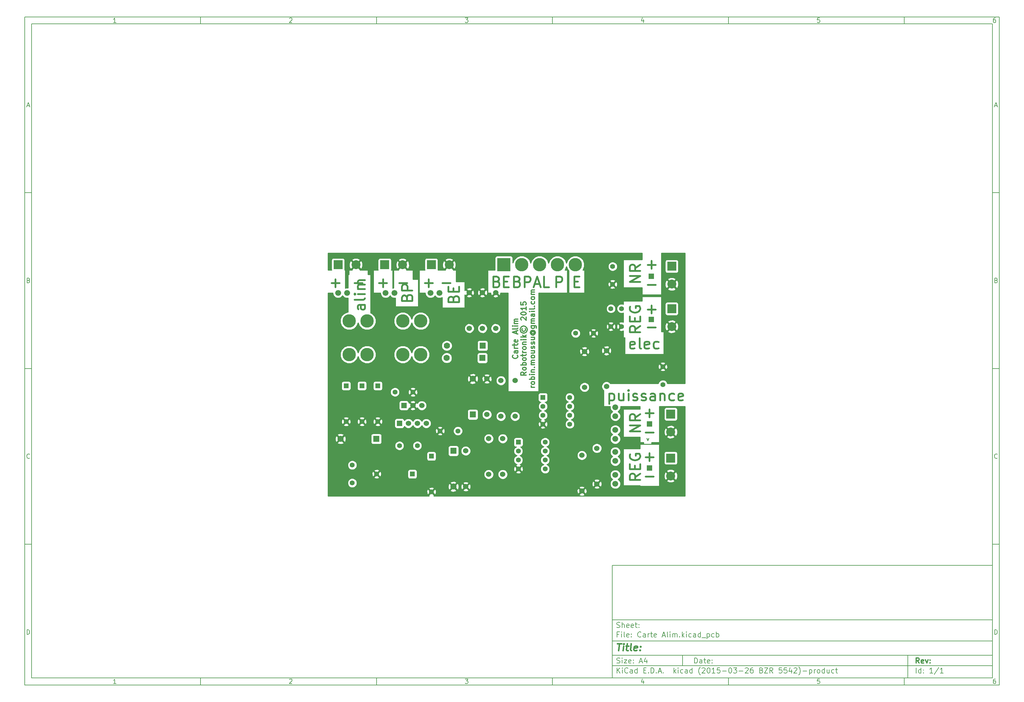
<source format=gbr>
G04 #@! TF.FileFunction,Copper,L1,Top,Signal*
%FSLAX46Y46*%
G04 Gerber Fmt 4.6, Leading zero omitted, Abs format (unit mm)*
G04 Created by KiCad (PCBNEW (2015-03-26 BZR 5542)-product) date mer. 01 avril 2015 23:54:02 CEST*
%MOMM*%
G01*
G04 APERTURE LIST*
%ADD10C,0.150000*%
%ADD11C,0.300000*%
%ADD12C,0.400000*%
%ADD13C,0.500000*%
%ADD14C,0.250000*%
%ADD15C,1.778000*%
%ADD16R,1.778000X1.778000*%
%ADD17R,1.524000X1.524000*%
%ADD18C,1.524000*%
%ADD19R,1.397000X1.397000*%
%ADD20C,1.397000*%
%ADD21C,3.810000*%
%ADD22R,3.810000X3.810000*%
%ADD23R,2.540000X2.540000*%
%ADD24C,2.540000*%
%ADD25C,1.676400*%
%ADD26C,0.254000*%
G04 APERTURE END LIST*
D10*
X177002200Y-166007200D02*
X177002200Y-198007200D01*
X285002200Y-198007200D01*
X285002200Y-166007200D01*
X177002200Y-166007200D01*
X10000000Y-10000000D02*
X10000000Y-200007200D01*
X287002200Y-200007200D01*
X287002200Y-10000000D01*
X10000000Y-10000000D01*
X12000000Y-12000000D02*
X12000000Y-198007200D01*
X285002200Y-198007200D01*
X285002200Y-12000000D01*
X12000000Y-12000000D01*
X60000000Y-12000000D02*
X60000000Y-10000000D01*
X110000000Y-12000000D02*
X110000000Y-10000000D01*
X160000000Y-12000000D02*
X160000000Y-10000000D01*
X210000000Y-12000000D02*
X210000000Y-10000000D01*
X260000000Y-12000000D02*
X260000000Y-10000000D01*
X35990476Y-11588095D02*
X35247619Y-11588095D01*
X35619048Y-11588095D02*
X35619048Y-10288095D01*
X35495238Y-10473810D01*
X35371429Y-10597619D01*
X35247619Y-10659524D01*
X85247619Y-10411905D02*
X85309524Y-10350000D01*
X85433333Y-10288095D01*
X85742857Y-10288095D01*
X85866667Y-10350000D01*
X85928571Y-10411905D01*
X85990476Y-10535714D01*
X85990476Y-10659524D01*
X85928571Y-10845238D01*
X85185714Y-11588095D01*
X85990476Y-11588095D01*
X135185714Y-10288095D02*
X135990476Y-10288095D01*
X135557143Y-10783333D01*
X135742857Y-10783333D01*
X135866667Y-10845238D01*
X135928571Y-10907143D01*
X135990476Y-11030952D01*
X135990476Y-11340476D01*
X135928571Y-11464286D01*
X135866667Y-11526190D01*
X135742857Y-11588095D01*
X135371429Y-11588095D01*
X135247619Y-11526190D01*
X135185714Y-11464286D01*
X185866667Y-10721429D02*
X185866667Y-11588095D01*
X185557143Y-10226190D02*
X185247619Y-11154762D01*
X186052381Y-11154762D01*
X235928571Y-10288095D02*
X235309524Y-10288095D01*
X235247619Y-10907143D01*
X235309524Y-10845238D01*
X235433333Y-10783333D01*
X235742857Y-10783333D01*
X235866667Y-10845238D01*
X235928571Y-10907143D01*
X235990476Y-11030952D01*
X235990476Y-11340476D01*
X235928571Y-11464286D01*
X235866667Y-11526190D01*
X235742857Y-11588095D01*
X235433333Y-11588095D01*
X235309524Y-11526190D01*
X235247619Y-11464286D01*
X285866667Y-10288095D02*
X285619048Y-10288095D01*
X285495238Y-10350000D01*
X285433333Y-10411905D01*
X285309524Y-10597619D01*
X285247619Y-10845238D01*
X285247619Y-11340476D01*
X285309524Y-11464286D01*
X285371429Y-11526190D01*
X285495238Y-11588095D01*
X285742857Y-11588095D01*
X285866667Y-11526190D01*
X285928571Y-11464286D01*
X285990476Y-11340476D01*
X285990476Y-11030952D01*
X285928571Y-10907143D01*
X285866667Y-10845238D01*
X285742857Y-10783333D01*
X285495238Y-10783333D01*
X285371429Y-10845238D01*
X285309524Y-10907143D01*
X285247619Y-11030952D01*
X60000000Y-198007200D02*
X60000000Y-200007200D01*
X110000000Y-198007200D02*
X110000000Y-200007200D01*
X160000000Y-198007200D02*
X160000000Y-200007200D01*
X210000000Y-198007200D02*
X210000000Y-200007200D01*
X260000000Y-198007200D02*
X260000000Y-200007200D01*
X35990476Y-199595295D02*
X35247619Y-199595295D01*
X35619048Y-199595295D02*
X35619048Y-198295295D01*
X35495238Y-198481010D01*
X35371429Y-198604819D01*
X35247619Y-198666724D01*
X85247619Y-198419105D02*
X85309524Y-198357200D01*
X85433333Y-198295295D01*
X85742857Y-198295295D01*
X85866667Y-198357200D01*
X85928571Y-198419105D01*
X85990476Y-198542914D01*
X85990476Y-198666724D01*
X85928571Y-198852438D01*
X85185714Y-199595295D01*
X85990476Y-199595295D01*
X135185714Y-198295295D02*
X135990476Y-198295295D01*
X135557143Y-198790533D01*
X135742857Y-198790533D01*
X135866667Y-198852438D01*
X135928571Y-198914343D01*
X135990476Y-199038152D01*
X135990476Y-199347676D01*
X135928571Y-199471486D01*
X135866667Y-199533390D01*
X135742857Y-199595295D01*
X135371429Y-199595295D01*
X135247619Y-199533390D01*
X135185714Y-199471486D01*
X185866667Y-198728629D02*
X185866667Y-199595295D01*
X185557143Y-198233390D02*
X185247619Y-199161962D01*
X186052381Y-199161962D01*
X235928571Y-198295295D02*
X235309524Y-198295295D01*
X235247619Y-198914343D01*
X235309524Y-198852438D01*
X235433333Y-198790533D01*
X235742857Y-198790533D01*
X235866667Y-198852438D01*
X235928571Y-198914343D01*
X235990476Y-199038152D01*
X235990476Y-199347676D01*
X235928571Y-199471486D01*
X235866667Y-199533390D01*
X235742857Y-199595295D01*
X235433333Y-199595295D01*
X235309524Y-199533390D01*
X235247619Y-199471486D01*
X285866667Y-198295295D02*
X285619048Y-198295295D01*
X285495238Y-198357200D01*
X285433333Y-198419105D01*
X285309524Y-198604819D01*
X285247619Y-198852438D01*
X285247619Y-199347676D01*
X285309524Y-199471486D01*
X285371429Y-199533390D01*
X285495238Y-199595295D01*
X285742857Y-199595295D01*
X285866667Y-199533390D01*
X285928571Y-199471486D01*
X285990476Y-199347676D01*
X285990476Y-199038152D01*
X285928571Y-198914343D01*
X285866667Y-198852438D01*
X285742857Y-198790533D01*
X285495238Y-198790533D01*
X285371429Y-198852438D01*
X285309524Y-198914343D01*
X285247619Y-199038152D01*
X10000000Y-60000000D02*
X12000000Y-60000000D01*
X10000000Y-110000000D02*
X12000000Y-110000000D01*
X10000000Y-160000000D02*
X12000000Y-160000000D01*
X10690476Y-35216667D02*
X11309524Y-35216667D01*
X10566667Y-35588095D02*
X11000000Y-34288095D01*
X11433333Y-35588095D01*
X11092857Y-84907143D02*
X11278571Y-84969048D01*
X11340476Y-85030952D01*
X11402381Y-85154762D01*
X11402381Y-85340476D01*
X11340476Y-85464286D01*
X11278571Y-85526190D01*
X11154762Y-85588095D01*
X10659524Y-85588095D01*
X10659524Y-84288095D01*
X11092857Y-84288095D01*
X11216667Y-84350000D01*
X11278571Y-84411905D01*
X11340476Y-84535714D01*
X11340476Y-84659524D01*
X11278571Y-84783333D01*
X11216667Y-84845238D01*
X11092857Y-84907143D01*
X10659524Y-84907143D01*
X11402381Y-135464286D02*
X11340476Y-135526190D01*
X11154762Y-135588095D01*
X11030952Y-135588095D01*
X10845238Y-135526190D01*
X10721429Y-135402381D01*
X10659524Y-135278571D01*
X10597619Y-135030952D01*
X10597619Y-134845238D01*
X10659524Y-134597619D01*
X10721429Y-134473810D01*
X10845238Y-134350000D01*
X11030952Y-134288095D01*
X11154762Y-134288095D01*
X11340476Y-134350000D01*
X11402381Y-134411905D01*
X10659524Y-185588095D02*
X10659524Y-184288095D01*
X10969048Y-184288095D01*
X11154762Y-184350000D01*
X11278571Y-184473810D01*
X11340476Y-184597619D01*
X11402381Y-184845238D01*
X11402381Y-185030952D01*
X11340476Y-185278571D01*
X11278571Y-185402381D01*
X11154762Y-185526190D01*
X10969048Y-185588095D01*
X10659524Y-185588095D01*
X287002200Y-60000000D02*
X285002200Y-60000000D01*
X287002200Y-110000000D02*
X285002200Y-110000000D01*
X287002200Y-160000000D02*
X285002200Y-160000000D01*
X285692676Y-35216667D02*
X286311724Y-35216667D01*
X285568867Y-35588095D02*
X286002200Y-34288095D01*
X286435533Y-35588095D01*
X286095057Y-84907143D02*
X286280771Y-84969048D01*
X286342676Y-85030952D01*
X286404581Y-85154762D01*
X286404581Y-85340476D01*
X286342676Y-85464286D01*
X286280771Y-85526190D01*
X286156962Y-85588095D01*
X285661724Y-85588095D01*
X285661724Y-84288095D01*
X286095057Y-84288095D01*
X286218867Y-84350000D01*
X286280771Y-84411905D01*
X286342676Y-84535714D01*
X286342676Y-84659524D01*
X286280771Y-84783333D01*
X286218867Y-84845238D01*
X286095057Y-84907143D01*
X285661724Y-84907143D01*
X286404581Y-135464286D02*
X286342676Y-135526190D01*
X286156962Y-135588095D01*
X286033152Y-135588095D01*
X285847438Y-135526190D01*
X285723629Y-135402381D01*
X285661724Y-135278571D01*
X285599819Y-135030952D01*
X285599819Y-134845238D01*
X285661724Y-134597619D01*
X285723629Y-134473810D01*
X285847438Y-134350000D01*
X286033152Y-134288095D01*
X286156962Y-134288095D01*
X286342676Y-134350000D01*
X286404581Y-134411905D01*
X285661724Y-185588095D02*
X285661724Y-184288095D01*
X285971248Y-184288095D01*
X286156962Y-184350000D01*
X286280771Y-184473810D01*
X286342676Y-184597619D01*
X286404581Y-184845238D01*
X286404581Y-185030952D01*
X286342676Y-185278571D01*
X286280771Y-185402381D01*
X286156962Y-185526190D01*
X285971248Y-185588095D01*
X285661724Y-185588095D01*
X200359343Y-193785771D02*
X200359343Y-192285771D01*
X200716486Y-192285771D01*
X200930771Y-192357200D01*
X201073629Y-192500057D01*
X201145057Y-192642914D01*
X201216486Y-192928629D01*
X201216486Y-193142914D01*
X201145057Y-193428629D01*
X201073629Y-193571486D01*
X200930771Y-193714343D01*
X200716486Y-193785771D01*
X200359343Y-193785771D01*
X202502200Y-193785771D02*
X202502200Y-193000057D01*
X202430771Y-192857200D01*
X202287914Y-192785771D01*
X202002200Y-192785771D01*
X201859343Y-192857200D01*
X202502200Y-193714343D02*
X202359343Y-193785771D01*
X202002200Y-193785771D01*
X201859343Y-193714343D01*
X201787914Y-193571486D01*
X201787914Y-193428629D01*
X201859343Y-193285771D01*
X202002200Y-193214343D01*
X202359343Y-193214343D01*
X202502200Y-193142914D01*
X203002200Y-192785771D02*
X203573629Y-192785771D01*
X203216486Y-192285771D02*
X203216486Y-193571486D01*
X203287914Y-193714343D01*
X203430772Y-193785771D01*
X203573629Y-193785771D01*
X204645057Y-193714343D02*
X204502200Y-193785771D01*
X204216486Y-193785771D01*
X204073629Y-193714343D01*
X204002200Y-193571486D01*
X204002200Y-193000057D01*
X204073629Y-192857200D01*
X204216486Y-192785771D01*
X204502200Y-192785771D01*
X204645057Y-192857200D01*
X204716486Y-193000057D01*
X204716486Y-193142914D01*
X204002200Y-193285771D01*
X205359343Y-193642914D02*
X205430771Y-193714343D01*
X205359343Y-193785771D01*
X205287914Y-193714343D01*
X205359343Y-193642914D01*
X205359343Y-193785771D01*
X205359343Y-192857200D02*
X205430771Y-192928629D01*
X205359343Y-193000057D01*
X205287914Y-192928629D01*
X205359343Y-192857200D01*
X205359343Y-193000057D01*
X177002200Y-194507200D02*
X285002200Y-194507200D01*
X178359343Y-196585771D02*
X178359343Y-195085771D01*
X179216486Y-196585771D02*
X178573629Y-195728629D01*
X179216486Y-195085771D02*
X178359343Y-195942914D01*
X179859343Y-196585771D02*
X179859343Y-195585771D01*
X179859343Y-195085771D02*
X179787914Y-195157200D01*
X179859343Y-195228629D01*
X179930771Y-195157200D01*
X179859343Y-195085771D01*
X179859343Y-195228629D01*
X181430772Y-196442914D02*
X181359343Y-196514343D01*
X181145057Y-196585771D01*
X181002200Y-196585771D01*
X180787915Y-196514343D01*
X180645057Y-196371486D01*
X180573629Y-196228629D01*
X180502200Y-195942914D01*
X180502200Y-195728629D01*
X180573629Y-195442914D01*
X180645057Y-195300057D01*
X180787915Y-195157200D01*
X181002200Y-195085771D01*
X181145057Y-195085771D01*
X181359343Y-195157200D01*
X181430772Y-195228629D01*
X182716486Y-196585771D02*
X182716486Y-195800057D01*
X182645057Y-195657200D01*
X182502200Y-195585771D01*
X182216486Y-195585771D01*
X182073629Y-195657200D01*
X182716486Y-196514343D02*
X182573629Y-196585771D01*
X182216486Y-196585771D01*
X182073629Y-196514343D01*
X182002200Y-196371486D01*
X182002200Y-196228629D01*
X182073629Y-196085771D01*
X182216486Y-196014343D01*
X182573629Y-196014343D01*
X182716486Y-195942914D01*
X184073629Y-196585771D02*
X184073629Y-195085771D01*
X184073629Y-196514343D02*
X183930772Y-196585771D01*
X183645058Y-196585771D01*
X183502200Y-196514343D01*
X183430772Y-196442914D01*
X183359343Y-196300057D01*
X183359343Y-195871486D01*
X183430772Y-195728629D01*
X183502200Y-195657200D01*
X183645058Y-195585771D01*
X183930772Y-195585771D01*
X184073629Y-195657200D01*
X185930772Y-195800057D02*
X186430772Y-195800057D01*
X186645058Y-196585771D02*
X185930772Y-196585771D01*
X185930772Y-195085771D01*
X186645058Y-195085771D01*
X187287915Y-196442914D02*
X187359343Y-196514343D01*
X187287915Y-196585771D01*
X187216486Y-196514343D01*
X187287915Y-196442914D01*
X187287915Y-196585771D01*
X188002201Y-196585771D02*
X188002201Y-195085771D01*
X188359344Y-195085771D01*
X188573629Y-195157200D01*
X188716487Y-195300057D01*
X188787915Y-195442914D01*
X188859344Y-195728629D01*
X188859344Y-195942914D01*
X188787915Y-196228629D01*
X188716487Y-196371486D01*
X188573629Y-196514343D01*
X188359344Y-196585771D01*
X188002201Y-196585771D01*
X189502201Y-196442914D02*
X189573629Y-196514343D01*
X189502201Y-196585771D01*
X189430772Y-196514343D01*
X189502201Y-196442914D01*
X189502201Y-196585771D01*
X190145058Y-196157200D02*
X190859344Y-196157200D01*
X190002201Y-196585771D02*
X190502201Y-195085771D01*
X191002201Y-196585771D01*
X191502201Y-196442914D02*
X191573629Y-196514343D01*
X191502201Y-196585771D01*
X191430772Y-196514343D01*
X191502201Y-196442914D01*
X191502201Y-196585771D01*
X194502201Y-196585771D02*
X194502201Y-195085771D01*
X194645058Y-196014343D02*
X195073629Y-196585771D01*
X195073629Y-195585771D02*
X194502201Y-196157200D01*
X195716487Y-196585771D02*
X195716487Y-195585771D01*
X195716487Y-195085771D02*
X195645058Y-195157200D01*
X195716487Y-195228629D01*
X195787915Y-195157200D01*
X195716487Y-195085771D01*
X195716487Y-195228629D01*
X197073630Y-196514343D02*
X196930773Y-196585771D01*
X196645059Y-196585771D01*
X196502201Y-196514343D01*
X196430773Y-196442914D01*
X196359344Y-196300057D01*
X196359344Y-195871486D01*
X196430773Y-195728629D01*
X196502201Y-195657200D01*
X196645059Y-195585771D01*
X196930773Y-195585771D01*
X197073630Y-195657200D01*
X198359344Y-196585771D02*
X198359344Y-195800057D01*
X198287915Y-195657200D01*
X198145058Y-195585771D01*
X197859344Y-195585771D01*
X197716487Y-195657200D01*
X198359344Y-196514343D02*
X198216487Y-196585771D01*
X197859344Y-196585771D01*
X197716487Y-196514343D01*
X197645058Y-196371486D01*
X197645058Y-196228629D01*
X197716487Y-196085771D01*
X197859344Y-196014343D01*
X198216487Y-196014343D01*
X198359344Y-195942914D01*
X199716487Y-196585771D02*
X199716487Y-195085771D01*
X199716487Y-196514343D02*
X199573630Y-196585771D01*
X199287916Y-196585771D01*
X199145058Y-196514343D01*
X199073630Y-196442914D01*
X199002201Y-196300057D01*
X199002201Y-195871486D01*
X199073630Y-195728629D01*
X199145058Y-195657200D01*
X199287916Y-195585771D01*
X199573630Y-195585771D01*
X199716487Y-195657200D01*
X202002201Y-197157200D02*
X201930773Y-197085771D01*
X201787916Y-196871486D01*
X201716487Y-196728629D01*
X201645058Y-196514343D01*
X201573630Y-196157200D01*
X201573630Y-195871486D01*
X201645058Y-195514343D01*
X201716487Y-195300057D01*
X201787916Y-195157200D01*
X201930773Y-194942914D01*
X202002201Y-194871486D01*
X202502201Y-195228629D02*
X202573630Y-195157200D01*
X202716487Y-195085771D01*
X203073630Y-195085771D01*
X203216487Y-195157200D01*
X203287916Y-195228629D01*
X203359344Y-195371486D01*
X203359344Y-195514343D01*
X203287916Y-195728629D01*
X202430773Y-196585771D01*
X203359344Y-196585771D01*
X204287915Y-195085771D02*
X204430772Y-195085771D01*
X204573629Y-195157200D01*
X204645058Y-195228629D01*
X204716487Y-195371486D01*
X204787915Y-195657200D01*
X204787915Y-196014343D01*
X204716487Y-196300057D01*
X204645058Y-196442914D01*
X204573629Y-196514343D01*
X204430772Y-196585771D01*
X204287915Y-196585771D01*
X204145058Y-196514343D01*
X204073629Y-196442914D01*
X204002201Y-196300057D01*
X203930772Y-196014343D01*
X203930772Y-195657200D01*
X204002201Y-195371486D01*
X204073629Y-195228629D01*
X204145058Y-195157200D01*
X204287915Y-195085771D01*
X206216486Y-196585771D02*
X205359343Y-196585771D01*
X205787915Y-196585771D02*
X205787915Y-195085771D01*
X205645058Y-195300057D01*
X205502200Y-195442914D01*
X205359343Y-195514343D01*
X207573629Y-195085771D02*
X206859343Y-195085771D01*
X206787914Y-195800057D01*
X206859343Y-195728629D01*
X207002200Y-195657200D01*
X207359343Y-195657200D01*
X207502200Y-195728629D01*
X207573629Y-195800057D01*
X207645057Y-195942914D01*
X207645057Y-196300057D01*
X207573629Y-196442914D01*
X207502200Y-196514343D01*
X207359343Y-196585771D01*
X207002200Y-196585771D01*
X206859343Y-196514343D01*
X206787914Y-196442914D01*
X208287914Y-196014343D02*
X209430771Y-196014343D01*
X210430771Y-195085771D02*
X210573628Y-195085771D01*
X210716485Y-195157200D01*
X210787914Y-195228629D01*
X210859343Y-195371486D01*
X210930771Y-195657200D01*
X210930771Y-196014343D01*
X210859343Y-196300057D01*
X210787914Y-196442914D01*
X210716485Y-196514343D01*
X210573628Y-196585771D01*
X210430771Y-196585771D01*
X210287914Y-196514343D01*
X210216485Y-196442914D01*
X210145057Y-196300057D01*
X210073628Y-196014343D01*
X210073628Y-195657200D01*
X210145057Y-195371486D01*
X210216485Y-195228629D01*
X210287914Y-195157200D01*
X210430771Y-195085771D01*
X211430771Y-195085771D02*
X212359342Y-195085771D01*
X211859342Y-195657200D01*
X212073628Y-195657200D01*
X212216485Y-195728629D01*
X212287914Y-195800057D01*
X212359342Y-195942914D01*
X212359342Y-196300057D01*
X212287914Y-196442914D01*
X212216485Y-196514343D01*
X212073628Y-196585771D01*
X211645056Y-196585771D01*
X211502199Y-196514343D01*
X211430771Y-196442914D01*
X213002199Y-196014343D02*
X214145056Y-196014343D01*
X214787913Y-195228629D02*
X214859342Y-195157200D01*
X215002199Y-195085771D01*
X215359342Y-195085771D01*
X215502199Y-195157200D01*
X215573628Y-195228629D01*
X215645056Y-195371486D01*
X215645056Y-195514343D01*
X215573628Y-195728629D01*
X214716485Y-196585771D01*
X215645056Y-196585771D01*
X216930770Y-195085771D02*
X216645056Y-195085771D01*
X216502199Y-195157200D01*
X216430770Y-195228629D01*
X216287913Y-195442914D01*
X216216484Y-195728629D01*
X216216484Y-196300057D01*
X216287913Y-196442914D01*
X216359341Y-196514343D01*
X216502199Y-196585771D01*
X216787913Y-196585771D01*
X216930770Y-196514343D01*
X217002199Y-196442914D01*
X217073627Y-196300057D01*
X217073627Y-195942914D01*
X217002199Y-195800057D01*
X216930770Y-195728629D01*
X216787913Y-195657200D01*
X216502199Y-195657200D01*
X216359341Y-195728629D01*
X216287913Y-195800057D01*
X216216484Y-195942914D01*
X219359341Y-195800057D02*
X219573627Y-195871486D01*
X219645055Y-195942914D01*
X219716484Y-196085771D01*
X219716484Y-196300057D01*
X219645055Y-196442914D01*
X219573627Y-196514343D01*
X219430769Y-196585771D01*
X218859341Y-196585771D01*
X218859341Y-195085771D01*
X219359341Y-195085771D01*
X219502198Y-195157200D01*
X219573627Y-195228629D01*
X219645055Y-195371486D01*
X219645055Y-195514343D01*
X219573627Y-195657200D01*
X219502198Y-195728629D01*
X219359341Y-195800057D01*
X218859341Y-195800057D01*
X220216484Y-195085771D02*
X221216484Y-195085771D01*
X220216484Y-196585771D01*
X221216484Y-196585771D01*
X222645055Y-196585771D02*
X222145055Y-195871486D01*
X221787912Y-196585771D02*
X221787912Y-195085771D01*
X222359340Y-195085771D01*
X222502198Y-195157200D01*
X222573626Y-195228629D01*
X222645055Y-195371486D01*
X222645055Y-195585771D01*
X222573626Y-195728629D01*
X222502198Y-195800057D01*
X222359340Y-195871486D01*
X221787912Y-195871486D01*
X225145055Y-195085771D02*
X224430769Y-195085771D01*
X224359340Y-195800057D01*
X224430769Y-195728629D01*
X224573626Y-195657200D01*
X224930769Y-195657200D01*
X225073626Y-195728629D01*
X225145055Y-195800057D01*
X225216483Y-195942914D01*
X225216483Y-196300057D01*
X225145055Y-196442914D01*
X225073626Y-196514343D01*
X224930769Y-196585771D01*
X224573626Y-196585771D01*
X224430769Y-196514343D01*
X224359340Y-196442914D01*
X226573626Y-195085771D02*
X225859340Y-195085771D01*
X225787911Y-195800057D01*
X225859340Y-195728629D01*
X226002197Y-195657200D01*
X226359340Y-195657200D01*
X226502197Y-195728629D01*
X226573626Y-195800057D01*
X226645054Y-195942914D01*
X226645054Y-196300057D01*
X226573626Y-196442914D01*
X226502197Y-196514343D01*
X226359340Y-196585771D01*
X226002197Y-196585771D01*
X225859340Y-196514343D01*
X225787911Y-196442914D01*
X227930768Y-195585771D02*
X227930768Y-196585771D01*
X227573625Y-195014343D02*
X227216482Y-196085771D01*
X228145054Y-196085771D01*
X228645053Y-195228629D02*
X228716482Y-195157200D01*
X228859339Y-195085771D01*
X229216482Y-195085771D01*
X229359339Y-195157200D01*
X229430768Y-195228629D01*
X229502196Y-195371486D01*
X229502196Y-195514343D01*
X229430768Y-195728629D01*
X228573625Y-196585771D01*
X229502196Y-196585771D01*
X230002196Y-197157200D02*
X230073624Y-197085771D01*
X230216481Y-196871486D01*
X230287910Y-196728629D01*
X230359339Y-196514343D01*
X230430767Y-196157200D01*
X230430767Y-195871486D01*
X230359339Y-195514343D01*
X230287910Y-195300057D01*
X230216481Y-195157200D01*
X230073624Y-194942914D01*
X230002196Y-194871486D01*
X231145053Y-196014343D02*
X232287910Y-196014343D01*
X233002196Y-195585771D02*
X233002196Y-197085771D01*
X233002196Y-195657200D02*
X233145053Y-195585771D01*
X233430767Y-195585771D01*
X233573624Y-195657200D01*
X233645053Y-195728629D01*
X233716482Y-195871486D01*
X233716482Y-196300057D01*
X233645053Y-196442914D01*
X233573624Y-196514343D01*
X233430767Y-196585771D01*
X233145053Y-196585771D01*
X233002196Y-196514343D01*
X234359339Y-196585771D02*
X234359339Y-195585771D01*
X234359339Y-195871486D02*
X234430767Y-195728629D01*
X234502196Y-195657200D01*
X234645053Y-195585771D01*
X234787910Y-195585771D01*
X235502196Y-196585771D02*
X235359338Y-196514343D01*
X235287910Y-196442914D01*
X235216481Y-196300057D01*
X235216481Y-195871486D01*
X235287910Y-195728629D01*
X235359338Y-195657200D01*
X235502196Y-195585771D01*
X235716481Y-195585771D01*
X235859338Y-195657200D01*
X235930767Y-195728629D01*
X236002196Y-195871486D01*
X236002196Y-196300057D01*
X235930767Y-196442914D01*
X235859338Y-196514343D01*
X235716481Y-196585771D01*
X235502196Y-196585771D01*
X237287910Y-196585771D02*
X237287910Y-195085771D01*
X237287910Y-196514343D02*
X237145053Y-196585771D01*
X236859339Y-196585771D01*
X236716481Y-196514343D01*
X236645053Y-196442914D01*
X236573624Y-196300057D01*
X236573624Y-195871486D01*
X236645053Y-195728629D01*
X236716481Y-195657200D01*
X236859339Y-195585771D01*
X237145053Y-195585771D01*
X237287910Y-195657200D01*
X238645053Y-195585771D02*
X238645053Y-196585771D01*
X238002196Y-195585771D02*
X238002196Y-196371486D01*
X238073624Y-196514343D01*
X238216482Y-196585771D01*
X238430767Y-196585771D01*
X238573624Y-196514343D01*
X238645053Y-196442914D01*
X240002196Y-196514343D02*
X239859339Y-196585771D01*
X239573625Y-196585771D01*
X239430767Y-196514343D01*
X239359339Y-196442914D01*
X239287910Y-196300057D01*
X239287910Y-195871486D01*
X239359339Y-195728629D01*
X239430767Y-195657200D01*
X239573625Y-195585771D01*
X239859339Y-195585771D01*
X240002196Y-195657200D01*
X240430767Y-195585771D02*
X241002196Y-195585771D01*
X240645053Y-195085771D02*
X240645053Y-196371486D01*
X240716481Y-196514343D01*
X240859339Y-196585771D01*
X241002196Y-196585771D01*
X177002200Y-191507200D02*
X285002200Y-191507200D01*
D11*
X264216486Y-193785771D02*
X263716486Y-193071486D01*
X263359343Y-193785771D02*
X263359343Y-192285771D01*
X263930771Y-192285771D01*
X264073629Y-192357200D01*
X264145057Y-192428629D01*
X264216486Y-192571486D01*
X264216486Y-192785771D01*
X264145057Y-192928629D01*
X264073629Y-193000057D01*
X263930771Y-193071486D01*
X263359343Y-193071486D01*
X265430771Y-193714343D02*
X265287914Y-193785771D01*
X265002200Y-193785771D01*
X264859343Y-193714343D01*
X264787914Y-193571486D01*
X264787914Y-193000057D01*
X264859343Y-192857200D01*
X265002200Y-192785771D01*
X265287914Y-192785771D01*
X265430771Y-192857200D01*
X265502200Y-193000057D01*
X265502200Y-193142914D01*
X264787914Y-193285771D01*
X266002200Y-192785771D02*
X266359343Y-193785771D01*
X266716485Y-192785771D01*
X267287914Y-193642914D02*
X267359342Y-193714343D01*
X267287914Y-193785771D01*
X267216485Y-193714343D01*
X267287914Y-193642914D01*
X267287914Y-193785771D01*
X267287914Y-192857200D02*
X267359342Y-192928629D01*
X267287914Y-193000057D01*
X267216485Y-192928629D01*
X267287914Y-192857200D01*
X267287914Y-193000057D01*
D10*
X178287914Y-193714343D02*
X178502200Y-193785771D01*
X178859343Y-193785771D01*
X179002200Y-193714343D01*
X179073629Y-193642914D01*
X179145057Y-193500057D01*
X179145057Y-193357200D01*
X179073629Y-193214343D01*
X179002200Y-193142914D01*
X178859343Y-193071486D01*
X178573629Y-193000057D01*
X178430771Y-192928629D01*
X178359343Y-192857200D01*
X178287914Y-192714343D01*
X178287914Y-192571486D01*
X178359343Y-192428629D01*
X178430771Y-192357200D01*
X178573629Y-192285771D01*
X178930771Y-192285771D01*
X179145057Y-192357200D01*
X179787914Y-193785771D02*
X179787914Y-192785771D01*
X179787914Y-192285771D02*
X179716485Y-192357200D01*
X179787914Y-192428629D01*
X179859342Y-192357200D01*
X179787914Y-192285771D01*
X179787914Y-192428629D01*
X180359343Y-192785771D02*
X181145057Y-192785771D01*
X180359343Y-193785771D01*
X181145057Y-193785771D01*
X182287914Y-193714343D02*
X182145057Y-193785771D01*
X181859343Y-193785771D01*
X181716486Y-193714343D01*
X181645057Y-193571486D01*
X181645057Y-193000057D01*
X181716486Y-192857200D01*
X181859343Y-192785771D01*
X182145057Y-192785771D01*
X182287914Y-192857200D01*
X182359343Y-193000057D01*
X182359343Y-193142914D01*
X181645057Y-193285771D01*
X183002200Y-193642914D02*
X183073628Y-193714343D01*
X183002200Y-193785771D01*
X182930771Y-193714343D01*
X183002200Y-193642914D01*
X183002200Y-193785771D01*
X183002200Y-192857200D02*
X183073628Y-192928629D01*
X183002200Y-193000057D01*
X182930771Y-192928629D01*
X183002200Y-192857200D01*
X183002200Y-193000057D01*
X184787914Y-193357200D02*
X185502200Y-193357200D01*
X184645057Y-193785771D02*
X185145057Y-192285771D01*
X185645057Y-193785771D01*
X186787914Y-192785771D02*
X186787914Y-193785771D01*
X186430771Y-192214343D02*
X186073628Y-193285771D01*
X187002200Y-193285771D01*
X263359343Y-196585771D02*
X263359343Y-195085771D01*
X264716486Y-196585771D02*
X264716486Y-195085771D01*
X264716486Y-196514343D02*
X264573629Y-196585771D01*
X264287915Y-196585771D01*
X264145057Y-196514343D01*
X264073629Y-196442914D01*
X264002200Y-196300057D01*
X264002200Y-195871486D01*
X264073629Y-195728629D01*
X264145057Y-195657200D01*
X264287915Y-195585771D01*
X264573629Y-195585771D01*
X264716486Y-195657200D01*
X265430772Y-196442914D02*
X265502200Y-196514343D01*
X265430772Y-196585771D01*
X265359343Y-196514343D01*
X265430772Y-196442914D01*
X265430772Y-196585771D01*
X265430772Y-195657200D02*
X265502200Y-195728629D01*
X265430772Y-195800057D01*
X265359343Y-195728629D01*
X265430772Y-195657200D01*
X265430772Y-195800057D01*
X268073629Y-196585771D02*
X267216486Y-196585771D01*
X267645058Y-196585771D02*
X267645058Y-195085771D01*
X267502201Y-195300057D01*
X267359343Y-195442914D01*
X267216486Y-195514343D01*
X269787914Y-195014343D02*
X268502200Y-196942914D01*
X271073629Y-196585771D02*
X270216486Y-196585771D01*
X270645058Y-196585771D02*
X270645058Y-195085771D01*
X270502201Y-195300057D01*
X270359343Y-195442914D01*
X270216486Y-195514343D01*
X177002200Y-187507200D02*
X285002200Y-187507200D01*
D12*
X178454581Y-188211962D02*
X179597438Y-188211962D01*
X178776010Y-190211962D02*
X179026010Y-188211962D01*
X180014105Y-190211962D02*
X180180771Y-188878629D01*
X180264105Y-188211962D02*
X180156962Y-188307200D01*
X180240295Y-188402438D01*
X180347439Y-188307200D01*
X180264105Y-188211962D01*
X180240295Y-188402438D01*
X180847438Y-188878629D02*
X181609343Y-188878629D01*
X181216486Y-188211962D02*
X181002200Y-189926248D01*
X181073630Y-190116724D01*
X181252201Y-190211962D01*
X181442677Y-190211962D01*
X182395058Y-190211962D02*
X182216487Y-190116724D01*
X182145057Y-189926248D01*
X182359343Y-188211962D01*
X183930772Y-190116724D02*
X183728391Y-190211962D01*
X183347439Y-190211962D01*
X183168867Y-190116724D01*
X183097438Y-189926248D01*
X183192676Y-189164343D01*
X183311724Y-188973867D01*
X183514105Y-188878629D01*
X183895057Y-188878629D01*
X184073629Y-188973867D01*
X184145057Y-189164343D01*
X184121248Y-189354819D01*
X183145057Y-189545295D01*
X184895057Y-190021486D02*
X184978392Y-190116724D01*
X184871248Y-190211962D01*
X184787915Y-190116724D01*
X184895057Y-190021486D01*
X184871248Y-190211962D01*
X185026010Y-188973867D02*
X185109344Y-189069105D01*
X185002200Y-189164343D01*
X184918867Y-189069105D01*
X185026010Y-188973867D01*
X185002200Y-189164343D01*
D10*
X178859343Y-185600057D02*
X178359343Y-185600057D01*
X178359343Y-186385771D02*
X178359343Y-184885771D01*
X179073629Y-184885771D01*
X179645057Y-186385771D02*
X179645057Y-185385771D01*
X179645057Y-184885771D02*
X179573628Y-184957200D01*
X179645057Y-185028629D01*
X179716485Y-184957200D01*
X179645057Y-184885771D01*
X179645057Y-185028629D01*
X180573629Y-186385771D02*
X180430771Y-186314343D01*
X180359343Y-186171486D01*
X180359343Y-184885771D01*
X181716485Y-186314343D02*
X181573628Y-186385771D01*
X181287914Y-186385771D01*
X181145057Y-186314343D01*
X181073628Y-186171486D01*
X181073628Y-185600057D01*
X181145057Y-185457200D01*
X181287914Y-185385771D01*
X181573628Y-185385771D01*
X181716485Y-185457200D01*
X181787914Y-185600057D01*
X181787914Y-185742914D01*
X181073628Y-185885771D01*
X182430771Y-186242914D02*
X182502199Y-186314343D01*
X182430771Y-186385771D01*
X182359342Y-186314343D01*
X182430771Y-186242914D01*
X182430771Y-186385771D01*
X182430771Y-185457200D02*
X182502199Y-185528629D01*
X182430771Y-185600057D01*
X182359342Y-185528629D01*
X182430771Y-185457200D01*
X182430771Y-185600057D01*
X185145057Y-186242914D02*
X185073628Y-186314343D01*
X184859342Y-186385771D01*
X184716485Y-186385771D01*
X184502200Y-186314343D01*
X184359342Y-186171486D01*
X184287914Y-186028629D01*
X184216485Y-185742914D01*
X184216485Y-185528629D01*
X184287914Y-185242914D01*
X184359342Y-185100057D01*
X184502200Y-184957200D01*
X184716485Y-184885771D01*
X184859342Y-184885771D01*
X185073628Y-184957200D01*
X185145057Y-185028629D01*
X186430771Y-186385771D02*
X186430771Y-185600057D01*
X186359342Y-185457200D01*
X186216485Y-185385771D01*
X185930771Y-185385771D01*
X185787914Y-185457200D01*
X186430771Y-186314343D02*
X186287914Y-186385771D01*
X185930771Y-186385771D01*
X185787914Y-186314343D01*
X185716485Y-186171486D01*
X185716485Y-186028629D01*
X185787914Y-185885771D01*
X185930771Y-185814343D01*
X186287914Y-185814343D01*
X186430771Y-185742914D01*
X187145057Y-186385771D02*
X187145057Y-185385771D01*
X187145057Y-185671486D02*
X187216485Y-185528629D01*
X187287914Y-185457200D01*
X187430771Y-185385771D01*
X187573628Y-185385771D01*
X187859342Y-185385771D02*
X188430771Y-185385771D01*
X188073628Y-184885771D02*
X188073628Y-186171486D01*
X188145056Y-186314343D01*
X188287914Y-186385771D01*
X188430771Y-186385771D01*
X189502199Y-186314343D02*
X189359342Y-186385771D01*
X189073628Y-186385771D01*
X188930771Y-186314343D01*
X188859342Y-186171486D01*
X188859342Y-185600057D01*
X188930771Y-185457200D01*
X189073628Y-185385771D01*
X189359342Y-185385771D01*
X189502199Y-185457200D01*
X189573628Y-185600057D01*
X189573628Y-185742914D01*
X188859342Y-185885771D01*
X191287913Y-185957200D02*
X192002199Y-185957200D01*
X191145056Y-186385771D02*
X191645056Y-184885771D01*
X192145056Y-186385771D01*
X192859342Y-186385771D02*
X192716484Y-186314343D01*
X192645056Y-186171486D01*
X192645056Y-184885771D01*
X193430770Y-186385771D02*
X193430770Y-185385771D01*
X193430770Y-184885771D02*
X193359341Y-184957200D01*
X193430770Y-185028629D01*
X193502198Y-184957200D01*
X193430770Y-184885771D01*
X193430770Y-185028629D01*
X194145056Y-186385771D02*
X194145056Y-185385771D01*
X194145056Y-185528629D02*
X194216484Y-185457200D01*
X194359342Y-185385771D01*
X194573627Y-185385771D01*
X194716484Y-185457200D01*
X194787913Y-185600057D01*
X194787913Y-186385771D01*
X194787913Y-185600057D02*
X194859342Y-185457200D01*
X195002199Y-185385771D01*
X195216484Y-185385771D01*
X195359342Y-185457200D01*
X195430770Y-185600057D01*
X195430770Y-186385771D01*
X196145056Y-186242914D02*
X196216484Y-186314343D01*
X196145056Y-186385771D01*
X196073627Y-186314343D01*
X196145056Y-186242914D01*
X196145056Y-186385771D01*
X196859342Y-186385771D02*
X196859342Y-184885771D01*
X197002199Y-185814343D02*
X197430770Y-186385771D01*
X197430770Y-185385771D02*
X196859342Y-185957200D01*
X198073628Y-186385771D02*
X198073628Y-185385771D01*
X198073628Y-184885771D02*
X198002199Y-184957200D01*
X198073628Y-185028629D01*
X198145056Y-184957200D01*
X198073628Y-184885771D01*
X198073628Y-185028629D01*
X199430771Y-186314343D02*
X199287914Y-186385771D01*
X199002200Y-186385771D01*
X198859342Y-186314343D01*
X198787914Y-186242914D01*
X198716485Y-186100057D01*
X198716485Y-185671486D01*
X198787914Y-185528629D01*
X198859342Y-185457200D01*
X199002200Y-185385771D01*
X199287914Y-185385771D01*
X199430771Y-185457200D01*
X200716485Y-186385771D02*
X200716485Y-185600057D01*
X200645056Y-185457200D01*
X200502199Y-185385771D01*
X200216485Y-185385771D01*
X200073628Y-185457200D01*
X200716485Y-186314343D02*
X200573628Y-186385771D01*
X200216485Y-186385771D01*
X200073628Y-186314343D01*
X200002199Y-186171486D01*
X200002199Y-186028629D01*
X200073628Y-185885771D01*
X200216485Y-185814343D01*
X200573628Y-185814343D01*
X200716485Y-185742914D01*
X202073628Y-186385771D02*
X202073628Y-184885771D01*
X202073628Y-186314343D02*
X201930771Y-186385771D01*
X201645057Y-186385771D01*
X201502199Y-186314343D01*
X201430771Y-186242914D01*
X201359342Y-186100057D01*
X201359342Y-185671486D01*
X201430771Y-185528629D01*
X201502199Y-185457200D01*
X201645057Y-185385771D01*
X201930771Y-185385771D01*
X202073628Y-185457200D01*
X202430771Y-186528629D02*
X203573628Y-186528629D01*
X203930771Y-185385771D02*
X203930771Y-186885771D01*
X203930771Y-185457200D02*
X204073628Y-185385771D01*
X204359342Y-185385771D01*
X204502199Y-185457200D01*
X204573628Y-185528629D01*
X204645057Y-185671486D01*
X204645057Y-186100057D01*
X204573628Y-186242914D01*
X204502199Y-186314343D01*
X204359342Y-186385771D01*
X204073628Y-186385771D01*
X203930771Y-186314343D01*
X205930771Y-186314343D02*
X205787914Y-186385771D01*
X205502200Y-186385771D01*
X205359342Y-186314343D01*
X205287914Y-186242914D01*
X205216485Y-186100057D01*
X205216485Y-185671486D01*
X205287914Y-185528629D01*
X205359342Y-185457200D01*
X205502200Y-185385771D01*
X205787914Y-185385771D01*
X205930771Y-185457200D01*
X206573628Y-186385771D02*
X206573628Y-184885771D01*
X206573628Y-185457200D02*
X206716485Y-185385771D01*
X207002199Y-185385771D01*
X207145056Y-185457200D01*
X207216485Y-185528629D01*
X207287914Y-185671486D01*
X207287914Y-186100057D01*
X207216485Y-186242914D01*
X207145056Y-186314343D01*
X207002199Y-186385771D01*
X206716485Y-186385771D01*
X206573628Y-186314343D01*
X177002200Y-181507200D02*
X285002200Y-181507200D01*
X178287914Y-183614343D02*
X178502200Y-183685771D01*
X178859343Y-183685771D01*
X179002200Y-183614343D01*
X179073629Y-183542914D01*
X179145057Y-183400057D01*
X179145057Y-183257200D01*
X179073629Y-183114343D01*
X179002200Y-183042914D01*
X178859343Y-182971486D01*
X178573629Y-182900057D01*
X178430771Y-182828629D01*
X178359343Y-182757200D01*
X178287914Y-182614343D01*
X178287914Y-182471486D01*
X178359343Y-182328629D01*
X178430771Y-182257200D01*
X178573629Y-182185771D01*
X178930771Y-182185771D01*
X179145057Y-182257200D01*
X179787914Y-183685771D02*
X179787914Y-182185771D01*
X180430771Y-183685771D02*
X180430771Y-182900057D01*
X180359342Y-182757200D01*
X180216485Y-182685771D01*
X180002200Y-182685771D01*
X179859342Y-182757200D01*
X179787914Y-182828629D01*
X181716485Y-183614343D02*
X181573628Y-183685771D01*
X181287914Y-183685771D01*
X181145057Y-183614343D01*
X181073628Y-183471486D01*
X181073628Y-182900057D01*
X181145057Y-182757200D01*
X181287914Y-182685771D01*
X181573628Y-182685771D01*
X181716485Y-182757200D01*
X181787914Y-182900057D01*
X181787914Y-183042914D01*
X181073628Y-183185771D01*
X183002199Y-183614343D02*
X182859342Y-183685771D01*
X182573628Y-183685771D01*
X182430771Y-183614343D01*
X182359342Y-183471486D01*
X182359342Y-182900057D01*
X182430771Y-182757200D01*
X182573628Y-182685771D01*
X182859342Y-182685771D01*
X183002199Y-182757200D01*
X183073628Y-182900057D01*
X183073628Y-183042914D01*
X182359342Y-183185771D01*
X183502199Y-182685771D02*
X184073628Y-182685771D01*
X183716485Y-182185771D02*
X183716485Y-183471486D01*
X183787913Y-183614343D01*
X183930771Y-183685771D01*
X184073628Y-183685771D01*
X184573628Y-183542914D02*
X184645056Y-183614343D01*
X184573628Y-183685771D01*
X184502199Y-183614343D01*
X184573628Y-183542914D01*
X184573628Y-183685771D01*
X184573628Y-182757200D02*
X184645056Y-182828629D01*
X184573628Y-182900057D01*
X184502199Y-182828629D01*
X184573628Y-182757200D01*
X184573628Y-182900057D01*
X197002200Y-191507200D02*
X197002200Y-194507200D01*
X261002200Y-191507200D02*
X261002200Y-198007200D01*
D13*
X106707143Y-91857143D02*
X105135714Y-91857143D01*
X104850000Y-92000000D01*
X104707143Y-92285714D01*
X104707143Y-92857143D01*
X104850000Y-93142857D01*
X106564286Y-91857143D02*
X106707143Y-92142857D01*
X106707143Y-92857143D01*
X106564286Y-93142857D01*
X106278571Y-93285714D01*
X105992857Y-93285714D01*
X105707143Y-93142857D01*
X105564286Y-92857143D01*
X105564286Y-92142857D01*
X105421429Y-91857143D01*
X106707143Y-90000000D02*
X106564286Y-90285714D01*
X106278571Y-90428571D01*
X103707143Y-90428571D01*
X106707143Y-88857142D02*
X104707143Y-88857142D01*
X103707143Y-88857142D02*
X103850000Y-88999999D01*
X103992857Y-88857142D01*
X103850000Y-88714285D01*
X103707143Y-88857142D01*
X103992857Y-88857142D01*
X106707143Y-87428571D02*
X104707143Y-87428571D01*
X104992857Y-87428571D02*
X104850000Y-87285714D01*
X104707143Y-87000000D01*
X104707143Y-86571428D01*
X104850000Y-86285714D01*
X105135714Y-86142857D01*
X106707143Y-86142857D01*
X105135714Y-86142857D02*
X104850000Y-86000000D01*
X104707143Y-85714286D01*
X104707143Y-85285714D01*
X104850000Y-85000000D01*
X105135714Y-84857143D01*
X106707143Y-84857143D01*
X97207143Y-85714286D02*
X99492857Y-85714286D01*
X98350000Y-86857143D02*
X98350000Y-84571429D01*
X103707143Y-85714286D02*
X105992857Y-85714286D01*
X110707143Y-85714286D02*
X112992857Y-85714286D01*
X111850000Y-86857143D02*
X111850000Y-84571429D01*
X118635714Y-89785714D02*
X118778571Y-89357143D01*
X118921429Y-89214286D01*
X119207143Y-89071429D01*
X119635714Y-89071429D01*
X119921429Y-89214286D01*
X120064286Y-89357143D01*
X120207143Y-89642857D01*
X120207143Y-90785714D01*
X117207143Y-90785714D01*
X117207143Y-89785714D01*
X117350000Y-89500000D01*
X117492857Y-89357143D01*
X117778571Y-89214286D01*
X118064286Y-89214286D01*
X118350000Y-89357143D01*
X118492857Y-89500000D01*
X118635714Y-89785714D01*
X118635714Y-90785714D01*
X120207143Y-87785714D02*
X117207143Y-87785714D01*
X117207143Y-86642857D01*
X117350000Y-86357143D01*
X117492857Y-86214286D01*
X117778571Y-86071429D01*
X118207143Y-86071429D01*
X118492857Y-86214286D01*
X118635714Y-86357143D01*
X118778571Y-86642857D01*
X118778571Y-87785714D01*
X116457143Y-85714286D02*
X118742857Y-85714286D01*
X128707143Y-85714286D02*
X130992857Y-85714286D01*
X123707143Y-85714286D02*
X125992857Y-85714286D01*
X124850000Y-86857143D02*
X124850000Y-84571429D01*
X131885714Y-90142857D02*
X132028571Y-89714286D01*
X132171429Y-89571429D01*
X132457143Y-89428572D01*
X132885714Y-89428572D01*
X133171429Y-89571429D01*
X133314286Y-89714286D01*
X133457143Y-90000000D01*
X133457143Y-91142857D01*
X130457143Y-91142857D01*
X130457143Y-90142857D01*
X130600000Y-89857143D01*
X130742857Y-89714286D01*
X131028571Y-89571429D01*
X131314286Y-89571429D01*
X131600000Y-89714286D01*
X131742857Y-89857143D01*
X131885714Y-90142857D01*
X131885714Y-91142857D01*
X131885714Y-88142857D02*
X131885714Y-87142857D01*
X133457143Y-86714286D02*
X133457143Y-88142857D01*
X130457143Y-88142857D01*
X130457143Y-86714286D01*
D11*
X149985714Y-106214285D02*
X150057143Y-106285714D01*
X150128571Y-106500000D01*
X150128571Y-106642857D01*
X150057143Y-106857142D01*
X149914286Y-107000000D01*
X149771429Y-107071428D01*
X149485714Y-107142857D01*
X149271429Y-107142857D01*
X148985714Y-107071428D01*
X148842857Y-107000000D01*
X148700000Y-106857142D01*
X148628571Y-106642857D01*
X148628571Y-106500000D01*
X148700000Y-106285714D01*
X148771429Y-106214285D01*
X150128571Y-104928571D02*
X149342857Y-104928571D01*
X149200000Y-105000000D01*
X149128571Y-105142857D01*
X149128571Y-105428571D01*
X149200000Y-105571428D01*
X150057143Y-104928571D02*
X150128571Y-105071428D01*
X150128571Y-105428571D01*
X150057143Y-105571428D01*
X149914286Y-105642857D01*
X149771429Y-105642857D01*
X149628571Y-105571428D01*
X149557143Y-105428571D01*
X149557143Y-105071428D01*
X149485714Y-104928571D01*
X150128571Y-104214285D02*
X149128571Y-104214285D01*
X149414286Y-104214285D02*
X149271429Y-104142857D01*
X149200000Y-104071428D01*
X149128571Y-103928571D01*
X149128571Y-103785714D01*
X149128571Y-103500000D02*
X149128571Y-102928571D01*
X148628571Y-103285714D02*
X149914286Y-103285714D01*
X150057143Y-103214286D01*
X150128571Y-103071428D01*
X150128571Y-102928571D01*
X150057143Y-101857143D02*
X150128571Y-102000000D01*
X150128571Y-102285714D01*
X150057143Y-102428571D01*
X149914286Y-102500000D01*
X149342857Y-102500000D01*
X149200000Y-102428571D01*
X149128571Y-102285714D01*
X149128571Y-102000000D01*
X149200000Y-101857143D01*
X149342857Y-101785714D01*
X149485714Y-101785714D01*
X149628571Y-102500000D01*
X149700000Y-100071429D02*
X149700000Y-99357143D01*
X150128571Y-100214286D02*
X148628571Y-99714286D01*
X150128571Y-99214286D01*
X150128571Y-98500000D02*
X150057143Y-98642858D01*
X149914286Y-98714286D01*
X148628571Y-98714286D01*
X150128571Y-97928572D02*
X149128571Y-97928572D01*
X148628571Y-97928572D02*
X148700000Y-98000001D01*
X148771429Y-97928572D01*
X148700000Y-97857144D01*
X148628571Y-97928572D01*
X148771429Y-97928572D01*
X150128571Y-97214286D02*
X149128571Y-97214286D01*
X149271429Y-97214286D02*
X149200000Y-97142858D01*
X149128571Y-97000000D01*
X149128571Y-96785715D01*
X149200000Y-96642858D01*
X149342857Y-96571429D01*
X150128571Y-96571429D01*
X149342857Y-96571429D02*
X149200000Y-96500000D01*
X149128571Y-96357143D01*
X149128571Y-96142858D01*
X149200000Y-96000000D01*
X149342857Y-95928572D01*
X150128571Y-95928572D01*
X152528571Y-110999999D02*
X151814286Y-111499999D01*
X152528571Y-111857142D02*
X151028571Y-111857142D01*
X151028571Y-111285714D01*
X151100000Y-111142856D01*
X151171429Y-111071428D01*
X151314286Y-110999999D01*
X151528571Y-110999999D01*
X151671429Y-111071428D01*
X151742857Y-111142856D01*
X151814286Y-111285714D01*
X151814286Y-111857142D01*
X152528571Y-110142856D02*
X152457143Y-110285714D01*
X152385714Y-110357142D01*
X152242857Y-110428571D01*
X151814286Y-110428571D01*
X151671429Y-110357142D01*
X151600000Y-110285714D01*
X151528571Y-110142856D01*
X151528571Y-109928571D01*
X151600000Y-109785714D01*
X151671429Y-109714285D01*
X151814286Y-109642856D01*
X152242857Y-109642856D01*
X152385714Y-109714285D01*
X152457143Y-109785714D01*
X152528571Y-109928571D01*
X152528571Y-110142856D01*
X152528571Y-108999999D02*
X151028571Y-108999999D01*
X151600000Y-108999999D02*
X151528571Y-108857142D01*
X151528571Y-108571428D01*
X151600000Y-108428571D01*
X151671429Y-108357142D01*
X151814286Y-108285713D01*
X152242857Y-108285713D01*
X152385714Y-108357142D01*
X152457143Y-108428571D01*
X152528571Y-108571428D01*
X152528571Y-108857142D01*
X152457143Y-108999999D01*
X152528571Y-107428570D02*
X152457143Y-107571428D01*
X152385714Y-107642856D01*
X152242857Y-107714285D01*
X151814286Y-107714285D01*
X151671429Y-107642856D01*
X151600000Y-107571428D01*
X151528571Y-107428570D01*
X151528571Y-107214285D01*
X151600000Y-107071428D01*
X151671429Y-106999999D01*
X151814286Y-106928570D01*
X152242857Y-106928570D01*
X152385714Y-106999999D01*
X152457143Y-107071428D01*
X152528571Y-107214285D01*
X152528571Y-107428570D01*
X151528571Y-106499999D02*
X151528571Y-105928570D01*
X151028571Y-106285713D02*
X152314286Y-106285713D01*
X152457143Y-106214285D01*
X152528571Y-106071427D01*
X152528571Y-105928570D01*
X152528571Y-105428570D02*
X151528571Y-105428570D01*
X151814286Y-105428570D02*
X151671429Y-105357142D01*
X151600000Y-105285713D01*
X151528571Y-105142856D01*
X151528571Y-104999999D01*
X152528571Y-104285713D02*
X152457143Y-104428571D01*
X152385714Y-104499999D01*
X152242857Y-104571428D01*
X151814286Y-104571428D01*
X151671429Y-104499999D01*
X151600000Y-104428571D01*
X151528571Y-104285713D01*
X151528571Y-104071428D01*
X151600000Y-103928571D01*
X151671429Y-103857142D01*
X151814286Y-103785713D01*
X152242857Y-103785713D01*
X152385714Y-103857142D01*
X152457143Y-103928571D01*
X152528571Y-104071428D01*
X152528571Y-104285713D01*
X151528571Y-103142856D02*
X152528571Y-103142856D01*
X151671429Y-103142856D02*
X151600000Y-103071428D01*
X151528571Y-102928570D01*
X151528571Y-102714285D01*
X151600000Y-102571428D01*
X151742857Y-102499999D01*
X152528571Y-102499999D01*
X152528571Y-101785713D02*
X151528571Y-101785713D01*
X151028571Y-101785713D02*
X151100000Y-101857142D01*
X151171429Y-101785713D01*
X151100000Y-101714285D01*
X151028571Y-101785713D01*
X151171429Y-101785713D01*
X152528571Y-101071427D02*
X151028571Y-101071427D01*
X151957143Y-100928570D02*
X152528571Y-100499999D01*
X151528571Y-100499999D02*
X152100000Y-101071427D01*
X151385714Y-98642855D02*
X151314286Y-98785713D01*
X151314286Y-99071427D01*
X151385714Y-99214284D01*
X151528571Y-99357141D01*
X151671429Y-99428570D01*
X151957143Y-99428570D01*
X152100000Y-99357141D01*
X152242857Y-99214284D01*
X152314286Y-99071427D01*
X152314286Y-98785713D01*
X152242857Y-98642855D01*
X150814286Y-98928570D02*
X150885714Y-99285713D01*
X151100000Y-99642855D01*
X151457143Y-99857141D01*
X151814286Y-99928570D01*
X152171429Y-99857141D01*
X152528571Y-99642855D01*
X152742857Y-99285713D01*
X152814286Y-98928570D01*
X152742857Y-98571427D01*
X152528571Y-98214284D01*
X152171429Y-97999998D01*
X151814286Y-97928570D01*
X151457143Y-97999998D01*
X151100000Y-98214284D01*
X150885714Y-98571427D01*
X150814286Y-98928570D01*
X151171429Y-96214284D02*
X151100000Y-96142855D01*
X151028571Y-95999998D01*
X151028571Y-95642855D01*
X151100000Y-95499998D01*
X151171429Y-95428569D01*
X151314286Y-95357141D01*
X151457143Y-95357141D01*
X151671429Y-95428569D01*
X152528571Y-96285712D01*
X152528571Y-95357141D01*
X151028571Y-94428570D02*
X151028571Y-94285713D01*
X151100000Y-94142856D01*
X151171429Y-94071427D01*
X151314286Y-93999998D01*
X151600000Y-93928570D01*
X151957143Y-93928570D01*
X152242857Y-93999998D01*
X152385714Y-94071427D01*
X152457143Y-94142856D01*
X152528571Y-94285713D01*
X152528571Y-94428570D01*
X152457143Y-94571427D01*
X152385714Y-94642856D01*
X152242857Y-94714284D01*
X151957143Y-94785713D01*
X151600000Y-94785713D01*
X151314286Y-94714284D01*
X151171429Y-94642856D01*
X151100000Y-94571427D01*
X151028571Y-94428570D01*
X152528571Y-92499999D02*
X152528571Y-93357142D01*
X152528571Y-92928570D02*
X151028571Y-92928570D01*
X151242857Y-93071427D01*
X151385714Y-93214285D01*
X151457143Y-93357142D01*
X151028571Y-91142856D02*
X151028571Y-91857142D01*
X151742857Y-91928571D01*
X151671429Y-91857142D01*
X151600000Y-91714285D01*
X151600000Y-91357142D01*
X151671429Y-91214285D01*
X151742857Y-91142856D01*
X151885714Y-91071428D01*
X152242857Y-91071428D01*
X152385714Y-91142856D01*
X152457143Y-91214285D01*
X152528571Y-91357142D01*
X152528571Y-91714285D01*
X152457143Y-91857142D01*
X152385714Y-91928571D01*
X154928571Y-115357143D02*
X153928571Y-115357143D01*
X154214286Y-115357143D02*
X154071429Y-115285715D01*
X154000000Y-115214286D01*
X153928571Y-115071429D01*
X153928571Y-114928572D01*
X154928571Y-114214286D02*
X154857143Y-114357144D01*
X154785714Y-114428572D01*
X154642857Y-114500001D01*
X154214286Y-114500001D01*
X154071429Y-114428572D01*
X154000000Y-114357144D01*
X153928571Y-114214286D01*
X153928571Y-114000001D01*
X154000000Y-113857144D01*
X154071429Y-113785715D01*
X154214286Y-113714286D01*
X154642857Y-113714286D01*
X154785714Y-113785715D01*
X154857143Y-113857144D01*
X154928571Y-114000001D01*
X154928571Y-114214286D01*
X154928571Y-113071429D02*
X153428571Y-113071429D01*
X154000000Y-113071429D02*
X153928571Y-112928572D01*
X153928571Y-112642858D01*
X154000000Y-112500001D01*
X154071429Y-112428572D01*
X154214286Y-112357143D01*
X154642857Y-112357143D01*
X154785714Y-112428572D01*
X154857143Y-112500001D01*
X154928571Y-112642858D01*
X154928571Y-112928572D01*
X154857143Y-113071429D01*
X154928571Y-111714286D02*
X153928571Y-111714286D01*
X153428571Y-111714286D02*
X153500000Y-111785715D01*
X153571429Y-111714286D01*
X153500000Y-111642858D01*
X153428571Y-111714286D01*
X153571429Y-111714286D01*
X153928571Y-111000000D02*
X154928571Y-111000000D01*
X154071429Y-111000000D02*
X154000000Y-110928572D01*
X153928571Y-110785714D01*
X153928571Y-110571429D01*
X154000000Y-110428572D01*
X154142857Y-110357143D01*
X154928571Y-110357143D01*
X154785714Y-109642857D02*
X154857143Y-109571429D01*
X154928571Y-109642857D01*
X154857143Y-109714286D01*
X154785714Y-109642857D01*
X154928571Y-109642857D01*
X154928571Y-108928571D02*
X153928571Y-108928571D01*
X154071429Y-108928571D02*
X154000000Y-108857143D01*
X153928571Y-108714285D01*
X153928571Y-108500000D01*
X154000000Y-108357143D01*
X154142857Y-108285714D01*
X154928571Y-108285714D01*
X154142857Y-108285714D02*
X154000000Y-108214285D01*
X153928571Y-108071428D01*
X153928571Y-107857143D01*
X154000000Y-107714285D01*
X154142857Y-107642857D01*
X154928571Y-107642857D01*
X154928571Y-106714285D02*
X154857143Y-106857143D01*
X154785714Y-106928571D01*
X154642857Y-107000000D01*
X154214286Y-107000000D01*
X154071429Y-106928571D01*
X154000000Y-106857143D01*
X153928571Y-106714285D01*
X153928571Y-106500000D01*
X154000000Y-106357143D01*
X154071429Y-106285714D01*
X154214286Y-106214285D01*
X154642857Y-106214285D01*
X154785714Y-106285714D01*
X154857143Y-106357143D01*
X154928571Y-106500000D01*
X154928571Y-106714285D01*
X153928571Y-104928571D02*
X154928571Y-104928571D01*
X153928571Y-105571428D02*
X154714286Y-105571428D01*
X154857143Y-105500000D01*
X154928571Y-105357142D01*
X154928571Y-105142857D01*
X154857143Y-105000000D01*
X154785714Y-104928571D01*
X154857143Y-104285714D02*
X154928571Y-104142857D01*
X154928571Y-103857142D01*
X154857143Y-103714285D01*
X154714286Y-103642857D01*
X154642857Y-103642857D01*
X154500000Y-103714285D01*
X154428571Y-103857142D01*
X154428571Y-104071428D01*
X154357143Y-104214285D01*
X154214286Y-104285714D01*
X154142857Y-104285714D01*
X154000000Y-104214285D01*
X153928571Y-104071428D01*
X153928571Y-103857142D01*
X154000000Y-103714285D01*
X154857143Y-103071428D02*
X154928571Y-102928571D01*
X154928571Y-102642856D01*
X154857143Y-102499999D01*
X154714286Y-102428571D01*
X154642857Y-102428571D01*
X154500000Y-102499999D01*
X154428571Y-102642856D01*
X154428571Y-102857142D01*
X154357143Y-102999999D01*
X154214286Y-103071428D01*
X154142857Y-103071428D01*
X154000000Y-102999999D01*
X153928571Y-102857142D01*
X153928571Y-102642856D01*
X154000000Y-102499999D01*
X153928571Y-101142856D02*
X154928571Y-101142856D01*
X153928571Y-101785713D02*
X154714286Y-101785713D01*
X154857143Y-101714285D01*
X154928571Y-101571427D01*
X154928571Y-101357142D01*
X154857143Y-101214285D01*
X154785714Y-101142856D01*
X154214286Y-99499999D02*
X154142857Y-99571427D01*
X154071429Y-99714284D01*
X154071429Y-99857142D01*
X154142857Y-99999999D01*
X154214286Y-100071427D01*
X154357143Y-100142856D01*
X154500000Y-100142856D01*
X154642857Y-100071427D01*
X154714286Y-99999999D01*
X154785714Y-99857142D01*
X154785714Y-99714284D01*
X154714286Y-99571427D01*
X154642857Y-99499999D01*
X154071429Y-99499999D02*
X154642857Y-99499999D01*
X154714286Y-99428570D01*
X154714286Y-99357142D01*
X154642857Y-99214284D01*
X154500000Y-99142856D01*
X154142857Y-99142856D01*
X153928571Y-99285713D01*
X153785714Y-99499999D01*
X153714286Y-99785713D01*
X153785714Y-100071427D01*
X153928571Y-100285713D01*
X154142857Y-100428570D01*
X154428571Y-100499999D01*
X154714286Y-100428570D01*
X154928571Y-100285713D01*
X155071429Y-100071427D01*
X155142857Y-99785713D01*
X155071429Y-99499999D01*
X154928571Y-99285713D01*
X153928571Y-97857142D02*
X155142857Y-97857142D01*
X155285714Y-97928571D01*
X155357143Y-97999999D01*
X155428571Y-98142856D01*
X155428571Y-98357142D01*
X155357143Y-98499999D01*
X154857143Y-97857142D02*
X154928571Y-97999999D01*
X154928571Y-98285713D01*
X154857143Y-98428571D01*
X154785714Y-98499999D01*
X154642857Y-98571428D01*
X154214286Y-98571428D01*
X154071429Y-98499999D01*
X154000000Y-98428571D01*
X153928571Y-98285713D01*
X153928571Y-97999999D01*
X154000000Y-97857142D01*
X154928571Y-97142856D02*
X153928571Y-97142856D01*
X154071429Y-97142856D02*
X154000000Y-97071428D01*
X153928571Y-96928570D01*
X153928571Y-96714285D01*
X154000000Y-96571428D01*
X154142857Y-96499999D01*
X154928571Y-96499999D01*
X154142857Y-96499999D02*
X154000000Y-96428570D01*
X153928571Y-96285713D01*
X153928571Y-96071428D01*
X154000000Y-95928570D01*
X154142857Y-95857142D01*
X154928571Y-95857142D01*
X154928571Y-94499999D02*
X154142857Y-94499999D01*
X154000000Y-94571428D01*
X153928571Y-94714285D01*
X153928571Y-94999999D01*
X154000000Y-95142856D01*
X154857143Y-94499999D02*
X154928571Y-94642856D01*
X154928571Y-94999999D01*
X154857143Y-95142856D01*
X154714286Y-95214285D01*
X154571429Y-95214285D01*
X154428571Y-95142856D01*
X154357143Y-94999999D01*
X154357143Y-94642856D01*
X154285714Y-94499999D01*
X154928571Y-93785713D02*
X153928571Y-93785713D01*
X153428571Y-93785713D02*
X153500000Y-93857142D01*
X153571429Y-93785713D01*
X153500000Y-93714285D01*
X153428571Y-93785713D01*
X153571429Y-93785713D01*
X154928571Y-92857141D02*
X154857143Y-92999999D01*
X154714286Y-93071427D01*
X153428571Y-93071427D01*
X154785714Y-92285713D02*
X154857143Y-92214285D01*
X154928571Y-92285713D01*
X154857143Y-92357142D01*
X154785714Y-92285713D01*
X154928571Y-92285713D01*
X154857143Y-90928570D02*
X154928571Y-91071427D01*
X154928571Y-91357141D01*
X154857143Y-91499999D01*
X154785714Y-91571427D01*
X154642857Y-91642856D01*
X154214286Y-91642856D01*
X154071429Y-91571427D01*
X154000000Y-91499999D01*
X153928571Y-91357141D01*
X153928571Y-91071427D01*
X154000000Y-90928570D01*
X154928571Y-90071427D02*
X154857143Y-90214285D01*
X154785714Y-90285713D01*
X154642857Y-90357142D01*
X154214286Y-90357142D01*
X154071429Y-90285713D01*
X154000000Y-90214285D01*
X153928571Y-90071427D01*
X153928571Y-89857142D01*
X154000000Y-89714285D01*
X154071429Y-89642856D01*
X154214286Y-89571427D01*
X154642857Y-89571427D01*
X154785714Y-89642856D01*
X154857143Y-89714285D01*
X154928571Y-89857142D01*
X154928571Y-90071427D01*
X154928571Y-88928570D02*
X153928571Y-88928570D01*
X154071429Y-88928570D02*
X154000000Y-88857142D01*
X153928571Y-88714284D01*
X153928571Y-88499999D01*
X154000000Y-88357142D01*
X154142857Y-88285713D01*
X154928571Y-88285713D01*
X154142857Y-88285713D02*
X154000000Y-88214284D01*
X153928571Y-88071427D01*
X153928571Y-87857142D01*
X154000000Y-87714284D01*
X154142857Y-87642856D01*
X154928571Y-87642856D01*
D13*
X166207143Y-85285714D02*
X167207143Y-85285714D01*
X167635714Y-86857143D02*
X166207143Y-86857143D01*
X166207143Y-83857143D01*
X167635714Y-83857143D01*
X161064286Y-86857143D02*
X161064286Y-83857143D01*
X162207143Y-83857143D01*
X162492857Y-84000000D01*
X162635714Y-84142857D01*
X162778571Y-84428571D01*
X162778571Y-84857143D01*
X162635714Y-85142857D01*
X162492857Y-85285714D01*
X162207143Y-85428571D01*
X161064286Y-85428571D01*
X154921429Y-86000000D02*
X156350000Y-86000000D01*
X154635714Y-86857143D02*
X155635714Y-83857143D01*
X156635714Y-86857143D01*
X159064286Y-86857143D02*
X157635715Y-86857143D01*
X157635715Y-83857143D01*
X150064286Y-85285714D02*
X150492857Y-85428571D01*
X150635714Y-85571429D01*
X150778571Y-85857143D01*
X150778571Y-86285714D01*
X150635714Y-86571429D01*
X150492857Y-86714286D01*
X150207143Y-86857143D01*
X149064286Y-86857143D01*
X149064286Y-83857143D01*
X150064286Y-83857143D01*
X150350000Y-84000000D01*
X150492857Y-84142857D01*
X150635714Y-84428571D01*
X150635714Y-84714286D01*
X150492857Y-85000000D01*
X150350000Y-85142857D01*
X150064286Y-85285714D01*
X149064286Y-85285714D01*
X152064286Y-86857143D02*
X152064286Y-83857143D01*
X153207143Y-83857143D01*
X153492857Y-84000000D01*
X153635714Y-84142857D01*
X153778571Y-84428571D01*
X153778571Y-84857143D01*
X153635714Y-85142857D01*
X153492857Y-85285714D01*
X153207143Y-85428571D01*
X152064286Y-85428571D01*
X144207143Y-85285714D02*
X144635714Y-85428571D01*
X144778571Y-85571429D01*
X144921428Y-85857143D01*
X144921428Y-86285714D01*
X144778571Y-86571429D01*
X144635714Y-86714286D01*
X144350000Y-86857143D01*
X143207143Y-86857143D01*
X143207143Y-83857143D01*
X144207143Y-83857143D01*
X144492857Y-84000000D01*
X144635714Y-84142857D01*
X144778571Y-84428571D01*
X144778571Y-84714286D01*
X144635714Y-85000000D01*
X144492857Y-85142857D01*
X144207143Y-85285714D01*
X143207143Y-85285714D01*
X146207143Y-85285714D02*
X147207143Y-85285714D01*
X147635714Y-86857143D02*
X146207143Y-86857143D01*
X146207143Y-83857143D01*
X147635714Y-83857143D01*
X184957143Y-139928572D02*
X183528571Y-140928572D01*
X184957143Y-141642857D02*
X181957143Y-141642857D01*
X181957143Y-140500000D01*
X182100000Y-140214286D01*
X182242857Y-140071429D01*
X182528571Y-139928572D01*
X182957143Y-139928572D01*
X183242857Y-140071429D01*
X183385714Y-140214286D01*
X183528571Y-140500000D01*
X183528571Y-141642857D01*
X183385714Y-138642857D02*
X183385714Y-137642857D01*
X184957143Y-137214286D02*
X184957143Y-138642857D01*
X181957143Y-138642857D01*
X181957143Y-137214286D01*
X182100000Y-134357143D02*
X181957143Y-134642857D01*
X181957143Y-135071428D01*
X182100000Y-135500000D01*
X182385714Y-135785714D01*
X182671429Y-135928571D01*
X183242857Y-136071428D01*
X183671429Y-136071428D01*
X184242857Y-135928571D01*
X184528571Y-135785714D01*
X184814286Y-135500000D01*
X184957143Y-135071428D01*
X184957143Y-134785714D01*
X184814286Y-134357143D01*
X184671429Y-134214286D01*
X183671429Y-134214286D01*
X183671429Y-134785714D01*
X184957143Y-127857142D02*
X181957143Y-127857142D01*
X184957143Y-126142857D01*
X181957143Y-126142857D01*
X184957143Y-123000000D02*
X183528571Y-124000000D01*
X184957143Y-124714285D02*
X181957143Y-124714285D01*
X181957143Y-123571428D01*
X182100000Y-123285714D01*
X182242857Y-123142857D01*
X182528571Y-123000000D01*
X182957143Y-123000000D01*
X183242857Y-123142857D01*
X183385714Y-123285714D01*
X183528571Y-123571428D01*
X183528571Y-124714285D01*
X187032143Y-86219286D02*
X189317857Y-86219286D01*
X187032143Y-98284286D02*
X189317857Y-98284286D01*
X186457143Y-128214286D02*
X188742857Y-128214286D01*
X186457143Y-140714286D02*
X188742857Y-140714286D01*
X186457143Y-135214286D02*
X188742857Y-135214286D01*
X187600000Y-136357143D02*
X187600000Y-134071429D01*
X186457143Y-122714286D02*
X188742857Y-122714286D01*
X187600000Y-123857143D02*
X187600000Y-121571429D01*
X187032143Y-80504286D02*
X189317857Y-80504286D01*
X188175000Y-81647143D02*
X188175000Y-79361429D01*
X187032143Y-93204286D02*
X189317857Y-93204286D01*
X188175000Y-94347143D02*
X188175000Y-92061429D01*
X184957143Y-97928572D02*
X183528571Y-98928572D01*
X184957143Y-99642857D02*
X181957143Y-99642857D01*
X181957143Y-98500000D01*
X182100000Y-98214286D01*
X182242857Y-98071429D01*
X182528571Y-97928572D01*
X182957143Y-97928572D01*
X183242857Y-98071429D01*
X183385714Y-98214286D01*
X183528571Y-98500000D01*
X183528571Y-99642857D01*
X183385714Y-96642857D02*
X183385714Y-95642857D01*
X184957143Y-95214286D02*
X184957143Y-96642857D01*
X181957143Y-96642857D01*
X181957143Y-95214286D01*
X182100000Y-92357143D02*
X181957143Y-92642857D01*
X181957143Y-93071428D01*
X182100000Y-93500000D01*
X182385714Y-93785714D01*
X182671429Y-93928571D01*
X183242857Y-94071428D01*
X183671429Y-94071428D01*
X184242857Y-93928571D01*
X184528571Y-93785714D01*
X184814286Y-93500000D01*
X184957143Y-93071428D01*
X184957143Y-92785714D01*
X184814286Y-92357143D01*
X184671429Y-92214286D01*
X183671429Y-92214286D01*
X183671429Y-92785714D01*
X184957143Y-85357142D02*
X181957143Y-85357142D01*
X184957143Y-83642857D01*
X181957143Y-83642857D01*
X184957143Y-80500000D02*
X183528571Y-81500000D01*
X184957143Y-82214285D02*
X181957143Y-82214285D01*
X181957143Y-81071428D01*
X182100000Y-80785714D01*
X182242857Y-80642857D01*
X182528571Y-80500000D01*
X182957143Y-80500000D01*
X183242857Y-80642857D01*
X183385714Y-80785714D01*
X183528571Y-81071428D01*
X183528571Y-82214285D01*
X176171429Y-117107143D02*
X176171429Y-120107143D01*
X176171429Y-117250000D02*
X176457143Y-117107143D01*
X177028572Y-117107143D01*
X177314286Y-117250000D01*
X177457143Y-117392857D01*
X177600000Y-117678571D01*
X177600000Y-118535714D01*
X177457143Y-118821429D01*
X177314286Y-118964286D01*
X177028572Y-119107143D01*
X176457143Y-119107143D01*
X176171429Y-118964286D01*
X180171429Y-117107143D02*
X180171429Y-119107143D01*
X178885715Y-117107143D02*
X178885715Y-118678571D01*
X179028572Y-118964286D01*
X179314286Y-119107143D01*
X179742858Y-119107143D01*
X180028572Y-118964286D01*
X180171429Y-118821429D01*
X181600001Y-119107143D02*
X181600001Y-117107143D01*
X181600001Y-116107143D02*
X181457144Y-116250000D01*
X181600001Y-116392857D01*
X181742858Y-116250000D01*
X181600001Y-116107143D01*
X181600001Y-116392857D01*
X182885715Y-118964286D02*
X183171429Y-119107143D01*
X183742857Y-119107143D01*
X184028572Y-118964286D01*
X184171429Y-118678571D01*
X184171429Y-118535714D01*
X184028572Y-118250000D01*
X183742857Y-118107143D01*
X183314286Y-118107143D01*
X183028572Y-117964286D01*
X182885715Y-117678571D01*
X182885715Y-117535714D01*
X183028572Y-117250000D01*
X183314286Y-117107143D01*
X183742857Y-117107143D01*
X184028572Y-117250000D01*
X185314286Y-118964286D02*
X185600000Y-119107143D01*
X186171428Y-119107143D01*
X186457143Y-118964286D01*
X186600000Y-118678571D01*
X186600000Y-118535714D01*
X186457143Y-118250000D01*
X186171428Y-118107143D01*
X185742857Y-118107143D01*
X185457143Y-117964286D01*
X185314286Y-117678571D01*
X185314286Y-117535714D01*
X185457143Y-117250000D01*
X185742857Y-117107143D01*
X186171428Y-117107143D01*
X186457143Y-117250000D01*
X189171428Y-119107143D02*
X189171428Y-117535714D01*
X189028571Y-117250000D01*
X188742857Y-117107143D01*
X188171428Y-117107143D01*
X187885714Y-117250000D01*
X189171428Y-118964286D02*
X188885714Y-119107143D01*
X188171428Y-119107143D01*
X187885714Y-118964286D01*
X187742857Y-118678571D01*
X187742857Y-118392857D01*
X187885714Y-118107143D01*
X188171428Y-117964286D01*
X188885714Y-117964286D01*
X189171428Y-117821429D01*
X190600000Y-117107143D02*
X190600000Y-119107143D01*
X190600000Y-117392857D02*
X190742857Y-117250000D01*
X191028571Y-117107143D01*
X191457143Y-117107143D01*
X191742857Y-117250000D01*
X191885714Y-117535714D01*
X191885714Y-119107143D01*
X194600000Y-118964286D02*
X194314286Y-119107143D01*
X193742857Y-119107143D01*
X193457143Y-118964286D01*
X193314286Y-118821429D01*
X193171429Y-118535714D01*
X193171429Y-117678571D01*
X193314286Y-117392857D01*
X193457143Y-117250000D01*
X193742857Y-117107143D01*
X194314286Y-117107143D01*
X194600000Y-117250000D01*
X197028572Y-118964286D02*
X196742858Y-119107143D01*
X196171429Y-119107143D01*
X195885715Y-118964286D01*
X195742858Y-118678571D01*
X195742858Y-117535714D01*
X195885715Y-117250000D01*
X196171429Y-117107143D01*
X196742858Y-117107143D01*
X197028572Y-117250000D01*
X197171429Y-117535714D01*
X197171429Y-117821429D01*
X195742858Y-118107143D01*
X183314285Y-104214286D02*
X183028571Y-104357143D01*
X182457142Y-104357143D01*
X182171428Y-104214286D01*
X182028571Y-103928571D01*
X182028571Y-102785714D01*
X182171428Y-102500000D01*
X182457142Y-102357143D01*
X183028571Y-102357143D01*
X183314285Y-102500000D01*
X183457142Y-102785714D01*
X183457142Y-103071429D01*
X182028571Y-103357143D01*
X185171428Y-104357143D02*
X184885714Y-104214286D01*
X184742857Y-103928571D01*
X184742857Y-101357143D01*
X187457143Y-104214286D02*
X187171429Y-104357143D01*
X186600000Y-104357143D01*
X186314286Y-104214286D01*
X186171429Y-103928571D01*
X186171429Y-102785714D01*
X186314286Y-102500000D01*
X186600000Y-102357143D01*
X187171429Y-102357143D01*
X187457143Y-102500000D01*
X187600000Y-102785714D01*
X187600000Y-103071429D01*
X186171429Y-103357143D01*
X190171429Y-104214286D02*
X189885715Y-104357143D01*
X189314286Y-104357143D01*
X189028572Y-104214286D01*
X188885715Y-104071429D01*
X188742858Y-103785714D01*
X188742858Y-102928571D01*
X188885715Y-102642857D01*
X189028572Y-102500000D01*
X189314286Y-102357143D01*
X189885715Y-102357143D01*
X190171429Y-102500000D01*
D14*
X186801905Y-129825714D02*
X187040000Y-130492381D01*
X187278096Y-129825714D01*
D15*
X129970000Y-103500000D03*
D16*
X140130000Y-103500000D03*
D17*
X116510000Y-125590000D03*
D18*
X119050000Y-125590000D03*
X121590000Y-125590000D03*
X124130000Y-125590000D03*
D17*
X117780000Y-120510000D03*
D18*
X120320000Y-120510000D03*
X122860000Y-120510000D03*
D17*
X187600000Y-125750000D03*
X188100000Y-83750000D03*
X187600000Y-138250000D03*
X188100000Y-96000000D03*
D19*
X101350000Y-114920000D03*
D20*
X101350000Y-125080000D03*
D19*
X105850000Y-114920000D03*
D20*
X105850000Y-125080000D03*
D19*
X110350000Y-114920000D03*
D20*
X110350000Y-125080000D03*
D19*
X125600000Y-134920000D03*
D20*
X125600000Y-145080000D03*
D19*
X120180000Y-140000000D03*
D20*
X110020000Y-140000000D03*
D21*
X151270000Y-80500000D03*
X156350000Y-80500000D03*
D22*
X146190000Y-80500000D03*
D21*
X161430000Y-80500000D03*
X166510000Y-80500000D03*
D23*
X112310000Y-80500000D03*
D24*
X117390000Y-80500000D03*
D23*
X193600000Y-135460000D03*
D24*
X193600000Y-140540000D03*
D23*
X193600000Y-122960000D03*
D24*
X193600000Y-128040000D03*
D23*
X193890000Y-92990000D03*
D24*
X193890000Y-98070000D03*
D23*
X193890000Y-80925000D03*
D24*
X193890000Y-86005000D03*
D23*
X125560000Y-80500000D03*
D24*
X130640000Y-80500000D03*
D21*
X102190000Y-106000000D03*
X107270000Y-106000000D03*
X117430000Y-106000000D03*
X122510000Y-106000000D03*
X102190000Y-96500000D03*
X107270000Y-96500000D03*
X117430000Y-96500000D03*
X122510000Y-96500000D03*
D20*
X115240000Y-116700000D03*
X120320000Y-116700000D03*
D25*
X177850000Y-130020000D03*
X177850000Y-127480000D03*
X177850000Y-133730000D03*
X177850000Y-136270000D03*
X177850000Y-142770000D03*
X177850000Y-140230000D03*
X125330000Y-88500000D03*
X127870000Y-88500000D03*
X112580000Y-88500000D03*
X115120000Y-88500000D03*
X99060000Y-88500000D03*
X101600000Y-88500000D03*
X177850000Y-120980000D03*
X177850000Y-123520000D03*
D15*
X131850000Y-143580000D03*
D16*
X131850000Y-133420000D03*
D15*
X99770000Y-130000000D03*
D16*
X109930000Y-130000000D03*
D15*
X137350000Y-112920000D03*
D16*
X137350000Y-123080000D03*
D15*
X129940000Y-107000000D03*
D16*
X140100000Y-107000000D03*
D20*
X116510000Y-131940000D03*
X121590000Y-131940000D03*
D18*
X140100000Y-98580000D03*
X140100000Y-88420000D03*
X175350000Y-115080000D03*
X175350000Y-104920000D03*
X141350000Y-123080000D03*
X141350000Y-112920000D03*
X145350000Y-113420000D03*
X145350000Y-123580000D03*
X169100000Y-115330000D03*
X169100000Y-105170000D03*
X143850000Y-98580000D03*
X143850000Y-88420000D03*
X136350000Y-98580000D03*
X136350000Y-88420000D03*
X135350000Y-133420000D03*
X135350000Y-143580000D03*
X168350000Y-134670000D03*
X168350000Y-144830000D03*
X172600000Y-132670000D03*
X172600000Y-142830000D03*
D20*
X166585000Y-99975000D03*
X171665000Y-99975000D03*
X176600000Y-92960000D03*
X176600000Y-98040000D03*
X133140000Y-127750000D03*
X128060000Y-127750000D03*
X179600000Y-92960000D03*
X179600000Y-98040000D03*
X177100000Y-80960000D03*
X177100000Y-86040000D03*
X191350000Y-114540000D03*
X191350000Y-109460000D03*
X103100000Y-137460000D03*
X103100000Y-142540000D03*
D23*
X99060000Y-80500000D03*
D24*
X104140000Y-80500000D03*
D19*
X157290000Y-118190000D03*
D20*
X157290000Y-120730000D03*
X157290000Y-123270000D03*
X157290000Y-125810000D03*
X164910000Y-125810000D03*
X164910000Y-123270000D03*
X164910000Y-120730000D03*
X164910000Y-118190000D03*
D19*
X150290000Y-130940000D03*
D20*
X150290000Y-133480000D03*
X150290000Y-136020000D03*
X150290000Y-138560000D03*
X157910000Y-138560000D03*
X157910000Y-136020000D03*
X157910000Y-133480000D03*
X157910000Y-130940000D03*
D18*
X149350000Y-113420000D03*
X149350000Y-123580000D03*
X145850000Y-129920000D03*
X145850000Y-140080000D03*
X141850000Y-129920000D03*
X141850000Y-140080000D03*
D26*
G36*
X197625000Y-146255000D02*
X195517440Y-146255000D01*
X195517440Y-136730000D01*
X195517440Y-134190000D01*
X195517440Y-124230000D01*
X195517440Y-121690000D01*
X195470463Y-121447877D01*
X195330673Y-121235073D01*
X195119640Y-121092623D01*
X194870000Y-121042560D01*
X192330000Y-121042560D01*
X192087877Y-121089537D01*
X191875073Y-121229327D01*
X191732623Y-121440360D01*
X191682560Y-121690000D01*
X191682560Y-124230000D01*
X191729537Y-124472123D01*
X191869327Y-124684927D01*
X192080360Y-124827377D01*
X192330000Y-124877440D01*
X194870000Y-124877440D01*
X195112123Y-124830463D01*
X195324927Y-124690673D01*
X195467377Y-124479640D01*
X195517440Y-124230000D01*
X195517440Y-134190000D01*
X195514261Y-134173615D01*
X195514261Y-128368964D01*
X195494436Y-127611368D01*
X195242657Y-127003520D01*
X194947777Y-126871828D01*
X194768172Y-127051433D01*
X194768172Y-126692223D01*
X194636480Y-126397343D01*
X193928964Y-126125739D01*
X193171368Y-126145564D01*
X192563520Y-126397343D01*
X192431828Y-126692223D01*
X193600000Y-127860395D01*
X194768172Y-126692223D01*
X194768172Y-127051433D01*
X193779605Y-128040000D01*
X194947777Y-129208172D01*
X195242657Y-129076480D01*
X195514261Y-128368964D01*
X195514261Y-134173615D01*
X195470463Y-133947877D01*
X195330673Y-133735073D01*
X195119640Y-133592623D01*
X194870000Y-133542560D01*
X194768172Y-133542560D01*
X194768172Y-129387777D01*
X193600000Y-128219605D01*
X193420395Y-128399210D01*
X193420395Y-128040000D01*
X192252223Y-126871828D01*
X191957343Y-127003520D01*
X191685739Y-127711036D01*
X191705564Y-128468632D01*
X191957343Y-129076480D01*
X192252223Y-129208172D01*
X193420395Y-128040000D01*
X193420395Y-128399210D01*
X192431828Y-129387777D01*
X192563520Y-129682657D01*
X193271036Y-129954261D01*
X194028632Y-129934436D01*
X194636480Y-129682657D01*
X194768172Y-129387777D01*
X194768172Y-133542560D01*
X192330000Y-133542560D01*
X192087877Y-133589537D01*
X191875073Y-133729327D01*
X191732623Y-133940360D01*
X191682560Y-134190000D01*
X191682560Y-136730000D01*
X191729537Y-136972123D01*
X191869327Y-137184927D01*
X192080360Y-137327377D01*
X192330000Y-137377440D01*
X194870000Y-137377440D01*
X195112123Y-137330463D01*
X195324927Y-137190673D01*
X195467377Y-136979640D01*
X195517440Y-136730000D01*
X195517440Y-146255000D01*
X195514261Y-146255000D01*
X195514261Y-140868964D01*
X195494436Y-140111368D01*
X195242657Y-139503520D01*
X194947777Y-139371828D01*
X194768172Y-139551433D01*
X194768172Y-139192223D01*
X194636480Y-138897343D01*
X193928964Y-138625739D01*
X193171368Y-138645564D01*
X192563520Y-138897343D01*
X192431828Y-139192223D01*
X193600000Y-140360395D01*
X194768172Y-139192223D01*
X194768172Y-139551433D01*
X193779605Y-140540000D01*
X194947777Y-141708172D01*
X195242657Y-141576480D01*
X195514261Y-140868964D01*
X195514261Y-146255000D01*
X194768172Y-146255000D01*
X194768172Y-141887777D01*
X193600000Y-140719605D01*
X193420395Y-140899210D01*
X193420395Y-140540000D01*
X192252223Y-139371828D01*
X191957343Y-139503520D01*
X191685739Y-140211036D01*
X191705564Y-140968632D01*
X191957343Y-141576480D01*
X192252223Y-141708172D01*
X193420395Y-140540000D01*
X193420395Y-140899210D01*
X192431828Y-141887777D01*
X192563520Y-142182657D01*
X193271036Y-142454261D01*
X194028632Y-142434436D01*
X194636480Y-142182657D01*
X194768172Y-141887777D01*
X194768172Y-146255000D01*
X190342143Y-146255000D01*
X190342143Y-143485000D01*
X190342143Y-137985000D01*
X190342143Y-137015000D01*
X190342143Y-131515000D01*
X184857857Y-131515000D01*
X184857857Y-132757857D01*
X180115000Y-132757857D01*
X180115000Y-143242143D01*
X184857857Y-143242143D01*
X184857857Y-143485000D01*
X190342143Y-143485000D01*
X190342143Y-146255000D01*
X179323455Y-146255000D01*
X179323455Y-142478248D01*
X179099647Y-141936589D01*
X178685591Y-141521810D01*
X178633608Y-141500224D01*
X178683411Y-141479647D01*
X179098190Y-141065591D01*
X179322944Y-140524323D01*
X179323455Y-139938248D01*
X179323455Y-135978248D01*
X179099647Y-135436589D01*
X178685591Y-135021810D01*
X178633608Y-135000224D01*
X178683411Y-134979647D01*
X179098190Y-134565591D01*
X179322944Y-134024323D01*
X179323455Y-133438248D01*
X179323455Y-129728248D01*
X179099647Y-129186589D01*
X178685591Y-128771810D01*
X178633608Y-128750224D01*
X178683411Y-128729647D01*
X179098190Y-128315591D01*
X179322944Y-127774323D01*
X179323455Y-127188248D01*
X179099647Y-126646589D01*
X178685591Y-126231810D01*
X178144323Y-126007056D01*
X177558248Y-126006545D01*
X177016589Y-126230353D01*
X176601810Y-126644409D01*
X176377056Y-127185677D01*
X176376545Y-127771752D01*
X176600353Y-128313411D01*
X177014409Y-128728190D01*
X177066391Y-128749775D01*
X177016589Y-128770353D01*
X176601810Y-129184409D01*
X176377056Y-129725677D01*
X176376545Y-130311752D01*
X176600353Y-130853411D01*
X177014409Y-131268190D01*
X177555677Y-131492944D01*
X178141752Y-131493455D01*
X178683411Y-131269647D01*
X179098190Y-130855591D01*
X179322944Y-130314323D01*
X179323455Y-129728248D01*
X179323455Y-133438248D01*
X179099647Y-132896589D01*
X178685591Y-132481810D01*
X178144323Y-132257056D01*
X177558248Y-132256545D01*
X177016589Y-132480353D01*
X176601810Y-132894409D01*
X176377056Y-133435677D01*
X176376545Y-134021752D01*
X176600353Y-134563411D01*
X177014409Y-134978190D01*
X177066391Y-134999775D01*
X177016589Y-135020353D01*
X176601810Y-135434409D01*
X176377056Y-135975677D01*
X176376545Y-136561752D01*
X176600353Y-137103411D01*
X177014409Y-137518190D01*
X177555677Y-137742944D01*
X178141752Y-137743455D01*
X178683411Y-137519647D01*
X179098190Y-137105591D01*
X179322944Y-136564323D01*
X179323455Y-135978248D01*
X179323455Y-139938248D01*
X179099647Y-139396589D01*
X178685591Y-138981810D01*
X178144323Y-138757056D01*
X177558248Y-138756545D01*
X177016589Y-138980353D01*
X176601810Y-139394409D01*
X176377056Y-139935677D01*
X176376545Y-140521752D01*
X176600353Y-141063411D01*
X177014409Y-141478190D01*
X177066391Y-141499775D01*
X177016589Y-141520353D01*
X176601810Y-141934409D01*
X176377056Y-142475677D01*
X176376545Y-143061752D01*
X176600353Y-143603411D01*
X177014409Y-144018190D01*
X177555677Y-144242944D01*
X178141752Y-144243455D01*
X178683411Y-144019647D01*
X179098190Y-143605591D01*
X179322944Y-143064323D01*
X179323455Y-142478248D01*
X179323455Y-146255000D01*
X174009144Y-146255000D01*
X174009144Y-143037698D01*
X173997242Y-142799903D01*
X173997242Y-132393339D01*
X173785010Y-131879697D01*
X173392370Y-131486371D01*
X173010927Y-131327982D01*
X173010927Y-100167520D01*
X172982148Y-99637801D01*
X172834800Y-99282071D01*
X172599188Y-99220417D01*
X172419583Y-99400022D01*
X172419583Y-99040812D01*
X172357929Y-98805200D01*
X171857520Y-98629073D01*
X171327801Y-98657852D01*
X170972071Y-98805200D01*
X170910417Y-99040812D01*
X171665000Y-99795395D01*
X172419583Y-99040812D01*
X172419583Y-99400022D01*
X171844605Y-99975000D01*
X172599188Y-100729583D01*
X172834800Y-100667929D01*
X173010927Y-100167520D01*
X173010927Y-131327982D01*
X172879100Y-131273243D01*
X172419583Y-131272841D01*
X172419583Y-100909188D01*
X171665000Y-100154605D01*
X171485395Y-100334210D01*
X171485395Y-99975000D01*
X170730812Y-99220417D01*
X170495200Y-99282071D01*
X170319073Y-99782480D01*
X170347852Y-100312199D01*
X170495200Y-100667929D01*
X170730812Y-100729583D01*
X171485395Y-99975000D01*
X171485395Y-100334210D01*
X170910417Y-100909188D01*
X170972071Y-101144800D01*
X171472480Y-101320927D01*
X172002199Y-101292148D01*
X172357929Y-101144800D01*
X172419583Y-100909188D01*
X172419583Y-131272841D01*
X172323339Y-131272758D01*
X171809697Y-131484990D01*
X171416371Y-131877630D01*
X171203243Y-132390900D01*
X171202758Y-132946661D01*
X171414990Y-133460303D01*
X171807630Y-133853629D01*
X172320900Y-134066757D01*
X172876661Y-134067242D01*
X173390303Y-133855010D01*
X173783629Y-133462370D01*
X173996757Y-132949100D01*
X173997242Y-132393339D01*
X173997242Y-142799903D01*
X173981362Y-142482632D01*
X173822397Y-142098857D01*
X173580213Y-142029392D01*
X173400608Y-142208997D01*
X173400608Y-141849787D01*
X173331143Y-141607603D01*
X172807698Y-141420856D01*
X172252632Y-141448638D01*
X171868857Y-141607603D01*
X171799392Y-141849787D01*
X172600000Y-142650395D01*
X173400608Y-141849787D01*
X173400608Y-142208997D01*
X172779605Y-142830000D01*
X173580213Y-143630608D01*
X173822397Y-143561143D01*
X174009144Y-143037698D01*
X174009144Y-146255000D01*
X173400608Y-146255000D01*
X173400608Y-143810213D01*
X172600000Y-143009605D01*
X172420395Y-143189210D01*
X172420395Y-142830000D01*
X171619787Y-142029392D01*
X171377603Y-142098857D01*
X171190856Y-142622302D01*
X171218638Y-143177368D01*
X171377603Y-143561143D01*
X171619787Y-143630608D01*
X172420395Y-142830000D01*
X172420395Y-143189210D01*
X171799392Y-143810213D01*
X171868857Y-144052397D01*
X172392302Y-144239144D01*
X172947368Y-144211362D01*
X173331143Y-144052397D01*
X173400608Y-143810213D01*
X173400608Y-146255000D01*
X170509144Y-146255000D01*
X170509144Y-105377698D01*
X170481362Y-104822632D01*
X170322397Y-104438857D01*
X170080213Y-104369392D01*
X169900608Y-104548997D01*
X169900608Y-104189787D01*
X169831143Y-103947603D01*
X169307698Y-103760856D01*
X169092143Y-103771644D01*
X169092143Y-88485000D01*
X169092143Y-82015000D01*
X168587595Y-82015000D01*
X168662052Y-81940673D01*
X169049559Y-81007454D01*
X169050440Y-79996979D01*
X168664563Y-79063085D01*
X167950673Y-78347948D01*
X167017454Y-77960441D01*
X166006979Y-77959560D01*
X165073085Y-78345437D01*
X164357948Y-79059327D01*
X163970441Y-79992546D01*
X163970437Y-79996972D01*
X163584563Y-79063085D01*
X162870673Y-78347948D01*
X161937454Y-77960441D01*
X160926979Y-77959560D01*
X159993085Y-78345437D01*
X159277948Y-79059327D01*
X158890441Y-79992546D01*
X158890437Y-79996972D01*
X158504563Y-79063085D01*
X157790673Y-78347948D01*
X156857454Y-77960441D01*
X155846979Y-77959560D01*
X154913085Y-78345437D01*
X154197948Y-79059327D01*
X153810441Y-79992546D01*
X153810437Y-79996972D01*
X153424563Y-79063085D01*
X152710673Y-78347948D01*
X151777454Y-77960441D01*
X150766979Y-77959560D01*
X149833085Y-78345437D01*
X149117948Y-79059327D01*
X148742440Y-79963649D01*
X148742440Y-78595000D01*
X148695463Y-78352877D01*
X148555673Y-78140073D01*
X148344640Y-77997623D01*
X148095000Y-77947560D01*
X144285000Y-77947560D01*
X144042877Y-77994537D01*
X143830073Y-78134327D01*
X143687623Y-78345360D01*
X143637560Y-78595000D01*
X143637560Y-82015000D01*
X141607857Y-82015000D01*
X141607857Y-88485000D01*
X142454505Y-88485000D01*
X142468638Y-88767368D01*
X142627603Y-89151143D01*
X142869787Y-89220608D01*
X143605395Y-88485000D01*
X144094605Y-88485000D01*
X144830213Y-89220608D01*
X145072397Y-89151143D01*
X145259144Y-88627698D01*
X145252001Y-88485000D01*
X147315000Y-88485000D01*
X147315000Y-116499286D01*
X156085000Y-116499286D01*
X156085000Y-88485000D01*
X159465000Y-88485000D01*
X160235000Y-88485000D01*
X164235000Y-88485000D01*
X164235000Y-82015000D01*
X163507595Y-82015000D01*
X163582052Y-81940673D01*
X163969559Y-81007454D01*
X163969562Y-81003027D01*
X164355437Y-81936915D01*
X164607857Y-82189775D01*
X164607857Y-88485000D01*
X169092143Y-88485000D01*
X169092143Y-103771644D01*
X168752632Y-103788638D01*
X168368857Y-103947603D01*
X168299392Y-104189787D01*
X169100000Y-104990395D01*
X169900608Y-104189787D01*
X169900608Y-104548997D01*
X169279605Y-105170000D01*
X170080213Y-105970608D01*
X170322397Y-105901143D01*
X170509144Y-105377698D01*
X170509144Y-146255000D01*
X170497242Y-146255000D01*
X170497242Y-115053339D01*
X170285010Y-114539697D01*
X169900608Y-114154623D01*
X169900608Y-106150213D01*
X169100000Y-105349605D01*
X168920395Y-105529210D01*
X168920395Y-105170000D01*
X168119787Y-104369392D01*
X167918731Y-104427060D01*
X167918731Y-99710914D01*
X167716146Y-99220620D01*
X167341353Y-98845173D01*
X166851413Y-98641732D01*
X166320914Y-98641269D01*
X165830620Y-98843854D01*
X165455173Y-99218647D01*
X165251732Y-99708587D01*
X165251269Y-100239086D01*
X165453854Y-100729380D01*
X165828647Y-101104827D01*
X166318587Y-101308268D01*
X166849086Y-101308731D01*
X167339380Y-101106146D01*
X167714827Y-100731353D01*
X167918268Y-100241413D01*
X167918731Y-99710914D01*
X167918731Y-104427060D01*
X167877603Y-104438857D01*
X167690856Y-104962302D01*
X167718638Y-105517368D01*
X167877603Y-105901143D01*
X168119787Y-105970608D01*
X168920395Y-105170000D01*
X168920395Y-105529210D01*
X168299392Y-106150213D01*
X168368857Y-106392397D01*
X168892302Y-106579144D01*
X169447368Y-106551362D01*
X169831143Y-106392397D01*
X169900608Y-106150213D01*
X169900608Y-114154623D01*
X169892370Y-114146371D01*
X169379100Y-113933243D01*
X168823339Y-113932758D01*
X168309697Y-114144990D01*
X167916371Y-114537630D01*
X167703243Y-115050900D01*
X167702758Y-115606661D01*
X167914990Y-116120303D01*
X168307630Y-116513629D01*
X168820900Y-116726757D01*
X169376661Y-116727242D01*
X169890303Y-116515010D01*
X170283629Y-116122370D01*
X170496757Y-115609100D01*
X170497242Y-115053339D01*
X170497242Y-146255000D01*
X169759144Y-146255000D01*
X169759144Y-145037698D01*
X169747242Y-144799903D01*
X169747242Y-134393339D01*
X169535010Y-133879697D01*
X169142370Y-133486371D01*
X168629100Y-133273243D01*
X168073339Y-133272758D01*
X167559697Y-133484990D01*
X167166371Y-133877630D01*
X166953243Y-134390900D01*
X166952758Y-134946661D01*
X167164990Y-135460303D01*
X167557630Y-135853629D01*
X168070900Y-136066757D01*
X168626661Y-136067242D01*
X169140303Y-135855010D01*
X169533629Y-135462370D01*
X169746757Y-134949100D01*
X169747242Y-134393339D01*
X169747242Y-144799903D01*
X169731362Y-144482632D01*
X169572397Y-144098857D01*
X169330213Y-144029392D01*
X169150608Y-144208997D01*
X169150608Y-143849787D01*
X169081143Y-143607603D01*
X168557698Y-143420856D01*
X168002632Y-143448638D01*
X167618857Y-143607603D01*
X167549392Y-143849787D01*
X168350000Y-144650395D01*
X169150608Y-143849787D01*
X169150608Y-144208997D01*
X168529605Y-144830000D01*
X169330213Y-145630608D01*
X169572397Y-145561143D01*
X169759144Y-145037698D01*
X169759144Y-146255000D01*
X169150608Y-146255000D01*
X169150608Y-145810213D01*
X168350000Y-145009605D01*
X168170395Y-145189210D01*
X168170395Y-144830000D01*
X167369787Y-144029392D01*
X167127603Y-144098857D01*
X166940856Y-144622302D01*
X166968638Y-145177368D01*
X167127603Y-145561143D01*
X167369787Y-145630608D01*
X168170395Y-144830000D01*
X168170395Y-145189210D01*
X167549392Y-145810213D01*
X167618857Y-146052397D01*
X168142302Y-146239144D01*
X168697368Y-146211362D01*
X169081143Y-146052397D01*
X169150608Y-145810213D01*
X169150608Y-146255000D01*
X166243731Y-146255000D01*
X166243731Y-125545914D01*
X166041146Y-125055620D01*
X165666353Y-124680173D01*
X165328553Y-124539906D01*
X165664380Y-124401146D01*
X166039827Y-124026353D01*
X166243268Y-123536413D01*
X166243731Y-123005914D01*
X166041146Y-122515620D01*
X165666353Y-122140173D01*
X165328553Y-121999906D01*
X165664380Y-121861146D01*
X166039827Y-121486353D01*
X166243268Y-120996413D01*
X166243731Y-120465914D01*
X166041146Y-119975620D01*
X165666353Y-119600173D01*
X165328553Y-119459906D01*
X165664380Y-119321146D01*
X166039827Y-118946353D01*
X166243268Y-118456413D01*
X166243731Y-117925914D01*
X166041146Y-117435620D01*
X165666353Y-117060173D01*
X165176413Y-116856732D01*
X164645914Y-116856269D01*
X164155620Y-117058854D01*
X163780173Y-117433647D01*
X163576732Y-117923587D01*
X163576269Y-118454086D01*
X163778854Y-118944380D01*
X164153647Y-119319827D01*
X164491446Y-119460093D01*
X164155620Y-119598854D01*
X163780173Y-119973647D01*
X163576732Y-120463587D01*
X163576269Y-120994086D01*
X163778854Y-121484380D01*
X164153647Y-121859827D01*
X164491446Y-122000093D01*
X164155620Y-122138854D01*
X163780173Y-122513647D01*
X163576732Y-123003587D01*
X163576269Y-123534086D01*
X163778854Y-124024380D01*
X164153647Y-124399827D01*
X164491446Y-124540093D01*
X164155620Y-124678854D01*
X163780173Y-125053647D01*
X163576732Y-125543587D01*
X163576269Y-126074086D01*
X163778854Y-126564380D01*
X164153647Y-126939827D01*
X164643587Y-127143268D01*
X165174086Y-127143731D01*
X165664380Y-126941146D01*
X166039827Y-126566353D01*
X166243268Y-126076413D01*
X166243731Y-125545914D01*
X166243731Y-146255000D01*
X159243731Y-146255000D01*
X159243731Y-138295914D01*
X159041146Y-137805620D01*
X158666353Y-137430173D01*
X158328553Y-137289906D01*
X158664380Y-137151146D01*
X159039827Y-136776353D01*
X159243268Y-136286413D01*
X159243731Y-135755914D01*
X159041146Y-135265620D01*
X158666353Y-134890173D01*
X158328553Y-134749906D01*
X158664380Y-134611146D01*
X159039827Y-134236353D01*
X159243268Y-133746413D01*
X159243731Y-133215914D01*
X159041146Y-132725620D01*
X158666353Y-132350173D01*
X158328553Y-132209906D01*
X158664380Y-132071146D01*
X159039827Y-131696353D01*
X159243268Y-131206413D01*
X159243731Y-130675914D01*
X159041146Y-130185620D01*
X158666353Y-129810173D01*
X158635940Y-129797544D01*
X158635940Y-118888500D01*
X158635940Y-117491500D01*
X158588963Y-117249377D01*
X158449173Y-117036573D01*
X158238140Y-116894123D01*
X157988500Y-116844060D01*
X156591500Y-116844060D01*
X156349377Y-116891037D01*
X156136573Y-117030827D01*
X155994123Y-117241860D01*
X155944060Y-117491500D01*
X155944060Y-118888500D01*
X155991037Y-119130623D01*
X156130827Y-119343427D01*
X156341860Y-119485877D01*
X156591500Y-119535940D01*
X156687883Y-119535940D01*
X156535620Y-119598854D01*
X156160173Y-119973647D01*
X155956732Y-120463587D01*
X155956269Y-120994086D01*
X156158854Y-121484380D01*
X156533647Y-121859827D01*
X156871446Y-122000093D01*
X156535620Y-122138854D01*
X156160173Y-122513647D01*
X155956732Y-123003587D01*
X155956269Y-123534086D01*
X156158854Y-124024380D01*
X156533647Y-124399827D01*
X156855118Y-124533313D01*
X156597071Y-124640200D01*
X156535417Y-124875812D01*
X157290000Y-125630395D01*
X158044583Y-124875812D01*
X157982929Y-124640200D01*
X157703688Y-124541916D01*
X158044380Y-124401146D01*
X158419827Y-124026353D01*
X158623268Y-123536413D01*
X158623731Y-123005914D01*
X158421146Y-122515620D01*
X158046353Y-122140173D01*
X157708553Y-121999906D01*
X158044380Y-121861146D01*
X158419827Y-121486353D01*
X158623268Y-120996413D01*
X158623731Y-120465914D01*
X158421146Y-119975620D01*
X158046353Y-119600173D01*
X157891662Y-119535940D01*
X157988500Y-119535940D01*
X158230623Y-119488963D01*
X158443427Y-119349173D01*
X158585877Y-119138140D01*
X158635940Y-118888500D01*
X158635940Y-129797544D01*
X158635927Y-129797539D01*
X158635927Y-126002520D01*
X158607148Y-125472801D01*
X158459800Y-125117071D01*
X158224188Y-125055417D01*
X157469605Y-125810000D01*
X158224188Y-126564583D01*
X158459800Y-126502929D01*
X158635927Y-126002520D01*
X158635927Y-129797539D01*
X158176413Y-129606732D01*
X158044583Y-129606616D01*
X158044583Y-126744188D01*
X157290000Y-125989605D01*
X157110395Y-126169210D01*
X157110395Y-125810000D01*
X156355812Y-125055417D01*
X156120200Y-125117071D01*
X155944073Y-125617480D01*
X155972852Y-126147199D01*
X156120200Y-126502929D01*
X156355812Y-126564583D01*
X157110395Y-125810000D01*
X157110395Y-126169210D01*
X156535417Y-126744188D01*
X156597071Y-126979800D01*
X157097480Y-127155927D01*
X157627199Y-127127148D01*
X157982929Y-126979800D01*
X158044583Y-126744188D01*
X158044583Y-129606616D01*
X157645914Y-129606269D01*
X157155620Y-129808854D01*
X156780173Y-130183647D01*
X156576732Y-130673587D01*
X156576269Y-131204086D01*
X156778854Y-131694380D01*
X157153647Y-132069827D01*
X157491446Y-132210093D01*
X157155620Y-132348854D01*
X156780173Y-132723647D01*
X156576732Y-133213587D01*
X156576269Y-133744086D01*
X156778854Y-134234380D01*
X157153647Y-134609827D01*
X157491446Y-134750093D01*
X157155620Y-134888854D01*
X156780173Y-135263647D01*
X156576732Y-135753587D01*
X156576269Y-136284086D01*
X156778854Y-136774380D01*
X157153647Y-137149827D01*
X157491446Y-137290093D01*
X157155620Y-137428854D01*
X156780173Y-137803647D01*
X156576732Y-138293587D01*
X156576269Y-138824086D01*
X156778854Y-139314380D01*
X157153647Y-139689827D01*
X157643587Y-139893268D01*
X158174086Y-139893731D01*
X158664380Y-139691146D01*
X159039827Y-139316353D01*
X159243268Y-138826413D01*
X159243731Y-138295914D01*
X159243731Y-146255000D01*
X151635940Y-146255000D01*
X151635940Y-131638500D01*
X151635940Y-130241500D01*
X151588963Y-129999377D01*
X151449173Y-129786573D01*
X151238140Y-129644123D01*
X150988500Y-129594060D01*
X150747242Y-129594060D01*
X150747242Y-123303339D01*
X150535010Y-122789697D01*
X150142370Y-122396371D01*
X149629100Y-122183243D01*
X149073339Y-122182758D01*
X148559697Y-122394990D01*
X148166371Y-122787630D01*
X147953243Y-123300900D01*
X147952758Y-123856661D01*
X148164990Y-124370303D01*
X148557630Y-124763629D01*
X149070900Y-124976757D01*
X149626661Y-124977242D01*
X150140303Y-124765010D01*
X150533629Y-124372370D01*
X150746757Y-123859100D01*
X150747242Y-123303339D01*
X150747242Y-129594060D01*
X149591500Y-129594060D01*
X149349377Y-129641037D01*
X149136573Y-129780827D01*
X148994123Y-129991860D01*
X148944060Y-130241500D01*
X148944060Y-131638500D01*
X148991037Y-131880623D01*
X149130827Y-132093427D01*
X149341860Y-132235877D01*
X149591500Y-132285940D01*
X149687883Y-132285940D01*
X149535620Y-132348854D01*
X149160173Y-132723647D01*
X148956732Y-133213587D01*
X148956269Y-133744086D01*
X149158854Y-134234380D01*
X149533647Y-134609827D01*
X149871446Y-134750093D01*
X149535620Y-134888854D01*
X149160173Y-135263647D01*
X148956732Y-135753587D01*
X148956269Y-136284086D01*
X149158854Y-136774380D01*
X149533647Y-137149827D01*
X149855118Y-137283313D01*
X149597071Y-137390200D01*
X149535417Y-137625812D01*
X150290000Y-138380395D01*
X151044583Y-137625812D01*
X150982929Y-137390200D01*
X150703688Y-137291916D01*
X151044380Y-137151146D01*
X151419827Y-136776353D01*
X151623268Y-136286413D01*
X151623731Y-135755914D01*
X151421146Y-135265620D01*
X151046353Y-134890173D01*
X150708553Y-134749906D01*
X151044380Y-134611146D01*
X151419827Y-134236353D01*
X151623268Y-133746413D01*
X151623731Y-133215914D01*
X151421146Y-132725620D01*
X151046353Y-132350173D01*
X150891662Y-132285940D01*
X150988500Y-132285940D01*
X151230623Y-132238963D01*
X151443427Y-132099173D01*
X151585877Y-131888140D01*
X151635940Y-131638500D01*
X151635940Y-146255000D01*
X151635927Y-146255000D01*
X151635927Y-138752520D01*
X151607148Y-138222801D01*
X151459800Y-137867071D01*
X151224188Y-137805417D01*
X150469605Y-138560000D01*
X151224188Y-139314583D01*
X151459800Y-139252929D01*
X151635927Y-138752520D01*
X151635927Y-146255000D01*
X151044583Y-146255000D01*
X151044583Y-139494188D01*
X150290000Y-138739605D01*
X150110395Y-138919210D01*
X150110395Y-138560000D01*
X149355812Y-137805417D01*
X149120200Y-137867071D01*
X148944073Y-138367480D01*
X148972852Y-138897199D01*
X149120200Y-139252929D01*
X149355812Y-139314583D01*
X150110395Y-138560000D01*
X150110395Y-138919210D01*
X149535417Y-139494188D01*
X149597071Y-139729800D01*
X150097480Y-139905927D01*
X150627199Y-139877148D01*
X150982929Y-139729800D01*
X151044583Y-139494188D01*
X151044583Y-146255000D01*
X147247242Y-146255000D01*
X147247242Y-139803339D01*
X147247242Y-129643339D01*
X147035010Y-129129697D01*
X146747242Y-128841426D01*
X146747242Y-123303339D01*
X146747242Y-113143339D01*
X146535010Y-112629697D01*
X146142370Y-112236371D01*
X145629100Y-112023243D01*
X145247242Y-112022909D01*
X145247242Y-98303339D01*
X145035010Y-97789697D01*
X144650608Y-97404623D01*
X144650608Y-89400213D01*
X143850000Y-88599605D01*
X143049392Y-89400213D01*
X143118857Y-89642397D01*
X143642302Y-89829144D01*
X144197368Y-89801362D01*
X144581143Y-89642397D01*
X144650608Y-89400213D01*
X144650608Y-97404623D01*
X144642370Y-97396371D01*
X144129100Y-97183243D01*
X143573339Y-97182758D01*
X143059697Y-97394990D01*
X142666371Y-97787630D01*
X142453243Y-98300900D01*
X142452758Y-98856661D01*
X142664990Y-99370303D01*
X143057630Y-99763629D01*
X143570900Y-99976757D01*
X144126661Y-99977242D01*
X144640303Y-99765010D01*
X145033629Y-99372370D01*
X145246757Y-98859100D01*
X145247242Y-98303339D01*
X145247242Y-112022909D01*
X145073339Y-112022758D01*
X144559697Y-112234990D01*
X144166371Y-112627630D01*
X143953243Y-113140900D01*
X143952758Y-113696661D01*
X144164990Y-114210303D01*
X144557630Y-114603629D01*
X145070900Y-114816757D01*
X145626661Y-114817242D01*
X146140303Y-114605010D01*
X146533629Y-114212370D01*
X146746757Y-113699100D01*
X146747242Y-113143339D01*
X146747242Y-123303339D01*
X146535010Y-122789697D01*
X146142370Y-122396371D01*
X145629100Y-122183243D01*
X145073339Y-122182758D01*
X144559697Y-122394990D01*
X144166371Y-122787630D01*
X143953243Y-123300900D01*
X143952758Y-123856661D01*
X144164990Y-124370303D01*
X144557630Y-124763629D01*
X145070900Y-124976757D01*
X145626661Y-124977242D01*
X146140303Y-124765010D01*
X146533629Y-124372370D01*
X146746757Y-123859100D01*
X146747242Y-123303339D01*
X146747242Y-128841426D01*
X146642370Y-128736371D01*
X146129100Y-128523243D01*
X145573339Y-128522758D01*
X145059697Y-128734990D01*
X144666371Y-129127630D01*
X144453243Y-129640900D01*
X144452758Y-130196661D01*
X144664990Y-130710303D01*
X145057630Y-131103629D01*
X145570900Y-131316757D01*
X146126661Y-131317242D01*
X146640303Y-131105010D01*
X147033629Y-130712370D01*
X147246757Y-130199100D01*
X147247242Y-129643339D01*
X147247242Y-139803339D01*
X147035010Y-139289697D01*
X146642370Y-138896371D01*
X146129100Y-138683243D01*
X145573339Y-138682758D01*
X145059697Y-138894990D01*
X144666371Y-139287630D01*
X144453243Y-139800900D01*
X144452758Y-140356661D01*
X144664990Y-140870303D01*
X145057630Y-141263629D01*
X145570900Y-141476757D01*
X146126661Y-141477242D01*
X146640303Y-141265010D01*
X147033629Y-140872370D01*
X147246757Y-140359100D01*
X147247242Y-139803339D01*
X147247242Y-146255000D01*
X143247242Y-146255000D01*
X143247242Y-139803339D01*
X143247242Y-129643339D01*
X143035010Y-129129697D01*
X142759144Y-128853349D01*
X142759144Y-113127698D01*
X142731362Y-112572632D01*
X142572397Y-112188857D01*
X142330213Y-112119392D01*
X142150608Y-112298997D01*
X142150608Y-111939787D01*
X142081143Y-111697603D01*
X141666440Y-111549651D01*
X141666440Y-104389000D01*
X141666440Y-102611000D01*
X141619463Y-102368877D01*
X141509144Y-102200937D01*
X141509144Y-88627698D01*
X141481362Y-88072632D01*
X141322397Y-87688857D01*
X141080213Y-87619392D01*
X140900608Y-87798997D01*
X140900608Y-87439787D01*
X140831143Y-87197603D01*
X140307698Y-87010856D01*
X139752632Y-87038638D01*
X139368857Y-87197603D01*
X139299392Y-87439787D01*
X140100000Y-88240395D01*
X140900608Y-87439787D01*
X140900608Y-87798997D01*
X140279605Y-88420000D01*
X141080213Y-89220608D01*
X141322397Y-89151143D01*
X141509144Y-88627698D01*
X141509144Y-102200937D01*
X141497242Y-102182818D01*
X141497242Y-98303339D01*
X141285010Y-97789697D01*
X140900608Y-97404623D01*
X140900608Y-89400213D01*
X140100000Y-88599605D01*
X139920395Y-88779210D01*
X139920395Y-88420000D01*
X139119787Y-87619392D01*
X138877603Y-87688857D01*
X138690856Y-88212302D01*
X138718638Y-88767368D01*
X138877603Y-89151143D01*
X139119787Y-89220608D01*
X139920395Y-88420000D01*
X139920395Y-88779210D01*
X139299392Y-89400213D01*
X139368857Y-89642397D01*
X139892302Y-89829144D01*
X140447368Y-89801362D01*
X140831143Y-89642397D01*
X140900608Y-89400213D01*
X140900608Y-97404623D01*
X140892370Y-97396371D01*
X140379100Y-97183243D01*
X139823339Y-97182758D01*
X139309697Y-97394990D01*
X138916371Y-97787630D01*
X138703243Y-98300900D01*
X138702758Y-98856661D01*
X138914990Y-99370303D01*
X139307630Y-99763629D01*
X139820900Y-99976757D01*
X140376661Y-99977242D01*
X140890303Y-99765010D01*
X141283629Y-99372370D01*
X141496757Y-98859100D01*
X141497242Y-98303339D01*
X141497242Y-102182818D01*
X141479673Y-102156073D01*
X141268640Y-102013623D01*
X141019000Y-101963560D01*
X139241000Y-101963560D01*
X138998877Y-102010537D01*
X138786073Y-102150327D01*
X138643623Y-102361360D01*
X138593560Y-102611000D01*
X138593560Y-104389000D01*
X138640537Y-104631123D01*
X138780327Y-104843927D01*
X138991360Y-104986377D01*
X139241000Y-105036440D01*
X141019000Y-105036440D01*
X141261123Y-104989463D01*
X141473927Y-104849673D01*
X141616377Y-104638640D01*
X141666440Y-104389000D01*
X141666440Y-111549651D01*
X141636440Y-111538948D01*
X141636440Y-107889000D01*
X141636440Y-106111000D01*
X141589463Y-105868877D01*
X141449673Y-105656073D01*
X141238640Y-105513623D01*
X140989000Y-105463560D01*
X139211000Y-105463560D01*
X138968877Y-105510537D01*
X138756073Y-105650327D01*
X138613623Y-105861360D01*
X138563560Y-106111000D01*
X138563560Y-107889000D01*
X138610537Y-108131123D01*
X138750327Y-108343927D01*
X138961360Y-108486377D01*
X139211000Y-108536440D01*
X140989000Y-108536440D01*
X141231123Y-108489463D01*
X141443927Y-108349673D01*
X141586377Y-108138640D01*
X141636440Y-107889000D01*
X141636440Y-111538948D01*
X141557698Y-111510856D01*
X141002632Y-111538638D01*
X140618857Y-111697603D01*
X140549392Y-111939787D01*
X141350000Y-112740395D01*
X142150608Y-111939787D01*
X142150608Y-112298997D01*
X141529605Y-112920000D01*
X142330213Y-113720608D01*
X142572397Y-113651143D01*
X142759144Y-113127698D01*
X142759144Y-128853349D01*
X142747242Y-128841426D01*
X142747242Y-122803339D01*
X142535010Y-122289697D01*
X142150608Y-121904623D01*
X142150608Y-113900213D01*
X141350000Y-113099605D01*
X141170395Y-113279210D01*
X141170395Y-112920000D01*
X140369787Y-112119392D01*
X140127603Y-112188857D01*
X139940856Y-112712302D01*
X139968638Y-113267368D01*
X140127603Y-113651143D01*
X140369787Y-113720608D01*
X141170395Y-112920000D01*
X141170395Y-113279210D01*
X140549392Y-113900213D01*
X140618857Y-114142397D01*
X141142302Y-114329144D01*
X141697368Y-114301362D01*
X142081143Y-114142397D01*
X142150608Y-113900213D01*
X142150608Y-121904623D01*
X142142370Y-121896371D01*
X141629100Y-121683243D01*
X141073339Y-121682758D01*
X140559697Y-121894990D01*
X140166371Y-122287630D01*
X139953243Y-122800900D01*
X139952758Y-123356661D01*
X140164990Y-123870303D01*
X140557630Y-124263629D01*
X141070900Y-124476757D01*
X141626661Y-124477242D01*
X142140303Y-124265010D01*
X142533629Y-123872370D01*
X142746757Y-123359100D01*
X142747242Y-122803339D01*
X142747242Y-128841426D01*
X142642370Y-128736371D01*
X142129100Y-128523243D01*
X141573339Y-128522758D01*
X141059697Y-128734990D01*
X140666371Y-129127630D01*
X140453243Y-129640900D01*
X140452758Y-130196661D01*
X140664990Y-130710303D01*
X141057630Y-131103629D01*
X141570900Y-131316757D01*
X142126661Y-131317242D01*
X142640303Y-131105010D01*
X143033629Y-130712370D01*
X143246757Y-130199100D01*
X143247242Y-129643339D01*
X143247242Y-139803339D01*
X143035010Y-139289697D01*
X142642370Y-138896371D01*
X142129100Y-138683243D01*
X141573339Y-138682758D01*
X141059697Y-138894990D01*
X140666371Y-139287630D01*
X140453243Y-139800900D01*
X140452758Y-140356661D01*
X140664990Y-140870303D01*
X141057630Y-141263629D01*
X141570900Y-141476757D01*
X142126661Y-141477242D01*
X142640303Y-141265010D01*
X143033629Y-140872370D01*
X143246757Y-140359100D01*
X143247242Y-139803339D01*
X143247242Y-146255000D01*
X138886440Y-146255000D01*
X138886440Y-123969000D01*
X138886440Y-122191000D01*
X138885516Y-122186237D01*
X138885516Y-113158035D01*
X138859723Y-112552300D01*
X138677539Y-112112467D01*
X138422196Y-112027409D01*
X138242591Y-112207014D01*
X138242591Y-111847804D01*
X138157533Y-111592461D01*
X137759144Y-111446971D01*
X137759144Y-88627698D01*
X137731362Y-88072632D01*
X137572397Y-87688857D01*
X137330213Y-87619392D01*
X137150608Y-87798997D01*
X137150608Y-87439787D01*
X137081143Y-87197603D01*
X136557698Y-87010856D01*
X136002632Y-87038638D01*
X135618857Y-87197603D01*
X135549392Y-87439787D01*
X136350000Y-88240395D01*
X137150608Y-87439787D01*
X137150608Y-87798997D01*
X136529605Y-88420000D01*
X137330213Y-89220608D01*
X137572397Y-89151143D01*
X137759144Y-88627698D01*
X137759144Y-111446971D01*
X137747242Y-111442625D01*
X137747242Y-98303339D01*
X137535010Y-97789697D01*
X137150608Y-97404623D01*
X137150608Y-89400213D01*
X136350000Y-88599605D01*
X136170395Y-88779210D01*
X136170395Y-88420000D01*
X135369787Y-87619392D01*
X135127603Y-87688857D01*
X135085000Y-87808271D01*
X135085000Y-85257857D01*
X132592143Y-85257857D01*
X132592143Y-82015000D01*
X132554261Y-82015000D01*
X132554261Y-80828964D01*
X132534436Y-80071368D01*
X132282657Y-79463520D01*
X131987777Y-79331828D01*
X131808172Y-79511433D01*
X131808172Y-79152223D01*
X131676480Y-78857343D01*
X130968964Y-78585739D01*
X130211368Y-78605564D01*
X129603520Y-78857343D01*
X129471828Y-79152223D01*
X130640000Y-80320395D01*
X131808172Y-79152223D01*
X131808172Y-79511433D01*
X130819605Y-80500000D01*
X131987777Y-81668172D01*
X132282657Y-81536480D01*
X132554261Y-80828964D01*
X132554261Y-82015000D01*
X131733491Y-82015000D01*
X131808172Y-81847777D01*
X130640000Y-80679605D01*
X130460395Y-80859210D01*
X130460395Y-80500000D01*
X129292223Y-79331828D01*
X128997343Y-79463520D01*
X128725739Y-80171036D01*
X128745564Y-80928632D01*
X128997343Y-81536480D01*
X129292223Y-81668172D01*
X130460395Y-80500000D01*
X130460395Y-80859210D01*
X129471828Y-81847777D01*
X129546508Y-82015000D01*
X127592143Y-82015000D01*
X127428307Y-82015000D01*
X127477440Y-81770000D01*
X127477440Y-79230000D01*
X127430463Y-78987877D01*
X127290673Y-78775073D01*
X127079640Y-78632623D01*
X126830000Y-78582560D01*
X124290000Y-78582560D01*
X124047877Y-78629537D01*
X123835073Y-78769327D01*
X123692623Y-78980360D01*
X123642560Y-79230000D01*
X123642560Y-81770000D01*
X123689537Y-82012123D01*
X123691426Y-82015000D01*
X122107857Y-82015000D01*
X122107857Y-88485000D01*
X123856812Y-88485000D01*
X123856545Y-88791752D01*
X124080353Y-89333411D01*
X124494409Y-89748190D01*
X125035677Y-89972944D01*
X125621752Y-89973455D01*
X126163411Y-89749647D01*
X126578190Y-89335591D01*
X126599775Y-89283608D01*
X126620353Y-89333411D01*
X127034409Y-89748190D01*
X127575677Y-89972944D01*
X128161752Y-89973455D01*
X128615000Y-89786177D01*
X128615000Y-92742143D01*
X135085000Y-92742143D01*
X135085000Y-89048290D01*
X135127603Y-89151143D01*
X135369787Y-89220608D01*
X136170395Y-88420000D01*
X136170395Y-88779210D01*
X135549392Y-89400213D01*
X135618857Y-89642397D01*
X136142302Y-89829144D01*
X136697368Y-89801362D01*
X137081143Y-89642397D01*
X137150608Y-89400213D01*
X137150608Y-97404623D01*
X137142370Y-97396371D01*
X136629100Y-97183243D01*
X136073339Y-97182758D01*
X135559697Y-97394990D01*
X135166371Y-97787630D01*
X134953243Y-98300900D01*
X134952758Y-98856661D01*
X135164990Y-99370303D01*
X135557630Y-99763629D01*
X136070900Y-99976757D01*
X136626661Y-99977242D01*
X137140303Y-99765010D01*
X137533629Y-99372370D01*
X137746757Y-98859100D01*
X137747242Y-98303339D01*
X137747242Y-111442625D01*
X137588035Y-111384484D01*
X136982300Y-111410277D01*
X136542467Y-111592461D01*
X136457409Y-111847804D01*
X137350000Y-112740395D01*
X138242591Y-111847804D01*
X138242591Y-112207014D01*
X137529605Y-112920000D01*
X138422196Y-113812591D01*
X138677539Y-113727533D01*
X138885516Y-113158035D01*
X138885516Y-122186237D01*
X138839463Y-121948877D01*
X138699673Y-121736073D01*
X138488640Y-121593623D01*
X138242591Y-121544280D01*
X138242591Y-113992196D01*
X137350000Y-113099605D01*
X137170395Y-113279210D01*
X137170395Y-112920000D01*
X136277804Y-112027409D01*
X136022461Y-112112467D01*
X135814484Y-112681965D01*
X135840277Y-113287700D01*
X136022461Y-113727533D01*
X136277804Y-113812591D01*
X137170395Y-112920000D01*
X137170395Y-113279210D01*
X136457409Y-113992196D01*
X136542467Y-114247539D01*
X137111965Y-114455516D01*
X137717700Y-114429723D01*
X138157533Y-114247539D01*
X138242591Y-113992196D01*
X138242591Y-121544280D01*
X138239000Y-121543560D01*
X136461000Y-121543560D01*
X136218877Y-121590537D01*
X136006073Y-121730327D01*
X135863623Y-121941360D01*
X135813560Y-122191000D01*
X135813560Y-123969000D01*
X135860537Y-124211123D01*
X136000327Y-124423927D01*
X136211360Y-124566377D01*
X136461000Y-124616440D01*
X138239000Y-124616440D01*
X138481123Y-124569463D01*
X138693927Y-124429673D01*
X138836377Y-124218640D01*
X138886440Y-123969000D01*
X138886440Y-146255000D01*
X136759144Y-146255000D01*
X136759144Y-143787698D01*
X136747242Y-143549903D01*
X136747242Y-133143339D01*
X136535010Y-132629697D01*
X136142370Y-132236371D01*
X135629100Y-132023243D01*
X135073339Y-132022758D01*
X134559697Y-132234990D01*
X134473731Y-132320806D01*
X134473731Y-127485914D01*
X134271146Y-126995620D01*
X133896353Y-126620173D01*
X133406413Y-126416732D01*
X132875914Y-126416269D01*
X132385620Y-126618854D01*
X132010173Y-126993647D01*
X131806732Y-127483587D01*
X131806269Y-128014086D01*
X132008854Y-128504380D01*
X132383647Y-128879827D01*
X132873587Y-129083268D01*
X133404086Y-129083731D01*
X133894380Y-128881146D01*
X134269827Y-128506353D01*
X134473268Y-128016413D01*
X134473731Y-127485914D01*
X134473731Y-132320806D01*
X134166371Y-132627630D01*
X133953243Y-133140900D01*
X133952758Y-133696661D01*
X134164990Y-134210303D01*
X134557630Y-134603629D01*
X135070900Y-134816757D01*
X135626661Y-134817242D01*
X136140303Y-134605010D01*
X136533629Y-134212370D01*
X136746757Y-133699100D01*
X136747242Y-133143339D01*
X136747242Y-143549903D01*
X136731362Y-143232632D01*
X136572397Y-142848857D01*
X136330213Y-142779392D01*
X136150608Y-142958997D01*
X136150608Y-142599787D01*
X136081143Y-142357603D01*
X135557698Y-142170856D01*
X135002632Y-142198638D01*
X134618857Y-142357603D01*
X134549392Y-142599787D01*
X135350000Y-143400395D01*
X136150608Y-142599787D01*
X136150608Y-142958997D01*
X135529605Y-143580000D01*
X136330213Y-144380608D01*
X136572397Y-144311143D01*
X136759144Y-143787698D01*
X136759144Y-146255000D01*
X136150608Y-146255000D01*
X136150608Y-144560213D01*
X135350000Y-143759605D01*
X135170395Y-143939210D01*
X135170395Y-143580000D01*
X134369787Y-142779392D01*
X134127603Y-142848857D01*
X133940856Y-143372302D01*
X133968638Y-143927368D01*
X134127603Y-144311143D01*
X134369787Y-144380608D01*
X135170395Y-143580000D01*
X135170395Y-143939210D01*
X134549392Y-144560213D01*
X134618857Y-144802397D01*
X135142302Y-144989144D01*
X135697368Y-144961362D01*
X136081143Y-144802397D01*
X136150608Y-144560213D01*
X136150608Y-146255000D01*
X133386440Y-146255000D01*
X133386440Y-134309000D01*
X133386440Y-132531000D01*
X133339463Y-132288877D01*
X133199673Y-132076073D01*
X132988640Y-131933623D01*
X132739000Y-131883560D01*
X131494264Y-131883560D01*
X131494264Y-103198188D01*
X131262738Y-102637851D01*
X130834404Y-102208769D01*
X130274472Y-101976265D01*
X129668188Y-101975736D01*
X129107851Y-102207262D01*
X128678769Y-102635596D01*
X128446265Y-103195528D01*
X128445736Y-103801812D01*
X128677262Y-104362149D01*
X129105596Y-104791231D01*
X129665528Y-105023735D01*
X130271812Y-105024264D01*
X130832149Y-104792738D01*
X131261231Y-104364404D01*
X131493735Y-103804472D01*
X131494264Y-103198188D01*
X131494264Y-131883560D01*
X131464264Y-131883560D01*
X131464264Y-106698188D01*
X131232738Y-106137851D01*
X130804404Y-105708769D01*
X130244472Y-105476265D01*
X129638188Y-105475736D01*
X129077851Y-105707262D01*
X128648769Y-106135596D01*
X128416265Y-106695528D01*
X128415736Y-107301812D01*
X128647262Y-107862149D01*
X129075596Y-108291231D01*
X129635528Y-108523735D01*
X130241812Y-108524264D01*
X130802149Y-108292738D01*
X131231231Y-107864404D01*
X131463735Y-107304472D01*
X131464264Y-106698188D01*
X131464264Y-131883560D01*
X130961000Y-131883560D01*
X130718877Y-131930537D01*
X130506073Y-132070327D01*
X130363623Y-132281360D01*
X130313560Y-132531000D01*
X130313560Y-134309000D01*
X130360537Y-134551123D01*
X130500327Y-134763927D01*
X130711360Y-134906377D01*
X130961000Y-134956440D01*
X132739000Y-134956440D01*
X132981123Y-134909463D01*
X133193927Y-134769673D01*
X133336377Y-134558640D01*
X133386440Y-134309000D01*
X133386440Y-146255000D01*
X133385516Y-146255000D01*
X133385516Y-143818035D01*
X133359723Y-143212300D01*
X133177539Y-142772467D01*
X132922196Y-142687409D01*
X132742591Y-142867014D01*
X132742591Y-142507804D01*
X132657533Y-142252461D01*
X132088035Y-142044484D01*
X131482300Y-142070277D01*
X131042467Y-142252461D01*
X130957409Y-142507804D01*
X131850000Y-143400395D01*
X132742591Y-142507804D01*
X132742591Y-142867014D01*
X132029605Y-143580000D01*
X132922196Y-144472591D01*
X133177539Y-144387533D01*
X133385516Y-143818035D01*
X133385516Y-146255000D01*
X132742591Y-146255000D01*
X132742591Y-144652196D01*
X131850000Y-143759605D01*
X131670395Y-143939210D01*
X131670395Y-143580000D01*
X130777804Y-142687409D01*
X130522461Y-142772467D01*
X130314484Y-143341965D01*
X130340277Y-143947700D01*
X130522461Y-144387533D01*
X130777804Y-144472591D01*
X131670395Y-143580000D01*
X131670395Y-143939210D01*
X130957409Y-144652196D01*
X131042467Y-144907539D01*
X131611965Y-145115516D01*
X132217700Y-145089723D01*
X132657533Y-144907539D01*
X132742591Y-144652196D01*
X132742591Y-146255000D01*
X129405927Y-146255000D01*
X129405927Y-127942520D01*
X129377148Y-127412801D01*
X129229800Y-127057071D01*
X128994188Y-126995417D01*
X128814583Y-127175022D01*
X128814583Y-126815812D01*
X128752929Y-126580200D01*
X128252520Y-126404073D01*
X127722801Y-126432852D01*
X127367071Y-126580200D01*
X127305417Y-126815812D01*
X128060000Y-127570395D01*
X128814583Y-126815812D01*
X128814583Y-127175022D01*
X128239605Y-127750000D01*
X128994188Y-128504583D01*
X129229800Y-128442929D01*
X129405927Y-127942520D01*
X129405927Y-146255000D01*
X128814583Y-146255000D01*
X128814583Y-128684188D01*
X128060000Y-127929605D01*
X127880395Y-128109210D01*
X127880395Y-127750000D01*
X127125812Y-126995417D01*
X126890200Y-127057071D01*
X126714073Y-127557480D01*
X126742852Y-128087199D01*
X126890200Y-128442929D01*
X127125812Y-128504583D01*
X127880395Y-127750000D01*
X127880395Y-128109210D01*
X127305417Y-128684188D01*
X127367071Y-128919800D01*
X127867480Y-129095927D01*
X128397199Y-129067148D01*
X128752929Y-128919800D01*
X128814583Y-128684188D01*
X128814583Y-146255000D01*
X126945940Y-146255000D01*
X126945940Y-135618500D01*
X126945940Y-134221500D01*
X126898963Y-133979377D01*
X126759173Y-133766573D01*
X126548140Y-133624123D01*
X126298500Y-133574060D01*
X125527242Y-133574060D01*
X125527242Y-125313339D01*
X125315010Y-124799697D01*
X125050440Y-124534664D01*
X125050440Y-105496979D01*
X125050440Y-95996979D01*
X124664563Y-95063085D01*
X123950673Y-94347948D01*
X123017454Y-93960441D01*
X122006979Y-93959560D01*
X121835000Y-94030620D01*
X121835000Y-92385000D01*
X121835000Y-84615000D01*
X120342143Y-84615000D01*
X120342143Y-82015000D01*
X119304261Y-82015000D01*
X119304261Y-80828964D01*
X119284436Y-80071368D01*
X119032657Y-79463520D01*
X118737777Y-79331828D01*
X118558172Y-79511433D01*
X118558172Y-79152223D01*
X118426480Y-78857343D01*
X117718964Y-78585739D01*
X116961368Y-78605564D01*
X116353520Y-78857343D01*
X116221828Y-79152223D01*
X117390000Y-80320395D01*
X118558172Y-79152223D01*
X118558172Y-79511433D01*
X117569605Y-80500000D01*
X118737777Y-81668172D01*
X119032657Y-81536480D01*
X119304261Y-80828964D01*
X119304261Y-82015000D01*
X118483491Y-82015000D01*
X118558172Y-81847777D01*
X117390000Y-80679605D01*
X117210395Y-80859210D01*
X117210395Y-80500000D01*
X116042223Y-79331828D01*
X115747343Y-79463520D01*
X115475739Y-80171036D01*
X115495564Y-80928632D01*
X115747343Y-81536480D01*
X116042223Y-81668172D01*
X117210395Y-80500000D01*
X117210395Y-80859210D01*
X116221828Y-81847777D01*
X116296508Y-82015000D01*
X114857857Y-82015000D01*
X114857857Y-87026570D01*
X114828248Y-87026545D01*
X114592143Y-87124101D01*
X114592143Y-82015000D01*
X114178307Y-82015000D01*
X114227440Y-81770000D01*
X114227440Y-79230000D01*
X114180463Y-78987877D01*
X114040673Y-78775073D01*
X113829640Y-78632623D01*
X113580000Y-78582560D01*
X111040000Y-78582560D01*
X110797877Y-78629537D01*
X110585073Y-78769327D01*
X110442623Y-78980360D01*
X110392560Y-79230000D01*
X110392560Y-81770000D01*
X110439537Y-82012123D01*
X110441426Y-82015000D01*
X109107857Y-82015000D01*
X109107857Y-88485000D01*
X111106812Y-88485000D01*
X111106545Y-88791752D01*
X111330353Y-89333411D01*
X111744409Y-89748190D01*
X112285677Y-89972944D01*
X112871752Y-89973455D01*
X113413411Y-89749647D01*
X113828190Y-89335591D01*
X113849775Y-89283608D01*
X113870353Y-89333411D01*
X114284409Y-89748190D01*
X114825677Y-89972944D01*
X115365000Y-89973414D01*
X115365000Y-92385000D01*
X121835000Y-92385000D01*
X121835000Y-94030620D01*
X121073085Y-94345437D01*
X120357948Y-95059327D01*
X119970441Y-95992546D01*
X119970437Y-95996972D01*
X119584563Y-95063085D01*
X118870673Y-94347948D01*
X117937454Y-93960441D01*
X116926979Y-93959560D01*
X115993085Y-94345437D01*
X115277948Y-95059327D01*
X114890441Y-95992546D01*
X114889560Y-97003021D01*
X115275437Y-97936915D01*
X115989327Y-98652052D01*
X116922546Y-99039559D01*
X117933021Y-99040440D01*
X118866915Y-98654563D01*
X119582052Y-97940673D01*
X119969559Y-97007454D01*
X119969562Y-97003027D01*
X120355437Y-97936915D01*
X121069327Y-98652052D01*
X122002546Y-99039559D01*
X123013021Y-99040440D01*
X123946915Y-98654563D01*
X124662052Y-97940673D01*
X125049559Y-97007454D01*
X125050440Y-95996979D01*
X125050440Y-105496979D01*
X124664563Y-104563085D01*
X123950673Y-103847948D01*
X123017454Y-103460441D01*
X122006979Y-103459560D01*
X121073085Y-103845437D01*
X120357948Y-104559327D01*
X119970441Y-105492546D01*
X119970437Y-105496972D01*
X119584563Y-104563085D01*
X118870673Y-103847948D01*
X117937454Y-103460441D01*
X116926979Y-103459560D01*
X115993085Y-103845437D01*
X115277948Y-104559327D01*
X114890441Y-105492546D01*
X114889560Y-106503021D01*
X115275437Y-107436915D01*
X115989327Y-108152052D01*
X116922546Y-108539559D01*
X117933021Y-108540440D01*
X118866915Y-108154563D01*
X119582052Y-107440673D01*
X119969559Y-106507454D01*
X119969562Y-106503027D01*
X120355437Y-107436915D01*
X121069327Y-108152052D01*
X122002546Y-108539559D01*
X123013021Y-108540440D01*
X123946915Y-108154563D01*
X124662052Y-107440673D01*
X125049559Y-106507454D01*
X125050440Y-105496979D01*
X125050440Y-124534664D01*
X124922370Y-124406371D01*
X124409100Y-124193243D01*
X124257242Y-124193110D01*
X124257242Y-120233339D01*
X124045010Y-119719697D01*
X123652370Y-119326371D01*
X123139100Y-119113243D01*
X122583339Y-119112758D01*
X122069697Y-119324990D01*
X121676371Y-119717630D01*
X121665927Y-119742781D01*
X121665927Y-116892520D01*
X121637148Y-116362801D01*
X121489800Y-116007071D01*
X121254188Y-115945417D01*
X121074583Y-116125022D01*
X121074583Y-115765812D01*
X121012929Y-115530200D01*
X120512520Y-115354073D01*
X119982801Y-115382852D01*
X119627071Y-115530200D01*
X119565417Y-115765812D01*
X120320000Y-116520395D01*
X121074583Y-115765812D01*
X121074583Y-116125022D01*
X120499605Y-116700000D01*
X121254188Y-117454583D01*
X121489800Y-117392929D01*
X121665927Y-116892520D01*
X121665927Y-119742781D01*
X121596605Y-119909727D01*
X121542397Y-119778857D01*
X121300213Y-119709392D01*
X121120608Y-119888997D01*
X121120608Y-119529787D01*
X121074583Y-119369324D01*
X121074583Y-117634188D01*
X120320000Y-116879605D01*
X120140395Y-117059210D01*
X120140395Y-116700000D01*
X119385812Y-115945417D01*
X119150200Y-116007071D01*
X118974073Y-116507480D01*
X119002852Y-117037199D01*
X119150200Y-117392929D01*
X119385812Y-117454583D01*
X120140395Y-116700000D01*
X120140395Y-117059210D01*
X119565417Y-117634188D01*
X119627071Y-117869800D01*
X120127480Y-118045927D01*
X120657199Y-118017148D01*
X121012929Y-117869800D01*
X121074583Y-117634188D01*
X121074583Y-119369324D01*
X121051143Y-119287603D01*
X120527698Y-119100856D01*
X119972632Y-119128638D01*
X119588857Y-119287603D01*
X119519392Y-119529787D01*
X120320000Y-120330395D01*
X121120608Y-119529787D01*
X121120608Y-119888997D01*
X120499605Y-120510000D01*
X121300213Y-121310608D01*
X121542397Y-121241143D01*
X121592508Y-121100682D01*
X121674990Y-121300303D01*
X122067630Y-121693629D01*
X122580900Y-121906757D01*
X123136661Y-121907242D01*
X123650303Y-121695010D01*
X124043629Y-121302370D01*
X124256757Y-120789100D01*
X124257242Y-120233339D01*
X124257242Y-124193110D01*
X123853339Y-124192758D01*
X123339697Y-124404990D01*
X122946371Y-124797630D01*
X122860050Y-125005512D01*
X122775010Y-124799697D01*
X122382370Y-124406371D01*
X121869100Y-124193243D01*
X121313339Y-124192758D01*
X121120608Y-124272392D01*
X121120608Y-121490213D01*
X120320000Y-120689605D01*
X120140395Y-120869210D01*
X120140395Y-120510000D01*
X119339787Y-119709392D01*
X119189440Y-119752515D01*
X119189440Y-119748000D01*
X119142463Y-119505877D01*
X119002673Y-119293073D01*
X118791640Y-119150623D01*
X118542000Y-119100560D01*
X117018000Y-119100560D01*
X116775877Y-119147537D01*
X116573731Y-119280325D01*
X116573731Y-116435914D01*
X116371146Y-115945620D01*
X115996353Y-115570173D01*
X115506413Y-115366732D01*
X114975914Y-115366269D01*
X114485620Y-115568854D01*
X114110173Y-115943647D01*
X113906732Y-116433587D01*
X113906269Y-116964086D01*
X114108854Y-117454380D01*
X114483647Y-117829827D01*
X114973587Y-118033268D01*
X115504086Y-118033731D01*
X115994380Y-117831146D01*
X116369827Y-117456353D01*
X116573268Y-116966413D01*
X116573731Y-116435914D01*
X116573731Y-119280325D01*
X116563073Y-119287327D01*
X116420623Y-119498360D01*
X116370560Y-119748000D01*
X116370560Y-121272000D01*
X116417537Y-121514123D01*
X116557327Y-121726927D01*
X116768360Y-121869377D01*
X117018000Y-121919440D01*
X118542000Y-121919440D01*
X118784123Y-121872463D01*
X118996927Y-121732673D01*
X119139377Y-121521640D01*
X119189440Y-121272000D01*
X119189440Y-121267484D01*
X119339787Y-121310608D01*
X120140395Y-120510000D01*
X120140395Y-120869210D01*
X119519392Y-121490213D01*
X119588857Y-121732397D01*
X120112302Y-121919144D01*
X120667368Y-121891362D01*
X121051143Y-121732397D01*
X121120608Y-121490213D01*
X121120608Y-124272392D01*
X120799697Y-124404990D01*
X120406371Y-124797630D01*
X120320050Y-125005512D01*
X120235010Y-124799697D01*
X119842370Y-124406371D01*
X119329100Y-124193243D01*
X118773339Y-124192758D01*
X118259697Y-124404990D01*
X117905892Y-124758177D01*
X117872463Y-124585877D01*
X117732673Y-124373073D01*
X117521640Y-124230623D01*
X117272000Y-124180560D01*
X115748000Y-124180560D01*
X115505877Y-124227537D01*
X115293073Y-124367327D01*
X115150623Y-124578360D01*
X115100560Y-124828000D01*
X115100560Y-126352000D01*
X115147537Y-126594123D01*
X115287327Y-126806927D01*
X115498360Y-126949377D01*
X115748000Y-126999440D01*
X117272000Y-126999440D01*
X117514123Y-126952463D01*
X117726927Y-126812673D01*
X117869377Y-126601640D01*
X117905604Y-126420988D01*
X118257630Y-126773629D01*
X118770900Y-126986757D01*
X119326661Y-126987242D01*
X119840303Y-126775010D01*
X120233629Y-126382370D01*
X120319949Y-126174487D01*
X120404990Y-126380303D01*
X120797630Y-126773629D01*
X121310900Y-126986757D01*
X121866661Y-126987242D01*
X122380303Y-126775010D01*
X122773629Y-126382370D01*
X122859949Y-126174487D01*
X122944990Y-126380303D01*
X123337630Y-126773629D01*
X123850900Y-126986757D01*
X124406661Y-126987242D01*
X124920303Y-126775010D01*
X125313629Y-126382370D01*
X125526757Y-125869100D01*
X125527242Y-125313339D01*
X125527242Y-133574060D01*
X124901500Y-133574060D01*
X124659377Y-133621037D01*
X124446573Y-133760827D01*
X124304123Y-133971860D01*
X124254060Y-134221500D01*
X124254060Y-135618500D01*
X124301037Y-135860623D01*
X124440827Y-136073427D01*
X124651860Y-136215877D01*
X124901500Y-136265940D01*
X126298500Y-136265940D01*
X126540623Y-136218963D01*
X126753427Y-136079173D01*
X126895877Y-135868140D01*
X126945940Y-135618500D01*
X126945940Y-146255000D01*
X126945927Y-146255000D01*
X126945927Y-145272520D01*
X126917148Y-144742801D01*
X126769800Y-144387071D01*
X126534188Y-144325417D01*
X126354583Y-144505022D01*
X126354583Y-144145812D01*
X126292929Y-143910200D01*
X125792520Y-143734073D01*
X125262801Y-143762852D01*
X124907071Y-143910200D01*
X124845417Y-144145812D01*
X125600000Y-144900395D01*
X126354583Y-144145812D01*
X126354583Y-144505022D01*
X125779605Y-145080000D01*
X126534188Y-145834583D01*
X126769800Y-145772929D01*
X126945927Y-145272520D01*
X126945927Y-146255000D01*
X126280375Y-146255000D01*
X126292929Y-146249800D01*
X126354583Y-146014188D01*
X125600000Y-145259605D01*
X125420395Y-145439210D01*
X125420395Y-145080000D01*
X124665812Y-144325417D01*
X124430200Y-144387071D01*
X124254073Y-144887480D01*
X124282852Y-145417199D01*
X124430200Y-145772929D01*
X124665812Y-145834583D01*
X125420395Y-145080000D01*
X125420395Y-145439210D01*
X124845417Y-146014188D01*
X124907071Y-146249800D01*
X124921845Y-146255000D01*
X122923731Y-146255000D01*
X122923731Y-131675914D01*
X122721146Y-131185620D01*
X122346353Y-130810173D01*
X121856413Y-130606732D01*
X121325914Y-130606269D01*
X120835620Y-130808854D01*
X120460173Y-131183647D01*
X120256732Y-131673587D01*
X120256269Y-132204086D01*
X120458854Y-132694380D01*
X120833647Y-133069827D01*
X121323587Y-133273268D01*
X121854086Y-133273731D01*
X122344380Y-133071146D01*
X122719827Y-132696353D01*
X122923268Y-132206413D01*
X122923731Y-131675914D01*
X122923731Y-146255000D01*
X121525940Y-146255000D01*
X121525940Y-140698500D01*
X121525940Y-139301500D01*
X121478963Y-139059377D01*
X121339173Y-138846573D01*
X121128140Y-138704123D01*
X120878500Y-138654060D01*
X119481500Y-138654060D01*
X119239377Y-138701037D01*
X119026573Y-138840827D01*
X118884123Y-139051860D01*
X118834060Y-139301500D01*
X118834060Y-140698500D01*
X118881037Y-140940623D01*
X119020827Y-141153427D01*
X119231860Y-141295877D01*
X119481500Y-141345940D01*
X120878500Y-141345940D01*
X121120623Y-141298963D01*
X121333427Y-141159173D01*
X121475877Y-140948140D01*
X121525940Y-140698500D01*
X121525940Y-146255000D01*
X117843731Y-146255000D01*
X117843731Y-131675914D01*
X117641146Y-131185620D01*
X117266353Y-130810173D01*
X116776413Y-130606732D01*
X116245914Y-130606269D01*
X115755620Y-130808854D01*
X115380173Y-131183647D01*
X115176732Y-131673587D01*
X115176269Y-132204086D01*
X115378854Y-132694380D01*
X115753647Y-133069827D01*
X116243587Y-133273268D01*
X116774086Y-133273731D01*
X117264380Y-133071146D01*
X117639827Y-132696353D01*
X117843268Y-132206413D01*
X117843731Y-131675914D01*
X117843731Y-146255000D01*
X111695940Y-146255000D01*
X111695940Y-115618500D01*
X111695940Y-114221500D01*
X111648963Y-113979377D01*
X111509173Y-113766573D01*
X111298140Y-113624123D01*
X111048500Y-113574060D01*
X109810440Y-113574060D01*
X109810440Y-105496979D01*
X109424563Y-104563085D01*
X108710673Y-103847948D01*
X107777454Y-103460441D01*
X106766979Y-103459560D01*
X105833085Y-103845437D01*
X105117948Y-104559327D01*
X104730441Y-105492546D01*
X104730437Y-105496972D01*
X104344563Y-104563085D01*
X103630673Y-103847948D01*
X102697454Y-103460441D01*
X101686979Y-103459560D01*
X100753085Y-103845437D01*
X100037948Y-104559327D01*
X99650441Y-105492546D01*
X99649560Y-106503021D01*
X100035437Y-107436915D01*
X100749327Y-108152052D01*
X101682546Y-108539559D01*
X102693021Y-108540440D01*
X103626915Y-108154563D01*
X104342052Y-107440673D01*
X104729559Y-106507454D01*
X104729562Y-106503027D01*
X105115437Y-107436915D01*
X105829327Y-108152052D01*
X106762546Y-108539559D01*
X107773021Y-108540440D01*
X108706915Y-108154563D01*
X109422052Y-107440673D01*
X109809559Y-106507454D01*
X109810440Y-105496979D01*
X109810440Y-113574060D01*
X109651500Y-113574060D01*
X109409377Y-113621037D01*
X109196573Y-113760827D01*
X109054123Y-113971860D01*
X109004060Y-114221500D01*
X109004060Y-115618500D01*
X109051037Y-115860623D01*
X109190827Y-116073427D01*
X109401860Y-116215877D01*
X109651500Y-116265940D01*
X111048500Y-116265940D01*
X111290623Y-116218963D01*
X111503427Y-116079173D01*
X111645877Y-115868140D01*
X111695940Y-115618500D01*
X111695940Y-146255000D01*
X111695927Y-146255000D01*
X111695927Y-125272520D01*
X111667148Y-124742801D01*
X111519800Y-124387071D01*
X111284188Y-124325417D01*
X111104583Y-124505022D01*
X111104583Y-124145812D01*
X111042929Y-123910200D01*
X110542520Y-123734073D01*
X110012801Y-123762852D01*
X109657071Y-123910200D01*
X109595417Y-124145812D01*
X110350000Y-124900395D01*
X111104583Y-124145812D01*
X111104583Y-124505022D01*
X110529605Y-125080000D01*
X111284188Y-125834583D01*
X111519800Y-125772929D01*
X111695927Y-125272520D01*
X111695927Y-146255000D01*
X111466440Y-146255000D01*
X111466440Y-130889000D01*
X111466440Y-129111000D01*
X111419463Y-128868877D01*
X111279673Y-128656073D01*
X111104583Y-128537884D01*
X111104583Y-126014188D01*
X110350000Y-125259605D01*
X110170395Y-125439210D01*
X110170395Y-125080000D01*
X109415812Y-124325417D01*
X109180200Y-124387071D01*
X109004073Y-124887480D01*
X109032852Y-125417199D01*
X109180200Y-125772929D01*
X109415812Y-125834583D01*
X110170395Y-125080000D01*
X110170395Y-125439210D01*
X109595417Y-126014188D01*
X109657071Y-126249800D01*
X110157480Y-126425927D01*
X110687199Y-126397148D01*
X111042929Y-126249800D01*
X111104583Y-126014188D01*
X111104583Y-128537884D01*
X111068640Y-128513623D01*
X110819000Y-128463560D01*
X109041000Y-128463560D01*
X108798877Y-128510537D01*
X108586073Y-128650327D01*
X108443623Y-128861360D01*
X108393560Y-129111000D01*
X108393560Y-130889000D01*
X108440537Y-131131123D01*
X108580327Y-131343927D01*
X108791360Y-131486377D01*
X109041000Y-131536440D01*
X110819000Y-131536440D01*
X111061123Y-131489463D01*
X111273927Y-131349673D01*
X111416377Y-131138640D01*
X111466440Y-130889000D01*
X111466440Y-146255000D01*
X111365927Y-146255000D01*
X111365927Y-140192520D01*
X111337148Y-139662801D01*
X111189800Y-139307071D01*
X110954188Y-139245417D01*
X110774583Y-139425022D01*
X110774583Y-139065812D01*
X110712929Y-138830200D01*
X110212520Y-138654073D01*
X109682801Y-138682852D01*
X109327071Y-138830200D01*
X109265417Y-139065812D01*
X110020000Y-139820395D01*
X110774583Y-139065812D01*
X110774583Y-139425022D01*
X110199605Y-140000000D01*
X110954188Y-140754583D01*
X111189800Y-140692929D01*
X111365927Y-140192520D01*
X111365927Y-146255000D01*
X110774583Y-146255000D01*
X110774583Y-140934188D01*
X110020000Y-140179605D01*
X109840395Y-140359210D01*
X109840395Y-140000000D01*
X109085812Y-139245417D01*
X108850200Y-139307071D01*
X108674073Y-139807480D01*
X108702852Y-140337199D01*
X108850200Y-140692929D01*
X109085812Y-140754583D01*
X109840395Y-140000000D01*
X109840395Y-140359210D01*
X109265417Y-140934188D01*
X109327071Y-141169800D01*
X109827480Y-141345927D01*
X110357199Y-141317148D01*
X110712929Y-141169800D01*
X110774583Y-140934188D01*
X110774583Y-146255000D01*
X107195940Y-146255000D01*
X107195940Y-115618500D01*
X107195940Y-114221500D01*
X107148963Y-113979377D01*
X107009173Y-113766573D01*
X106798140Y-113624123D01*
X106548500Y-113574060D01*
X105151500Y-113574060D01*
X104909377Y-113621037D01*
X104696573Y-113760827D01*
X104554123Y-113971860D01*
X104504060Y-114221500D01*
X104504060Y-115618500D01*
X104551037Y-115860623D01*
X104690827Y-116073427D01*
X104901860Y-116215877D01*
X105151500Y-116265940D01*
X106548500Y-116265940D01*
X106790623Y-116218963D01*
X107003427Y-116079173D01*
X107145877Y-115868140D01*
X107195940Y-115618500D01*
X107195940Y-146255000D01*
X107195927Y-146255000D01*
X107195927Y-125272520D01*
X107167148Y-124742801D01*
X107019800Y-124387071D01*
X106784188Y-124325417D01*
X106604583Y-124505022D01*
X106604583Y-124145812D01*
X106542929Y-123910200D01*
X106042520Y-123734073D01*
X105512801Y-123762852D01*
X105157071Y-123910200D01*
X105095417Y-124145812D01*
X105850000Y-124900395D01*
X106604583Y-124145812D01*
X106604583Y-124505022D01*
X106029605Y-125080000D01*
X106784188Y-125834583D01*
X107019800Y-125772929D01*
X107195927Y-125272520D01*
X107195927Y-146255000D01*
X106604583Y-146255000D01*
X106604583Y-126014188D01*
X105850000Y-125259605D01*
X105670395Y-125439210D01*
X105670395Y-125080000D01*
X104915812Y-124325417D01*
X104680200Y-124387071D01*
X104504073Y-124887480D01*
X104532852Y-125417199D01*
X104680200Y-125772929D01*
X104915812Y-125834583D01*
X105670395Y-125080000D01*
X105670395Y-125439210D01*
X105095417Y-126014188D01*
X105157071Y-126249800D01*
X105657480Y-126425927D01*
X106187199Y-126397148D01*
X106542929Y-126249800D01*
X106604583Y-126014188D01*
X106604583Y-146255000D01*
X104433731Y-146255000D01*
X104433731Y-142275914D01*
X104433731Y-137195914D01*
X104231146Y-136705620D01*
X103856353Y-136330173D01*
X103366413Y-136126732D01*
X102835914Y-136126269D01*
X102695940Y-136184104D01*
X102695940Y-115618500D01*
X102695940Y-114221500D01*
X102648963Y-113979377D01*
X102509173Y-113766573D01*
X102298140Y-113624123D01*
X102048500Y-113574060D01*
X100651500Y-113574060D01*
X100409377Y-113621037D01*
X100196573Y-113760827D01*
X100054123Y-113971860D01*
X100004060Y-114221500D01*
X100004060Y-115618500D01*
X100051037Y-115860623D01*
X100190827Y-116073427D01*
X100401860Y-116215877D01*
X100651500Y-116265940D01*
X102048500Y-116265940D01*
X102290623Y-116218963D01*
X102503427Y-116079173D01*
X102645877Y-115868140D01*
X102695940Y-115618500D01*
X102695940Y-136184104D01*
X102695927Y-136184110D01*
X102695927Y-125272520D01*
X102667148Y-124742801D01*
X102519800Y-124387071D01*
X102284188Y-124325417D01*
X102104583Y-124505022D01*
X102104583Y-124145812D01*
X102042929Y-123910200D01*
X101542520Y-123734073D01*
X101012801Y-123762852D01*
X100657071Y-123910200D01*
X100595417Y-124145812D01*
X101350000Y-124900395D01*
X102104583Y-124145812D01*
X102104583Y-124505022D01*
X101529605Y-125080000D01*
X102284188Y-125834583D01*
X102519800Y-125772929D01*
X102695927Y-125272520D01*
X102695927Y-136184110D01*
X102345620Y-136328854D01*
X102104583Y-136569471D01*
X102104583Y-126014188D01*
X101350000Y-125259605D01*
X101170395Y-125439210D01*
X101170395Y-125080000D01*
X100415812Y-124325417D01*
X100180200Y-124387071D01*
X100004073Y-124887480D01*
X100032852Y-125417199D01*
X100180200Y-125772929D01*
X100415812Y-125834583D01*
X101170395Y-125080000D01*
X101170395Y-125439210D01*
X100595417Y-126014188D01*
X100657071Y-126249800D01*
X101157480Y-126425927D01*
X101687199Y-126397148D01*
X102042929Y-126249800D01*
X102104583Y-126014188D01*
X102104583Y-136569471D01*
X101970173Y-136703647D01*
X101766732Y-137193587D01*
X101766269Y-137724086D01*
X101968854Y-138214380D01*
X102343647Y-138589827D01*
X102833587Y-138793268D01*
X103364086Y-138793731D01*
X103854380Y-138591146D01*
X104229827Y-138216353D01*
X104433268Y-137726413D01*
X104433731Y-137195914D01*
X104433731Y-142275914D01*
X104231146Y-141785620D01*
X103856353Y-141410173D01*
X103366413Y-141206732D01*
X102835914Y-141206269D01*
X102345620Y-141408854D01*
X101970173Y-141783647D01*
X101766732Y-142273587D01*
X101766269Y-142804086D01*
X101968854Y-143294380D01*
X102343647Y-143669827D01*
X102833587Y-143873268D01*
X103364086Y-143873731D01*
X103854380Y-143671146D01*
X104229827Y-143296353D01*
X104433268Y-142806413D01*
X104433731Y-142275914D01*
X104433731Y-146255000D01*
X101305516Y-146255000D01*
X101305516Y-130238035D01*
X101279723Y-129632300D01*
X101097539Y-129192467D01*
X100842196Y-129107409D01*
X100662591Y-129287014D01*
X100662591Y-128927804D01*
X100577533Y-128672461D01*
X100008035Y-128464484D01*
X99402300Y-128490277D01*
X98962467Y-128672461D01*
X98877409Y-128927804D01*
X99770000Y-129820395D01*
X100662591Y-128927804D01*
X100662591Y-129287014D01*
X99949605Y-130000000D01*
X100842196Y-130892591D01*
X101097539Y-130807533D01*
X101305516Y-130238035D01*
X101305516Y-146255000D01*
X100662591Y-146255000D01*
X100662591Y-131072196D01*
X99770000Y-130179605D01*
X99590395Y-130359210D01*
X99590395Y-130000000D01*
X98697804Y-129107409D01*
X98442461Y-129192467D01*
X98234484Y-129761965D01*
X98260277Y-130367700D01*
X98442461Y-130807533D01*
X98697804Y-130892591D01*
X99590395Y-130000000D01*
X99590395Y-130359210D01*
X98877409Y-131072196D01*
X98962467Y-131327539D01*
X99531965Y-131535516D01*
X100137700Y-131509723D01*
X100577533Y-131327539D01*
X100662591Y-131072196D01*
X100662591Y-146255000D01*
X96175000Y-146255000D01*
X96175000Y-88485000D01*
X97586812Y-88485000D01*
X97586545Y-88791752D01*
X97810353Y-89333411D01*
X98224409Y-89748190D01*
X98765677Y-89972944D01*
X99351752Y-89973455D01*
X99893411Y-89749647D01*
X100308190Y-89335591D01*
X100329775Y-89283608D01*
X100350353Y-89333411D01*
X100764409Y-89748190D01*
X101305677Y-89972944D01*
X101865000Y-89973431D01*
X101865000Y-93959715D01*
X101686979Y-93959560D01*
X100753085Y-94345437D01*
X100037948Y-95059327D01*
X99650441Y-95992546D01*
X99649560Y-97003021D01*
X100035437Y-97936915D01*
X100749327Y-98652052D01*
X101682546Y-99039559D01*
X102693021Y-99040440D01*
X103626915Y-98654563D01*
X104342052Y-97940673D01*
X104729559Y-97007454D01*
X104729562Y-97003027D01*
X105115437Y-97936915D01*
X105829327Y-98652052D01*
X106762546Y-99039559D01*
X107773021Y-99040440D01*
X108706915Y-98654563D01*
X109422052Y-97940673D01*
X109809559Y-97007454D01*
X109810440Y-95996979D01*
X109424563Y-95063085D01*
X108710673Y-94347948D01*
X108335000Y-94191954D01*
X108335000Y-83257857D01*
X107592143Y-83257857D01*
X107592143Y-82015000D01*
X106054261Y-82015000D01*
X106054261Y-80828964D01*
X106034436Y-80071368D01*
X105782657Y-79463520D01*
X105487777Y-79331828D01*
X105308172Y-79511433D01*
X105308172Y-79152223D01*
X105176480Y-78857343D01*
X104468964Y-78585739D01*
X103711368Y-78605564D01*
X103103520Y-78857343D01*
X102971828Y-79152223D01*
X104140000Y-80320395D01*
X105308172Y-79152223D01*
X105308172Y-79511433D01*
X104319605Y-80500000D01*
X105487777Y-81668172D01*
X105782657Y-81536480D01*
X106054261Y-80828964D01*
X106054261Y-82015000D01*
X105233491Y-82015000D01*
X105308172Y-81847777D01*
X104140000Y-80679605D01*
X103960395Y-80859210D01*
X103960395Y-80500000D01*
X102792223Y-79331828D01*
X102497343Y-79463520D01*
X102225739Y-80171036D01*
X102245564Y-80928632D01*
X102497343Y-81536480D01*
X102792223Y-81668172D01*
X103960395Y-80500000D01*
X103960395Y-80859210D01*
X102971828Y-81847777D01*
X103046508Y-82015000D01*
X102107857Y-82015000D01*
X102107857Y-83257857D01*
X101865000Y-83257857D01*
X101865000Y-87027030D01*
X101308248Y-87026545D01*
X101092143Y-87115837D01*
X101092143Y-82015000D01*
X100928307Y-82015000D01*
X100977440Y-81770000D01*
X100977440Y-79230000D01*
X100930463Y-78987877D01*
X100790673Y-78775073D01*
X100579640Y-78632623D01*
X100330000Y-78582560D01*
X97790000Y-78582560D01*
X97547877Y-78629537D01*
X97335073Y-78769327D01*
X97192623Y-78980360D01*
X97142560Y-79230000D01*
X97142560Y-81770000D01*
X97189537Y-82012123D01*
X97191426Y-82015000D01*
X96175000Y-82015000D01*
X96175000Y-77190000D01*
X105625000Y-77190000D01*
X185432857Y-77190000D01*
X185432857Y-79043571D01*
X180115000Y-79043571D01*
X180115000Y-86956428D01*
X185432857Y-86956428D01*
X185432857Y-88990000D01*
X190917143Y-88990000D01*
X190917143Y-83275000D01*
X190917143Y-82520000D01*
X190917143Y-77190000D01*
X197625000Y-77190000D01*
X197625000Y-114265000D01*
X195807440Y-114265000D01*
X195807440Y-94260000D01*
X195807440Y-91720000D01*
X195807440Y-82195000D01*
X195807440Y-79655000D01*
X195760463Y-79412877D01*
X195620673Y-79200073D01*
X195409640Y-79057623D01*
X195160000Y-79007560D01*
X192620000Y-79007560D01*
X192377877Y-79054537D01*
X192165073Y-79194327D01*
X192022623Y-79405360D01*
X191972560Y-79655000D01*
X191972560Y-82195000D01*
X192019537Y-82437123D01*
X192159327Y-82649927D01*
X192370360Y-82792377D01*
X192620000Y-82842440D01*
X195160000Y-82842440D01*
X195402123Y-82795463D01*
X195614927Y-82655673D01*
X195757377Y-82444640D01*
X195807440Y-82195000D01*
X195807440Y-91720000D01*
X195804261Y-91703615D01*
X195804261Y-86333964D01*
X195784436Y-85576368D01*
X195532657Y-84968520D01*
X195237777Y-84836828D01*
X195058172Y-85016433D01*
X195058172Y-84657223D01*
X194926480Y-84362343D01*
X194218964Y-84090739D01*
X193461368Y-84110564D01*
X192853520Y-84362343D01*
X192721828Y-84657223D01*
X193890000Y-85825395D01*
X195058172Y-84657223D01*
X195058172Y-85016433D01*
X194069605Y-86005000D01*
X195237777Y-87173172D01*
X195532657Y-87041480D01*
X195804261Y-86333964D01*
X195804261Y-91703615D01*
X195760463Y-91477877D01*
X195620673Y-91265073D01*
X195409640Y-91122623D01*
X195160000Y-91072560D01*
X195058172Y-91072560D01*
X195058172Y-87352777D01*
X193890000Y-86184605D01*
X193710395Y-86364210D01*
X193710395Y-86005000D01*
X192542223Y-84836828D01*
X192247343Y-84968520D01*
X191975739Y-85676036D01*
X191995564Y-86433632D01*
X192247343Y-87041480D01*
X192542223Y-87173172D01*
X193710395Y-86005000D01*
X193710395Y-86364210D01*
X192721828Y-87352777D01*
X192853520Y-87647657D01*
X193561036Y-87919261D01*
X194318632Y-87899436D01*
X194926480Y-87647657D01*
X195058172Y-87352777D01*
X195058172Y-91072560D01*
X192620000Y-91072560D01*
X192377877Y-91119537D01*
X192165073Y-91259327D01*
X192022623Y-91470360D01*
X191972560Y-91720000D01*
X191972560Y-94260000D01*
X192019537Y-94502123D01*
X192159327Y-94714927D01*
X192370360Y-94857377D01*
X192620000Y-94907440D01*
X195160000Y-94907440D01*
X195402123Y-94860463D01*
X195614927Y-94720673D01*
X195757377Y-94509640D01*
X195807440Y-94260000D01*
X195807440Y-114265000D01*
X195804261Y-114265000D01*
X195804261Y-98398964D01*
X195784436Y-97641368D01*
X195532657Y-97033520D01*
X195237777Y-96901828D01*
X195058172Y-97081433D01*
X195058172Y-96722223D01*
X194926480Y-96427343D01*
X194218964Y-96155739D01*
X193461368Y-96175564D01*
X192853520Y-96427343D01*
X192721828Y-96722223D01*
X193890000Y-97890395D01*
X195058172Y-96722223D01*
X195058172Y-97081433D01*
X194069605Y-98070000D01*
X195237777Y-99238172D01*
X195532657Y-99106480D01*
X195804261Y-98398964D01*
X195804261Y-114265000D01*
X195058172Y-114265000D01*
X195058172Y-99417777D01*
X193890000Y-98249605D01*
X193710395Y-98429210D01*
X193710395Y-98070000D01*
X192542223Y-96901828D01*
X192247343Y-97033520D01*
X191975739Y-97741036D01*
X191995564Y-98498632D01*
X192247343Y-99106480D01*
X192542223Y-99238172D01*
X193710395Y-98070000D01*
X193710395Y-98429210D01*
X192721828Y-99417777D01*
X192853520Y-99712657D01*
X193561036Y-99984261D01*
X194318632Y-99964436D01*
X194926480Y-99712657D01*
X195058172Y-99417777D01*
X195058172Y-114265000D01*
X192695927Y-114265000D01*
X192695927Y-109652520D01*
X192667148Y-109122801D01*
X192519800Y-108767071D01*
X192284188Y-108705417D01*
X192104583Y-108885022D01*
X192104583Y-108525812D01*
X192042929Y-108290200D01*
X191627858Y-108144109D01*
X191627858Y-105985000D01*
X191627858Y-99515000D01*
X190917143Y-99515000D01*
X190917143Y-95975000D01*
X190917143Y-94585000D01*
X190917143Y-89505000D01*
X185432857Y-89505000D01*
X185432857Y-90757857D01*
X180115000Y-90757857D01*
X180115000Y-91729954D01*
X179866413Y-91626732D01*
X179335914Y-91626269D01*
X178845620Y-91828854D01*
X178470173Y-92203647D01*
X178445927Y-92262037D01*
X178445927Y-86232520D01*
X178433731Y-86008035D01*
X178433731Y-80695914D01*
X178231146Y-80205620D01*
X177856353Y-79830173D01*
X177366413Y-79626732D01*
X176835914Y-79626269D01*
X176345620Y-79828854D01*
X175970173Y-80203647D01*
X175766732Y-80693587D01*
X175766269Y-81224086D01*
X175968854Y-81714380D01*
X176343647Y-82089827D01*
X176833587Y-82293268D01*
X177364086Y-82293731D01*
X177854380Y-82091146D01*
X178229827Y-81716353D01*
X178433268Y-81226413D01*
X178433731Y-80695914D01*
X178433731Y-86008035D01*
X178417148Y-85702801D01*
X178269800Y-85347071D01*
X178034188Y-85285417D01*
X177854583Y-85465022D01*
X177854583Y-85105812D01*
X177792929Y-84870200D01*
X177292520Y-84694073D01*
X176762801Y-84722852D01*
X176407071Y-84870200D01*
X176345417Y-85105812D01*
X177100000Y-85860395D01*
X177854583Y-85105812D01*
X177854583Y-85465022D01*
X177279605Y-86040000D01*
X178034188Y-86794583D01*
X178269800Y-86732929D01*
X178445927Y-86232520D01*
X178445927Y-92262037D01*
X178266732Y-92693587D01*
X178266269Y-93224086D01*
X178468854Y-93714380D01*
X178843647Y-94089827D01*
X179333587Y-94293268D01*
X179864086Y-94293731D01*
X180115000Y-94190055D01*
X180115000Y-96807575D01*
X179792520Y-96694073D01*
X179262801Y-96722852D01*
X178907071Y-96870200D01*
X178845417Y-97105812D01*
X179600000Y-97860395D01*
X179614142Y-97846252D01*
X179793747Y-98025857D01*
X179779605Y-98040000D01*
X179793747Y-98054142D01*
X179614142Y-98233747D01*
X179600000Y-98219605D01*
X179420395Y-98399210D01*
X179420395Y-98040000D01*
X178665812Y-97285417D01*
X178430200Y-97347071D01*
X178254073Y-97847480D01*
X178282852Y-98377199D01*
X178430200Y-98732929D01*
X178665812Y-98794583D01*
X179420395Y-98040000D01*
X179420395Y-98399210D01*
X178845417Y-98974188D01*
X178907071Y-99209800D01*
X179407480Y-99385927D01*
X179937199Y-99357148D01*
X180115000Y-99283500D01*
X180115000Y-101242143D01*
X180572142Y-101242143D01*
X180572142Y-105985000D01*
X191627858Y-105985000D01*
X191627858Y-108144109D01*
X191542520Y-108114073D01*
X191012801Y-108142852D01*
X190657071Y-108290200D01*
X190595417Y-108525812D01*
X191350000Y-109280395D01*
X192104583Y-108525812D01*
X192104583Y-108885022D01*
X191529605Y-109460000D01*
X192284188Y-110214583D01*
X192519800Y-110152929D01*
X192695927Y-109652520D01*
X192695927Y-114265000D01*
X192679221Y-114265000D01*
X192481146Y-113785620D01*
X192106353Y-113410173D01*
X192104583Y-113409438D01*
X192104583Y-110394188D01*
X191350000Y-109639605D01*
X191170395Y-109819210D01*
X191170395Y-109460000D01*
X190415812Y-108705417D01*
X190180200Y-108767071D01*
X190004073Y-109267480D01*
X190032852Y-109797199D01*
X190180200Y-110152929D01*
X190415812Y-110214583D01*
X191170395Y-109460000D01*
X191170395Y-109819210D01*
X190595417Y-110394188D01*
X190657071Y-110629800D01*
X191157480Y-110805927D01*
X191687199Y-110777148D01*
X192042929Y-110629800D01*
X192104583Y-110394188D01*
X192104583Y-113409438D01*
X191616413Y-113206732D01*
X191085914Y-113206269D01*
X190595620Y-113408854D01*
X190220173Y-113783647D01*
X190020297Y-114265000D01*
X177945927Y-114265000D01*
X177945927Y-98232520D01*
X177933731Y-98008035D01*
X177933731Y-92695914D01*
X177854583Y-92504360D01*
X177854583Y-86974188D01*
X177100000Y-86219605D01*
X176920395Y-86399210D01*
X176920395Y-86040000D01*
X176165812Y-85285417D01*
X175930200Y-85347071D01*
X175754073Y-85847480D01*
X175782852Y-86377199D01*
X175930200Y-86732929D01*
X176165812Y-86794583D01*
X176920395Y-86040000D01*
X176920395Y-86399210D01*
X176345417Y-86974188D01*
X176407071Y-87209800D01*
X176907480Y-87385927D01*
X177437199Y-87357148D01*
X177792929Y-87209800D01*
X177854583Y-86974188D01*
X177854583Y-92504360D01*
X177731146Y-92205620D01*
X177356353Y-91830173D01*
X176866413Y-91626732D01*
X176335914Y-91626269D01*
X175845620Y-91828854D01*
X175470173Y-92203647D01*
X175266732Y-92693587D01*
X175266269Y-93224086D01*
X175468854Y-93714380D01*
X175843647Y-94089827D01*
X176333587Y-94293268D01*
X176864086Y-94293731D01*
X177354380Y-94091146D01*
X177729827Y-93716353D01*
X177933268Y-93226413D01*
X177933731Y-92695914D01*
X177933731Y-98008035D01*
X177917148Y-97702801D01*
X177769800Y-97347071D01*
X177534188Y-97285417D01*
X177354583Y-97465022D01*
X177354583Y-97105812D01*
X177292929Y-96870200D01*
X176792520Y-96694073D01*
X176262801Y-96722852D01*
X175907071Y-96870200D01*
X175845417Y-97105812D01*
X176600000Y-97860395D01*
X177354583Y-97105812D01*
X177354583Y-97465022D01*
X176779605Y-98040000D01*
X177534188Y-98794583D01*
X177769800Y-98732929D01*
X177945927Y-98232520D01*
X177945927Y-114265000D01*
X177354583Y-114265000D01*
X177354583Y-98974188D01*
X176600000Y-98219605D01*
X176420395Y-98399210D01*
X176420395Y-98040000D01*
X175665812Y-97285417D01*
X175430200Y-97347071D01*
X175254073Y-97847480D01*
X175282852Y-98377199D01*
X175430200Y-98732929D01*
X175665812Y-98794583D01*
X176420395Y-98040000D01*
X176420395Y-98399210D01*
X175845417Y-98974188D01*
X175907071Y-99209800D01*
X176407480Y-99385927D01*
X176937199Y-99357148D01*
X177292929Y-99209800D01*
X177354583Y-98974188D01*
X177354583Y-114265000D01*
X176759144Y-114265000D01*
X176759144Y-105127698D01*
X176731362Y-104572632D01*
X176572397Y-104188857D01*
X176330213Y-104119392D01*
X176150608Y-104298997D01*
X176150608Y-103939787D01*
X176081143Y-103697603D01*
X175557698Y-103510856D01*
X175002632Y-103538638D01*
X174618857Y-103697603D01*
X174549392Y-103939787D01*
X175350000Y-104740395D01*
X176150608Y-103939787D01*
X176150608Y-104298997D01*
X175529605Y-104920000D01*
X176330213Y-105720608D01*
X176572397Y-105651143D01*
X176759144Y-105127698D01*
X176759144Y-114265000D01*
X176510356Y-114265000D01*
X176150608Y-113904623D01*
X176150608Y-105900213D01*
X175350000Y-105099605D01*
X175170395Y-105279210D01*
X175170395Y-104920000D01*
X174369787Y-104119392D01*
X174127603Y-104188857D01*
X173940856Y-104712302D01*
X173968638Y-105267368D01*
X174127603Y-105651143D01*
X174369787Y-105720608D01*
X175170395Y-104920000D01*
X175170395Y-105279210D01*
X174549392Y-105900213D01*
X174618857Y-106142397D01*
X175142302Y-106329144D01*
X175697368Y-106301362D01*
X176081143Y-106142397D01*
X176150608Y-105900213D01*
X176150608Y-113904623D01*
X176142370Y-113896371D01*
X175629100Y-113683243D01*
X175073339Y-113682758D01*
X174559697Y-113894990D01*
X174166371Y-114287630D01*
X173953243Y-114800900D01*
X173952758Y-115356661D01*
X174164990Y-115870303D01*
X174557630Y-116263629D01*
X174572143Y-116269655D01*
X174572143Y-120735000D01*
X176377012Y-120735000D01*
X176376545Y-121271752D01*
X176600353Y-121813411D01*
X177014409Y-122228190D01*
X177066391Y-122249775D01*
X177016589Y-122270353D01*
X176601810Y-122684409D01*
X176377056Y-123225677D01*
X176376545Y-123811752D01*
X176600353Y-124353411D01*
X177014409Y-124768190D01*
X177555677Y-124992944D01*
X178141752Y-124993455D01*
X178683411Y-124769647D01*
X179098190Y-124355591D01*
X179322944Y-123814323D01*
X179323455Y-123228248D01*
X179099647Y-122686589D01*
X178685591Y-122271810D01*
X178633608Y-122250224D01*
X178683411Y-122229647D01*
X179098190Y-121815591D01*
X179322944Y-121274323D01*
X179323414Y-120735000D01*
X184857857Y-120735000D01*
X184857857Y-121543571D01*
X180115000Y-121543571D01*
X180115000Y-129456428D01*
X184857857Y-129456428D01*
X184857857Y-130985000D01*
X185899048Y-130985000D01*
X185899048Y-131500000D01*
X188180953Y-131500000D01*
X188180953Y-130985000D01*
X190342143Y-130985000D01*
X190342143Y-125485000D01*
X190342143Y-124515000D01*
X190342143Y-120735000D01*
X197625000Y-120735000D01*
X197625000Y-146255000D01*
X197625000Y-146255000D01*
G37*
X197625000Y-146255000D02*
X195517440Y-146255000D01*
X195517440Y-136730000D01*
X195517440Y-134190000D01*
X195517440Y-124230000D01*
X195517440Y-121690000D01*
X195470463Y-121447877D01*
X195330673Y-121235073D01*
X195119640Y-121092623D01*
X194870000Y-121042560D01*
X192330000Y-121042560D01*
X192087877Y-121089537D01*
X191875073Y-121229327D01*
X191732623Y-121440360D01*
X191682560Y-121690000D01*
X191682560Y-124230000D01*
X191729537Y-124472123D01*
X191869327Y-124684927D01*
X192080360Y-124827377D01*
X192330000Y-124877440D01*
X194870000Y-124877440D01*
X195112123Y-124830463D01*
X195324927Y-124690673D01*
X195467377Y-124479640D01*
X195517440Y-124230000D01*
X195517440Y-134190000D01*
X195514261Y-134173615D01*
X195514261Y-128368964D01*
X195494436Y-127611368D01*
X195242657Y-127003520D01*
X194947777Y-126871828D01*
X194768172Y-127051433D01*
X194768172Y-126692223D01*
X194636480Y-126397343D01*
X193928964Y-126125739D01*
X193171368Y-126145564D01*
X192563520Y-126397343D01*
X192431828Y-126692223D01*
X193600000Y-127860395D01*
X194768172Y-126692223D01*
X194768172Y-127051433D01*
X193779605Y-128040000D01*
X194947777Y-129208172D01*
X195242657Y-129076480D01*
X195514261Y-128368964D01*
X195514261Y-134173615D01*
X195470463Y-133947877D01*
X195330673Y-133735073D01*
X195119640Y-133592623D01*
X194870000Y-133542560D01*
X194768172Y-133542560D01*
X194768172Y-129387777D01*
X193600000Y-128219605D01*
X193420395Y-128399210D01*
X193420395Y-128040000D01*
X192252223Y-126871828D01*
X191957343Y-127003520D01*
X191685739Y-127711036D01*
X191705564Y-128468632D01*
X191957343Y-129076480D01*
X192252223Y-129208172D01*
X193420395Y-128040000D01*
X193420395Y-128399210D01*
X192431828Y-129387777D01*
X192563520Y-129682657D01*
X193271036Y-129954261D01*
X194028632Y-129934436D01*
X194636480Y-129682657D01*
X194768172Y-129387777D01*
X194768172Y-133542560D01*
X192330000Y-133542560D01*
X192087877Y-133589537D01*
X191875073Y-133729327D01*
X191732623Y-133940360D01*
X191682560Y-134190000D01*
X191682560Y-136730000D01*
X191729537Y-136972123D01*
X191869327Y-137184927D01*
X192080360Y-137327377D01*
X192330000Y-137377440D01*
X194870000Y-137377440D01*
X195112123Y-137330463D01*
X195324927Y-137190673D01*
X195467377Y-136979640D01*
X195517440Y-136730000D01*
X195517440Y-146255000D01*
X195514261Y-146255000D01*
X195514261Y-140868964D01*
X195494436Y-140111368D01*
X195242657Y-139503520D01*
X194947777Y-139371828D01*
X194768172Y-139551433D01*
X194768172Y-139192223D01*
X194636480Y-138897343D01*
X193928964Y-138625739D01*
X193171368Y-138645564D01*
X192563520Y-138897343D01*
X192431828Y-139192223D01*
X193600000Y-140360395D01*
X194768172Y-139192223D01*
X194768172Y-139551433D01*
X193779605Y-140540000D01*
X194947777Y-141708172D01*
X195242657Y-141576480D01*
X195514261Y-140868964D01*
X195514261Y-146255000D01*
X194768172Y-146255000D01*
X194768172Y-141887777D01*
X193600000Y-140719605D01*
X193420395Y-140899210D01*
X193420395Y-140540000D01*
X192252223Y-139371828D01*
X191957343Y-139503520D01*
X191685739Y-140211036D01*
X191705564Y-140968632D01*
X191957343Y-141576480D01*
X192252223Y-141708172D01*
X193420395Y-140540000D01*
X193420395Y-140899210D01*
X192431828Y-141887777D01*
X192563520Y-142182657D01*
X193271036Y-142454261D01*
X194028632Y-142434436D01*
X194636480Y-142182657D01*
X194768172Y-141887777D01*
X194768172Y-146255000D01*
X190342143Y-146255000D01*
X190342143Y-143485000D01*
X190342143Y-137985000D01*
X190342143Y-137015000D01*
X190342143Y-131515000D01*
X184857857Y-131515000D01*
X184857857Y-132757857D01*
X180115000Y-132757857D01*
X180115000Y-143242143D01*
X184857857Y-143242143D01*
X184857857Y-143485000D01*
X190342143Y-143485000D01*
X190342143Y-146255000D01*
X179323455Y-146255000D01*
X179323455Y-142478248D01*
X179099647Y-141936589D01*
X178685591Y-141521810D01*
X178633608Y-141500224D01*
X178683411Y-141479647D01*
X179098190Y-141065591D01*
X179322944Y-140524323D01*
X179323455Y-139938248D01*
X179323455Y-135978248D01*
X179099647Y-135436589D01*
X178685591Y-135021810D01*
X178633608Y-135000224D01*
X178683411Y-134979647D01*
X179098190Y-134565591D01*
X179322944Y-134024323D01*
X179323455Y-133438248D01*
X179323455Y-129728248D01*
X179099647Y-129186589D01*
X178685591Y-128771810D01*
X178633608Y-128750224D01*
X178683411Y-128729647D01*
X179098190Y-128315591D01*
X179322944Y-127774323D01*
X179323455Y-127188248D01*
X179099647Y-126646589D01*
X178685591Y-126231810D01*
X178144323Y-126007056D01*
X177558248Y-126006545D01*
X177016589Y-126230353D01*
X176601810Y-126644409D01*
X176377056Y-127185677D01*
X176376545Y-127771752D01*
X176600353Y-128313411D01*
X177014409Y-128728190D01*
X177066391Y-128749775D01*
X177016589Y-128770353D01*
X176601810Y-129184409D01*
X176377056Y-129725677D01*
X176376545Y-130311752D01*
X176600353Y-130853411D01*
X177014409Y-131268190D01*
X177555677Y-131492944D01*
X178141752Y-131493455D01*
X178683411Y-131269647D01*
X179098190Y-130855591D01*
X179322944Y-130314323D01*
X179323455Y-129728248D01*
X179323455Y-133438248D01*
X179099647Y-132896589D01*
X178685591Y-132481810D01*
X178144323Y-132257056D01*
X177558248Y-132256545D01*
X177016589Y-132480353D01*
X176601810Y-132894409D01*
X176377056Y-133435677D01*
X176376545Y-134021752D01*
X176600353Y-134563411D01*
X177014409Y-134978190D01*
X177066391Y-134999775D01*
X177016589Y-135020353D01*
X176601810Y-135434409D01*
X176377056Y-135975677D01*
X176376545Y-136561752D01*
X176600353Y-137103411D01*
X177014409Y-137518190D01*
X177555677Y-137742944D01*
X178141752Y-137743455D01*
X178683411Y-137519647D01*
X179098190Y-137105591D01*
X179322944Y-136564323D01*
X179323455Y-135978248D01*
X179323455Y-139938248D01*
X179099647Y-139396589D01*
X178685591Y-138981810D01*
X178144323Y-138757056D01*
X177558248Y-138756545D01*
X177016589Y-138980353D01*
X176601810Y-139394409D01*
X176377056Y-139935677D01*
X176376545Y-140521752D01*
X176600353Y-141063411D01*
X177014409Y-141478190D01*
X177066391Y-141499775D01*
X177016589Y-141520353D01*
X176601810Y-141934409D01*
X176377056Y-142475677D01*
X176376545Y-143061752D01*
X176600353Y-143603411D01*
X177014409Y-144018190D01*
X177555677Y-144242944D01*
X178141752Y-144243455D01*
X178683411Y-144019647D01*
X179098190Y-143605591D01*
X179322944Y-143064323D01*
X179323455Y-142478248D01*
X179323455Y-146255000D01*
X174009144Y-146255000D01*
X174009144Y-143037698D01*
X173997242Y-142799903D01*
X173997242Y-132393339D01*
X173785010Y-131879697D01*
X173392370Y-131486371D01*
X173010927Y-131327982D01*
X173010927Y-100167520D01*
X172982148Y-99637801D01*
X172834800Y-99282071D01*
X172599188Y-99220417D01*
X172419583Y-99400022D01*
X172419583Y-99040812D01*
X172357929Y-98805200D01*
X171857520Y-98629073D01*
X171327801Y-98657852D01*
X170972071Y-98805200D01*
X170910417Y-99040812D01*
X171665000Y-99795395D01*
X172419583Y-99040812D01*
X172419583Y-99400022D01*
X171844605Y-99975000D01*
X172599188Y-100729583D01*
X172834800Y-100667929D01*
X173010927Y-100167520D01*
X173010927Y-131327982D01*
X172879100Y-131273243D01*
X172419583Y-131272841D01*
X172419583Y-100909188D01*
X171665000Y-100154605D01*
X171485395Y-100334210D01*
X171485395Y-99975000D01*
X170730812Y-99220417D01*
X170495200Y-99282071D01*
X170319073Y-99782480D01*
X170347852Y-100312199D01*
X170495200Y-100667929D01*
X170730812Y-100729583D01*
X171485395Y-99975000D01*
X171485395Y-100334210D01*
X170910417Y-100909188D01*
X170972071Y-101144800D01*
X171472480Y-101320927D01*
X172002199Y-101292148D01*
X172357929Y-101144800D01*
X172419583Y-100909188D01*
X172419583Y-131272841D01*
X172323339Y-131272758D01*
X171809697Y-131484990D01*
X171416371Y-131877630D01*
X171203243Y-132390900D01*
X171202758Y-132946661D01*
X171414990Y-133460303D01*
X171807630Y-133853629D01*
X172320900Y-134066757D01*
X172876661Y-134067242D01*
X173390303Y-133855010D01*
X173783629Y-133462370D01*
X173996757Y-132949100D01*
X173997242Y-132393339D01*
X173997242Y-142799903D01*
X173981362Y-142482632D01*
X173822397Y-142098857D01*
X173580213Y-142029392D01*
X173400608Y-142208997D01*
X173400608Y-141849787D01*
X173331143Y-141607603D01*
X172807698Y-141420856D01*
X172252632Y-141448638D01*
X171868857Y-141607603D01*
X171799392Y-141849787D01*
X172600000Y-142650395D01*
X173400608Y-141849787D01*
X173400608Y-142208997D01*
X172779605Y-142830000D01*
X173580213Y-143630608D01*
X173822397Y-143561143D01*
X174009144Y-143037698D01*
X174009144Y-146255000D01*
X173400608Y-146255000D01*
X173400608Y-143810213D01*
X172600000Y-143009605D01*
X172420395Y-143189210D01*
X172420395Y-142830000D01*
X171619787Y-142029392D01*
X171377603Y-142098857D01*
X171190856Y-142622302D01*
X171218638Y-143177368D01*
X171377603Y-143561143D01*
X171619787Y-143630608D01*
X172420395Y-142830000D01*
X172420395Y-143189210D01*
X171799392Y-143810213D01*
X171868857Y-144052397D01*
X172392302Y-144239144D01*
X172947368Y-144211362D01*
X173331143Y-144052397D01*
X173400608Y-143810213D01*
X173400608Y-146255000D01*
X170509144Y-146255000D01*
X170509144Y-105377698D01*
X170481362Y-104822632D01*
X170322397Y-104438857D01*
X170080213Y-104369392D01*
X169900608Y-104548997D01*
X169900608Y-104189787D01*
X169831143Y-103947603D01*
X169307698Y-103760856D01*
X169092143Y-103771644D01*
X169092143Y-88485000D01*
X169092143Y-82015000D01*
X168587595Y-82015000D01*
X168662052Y-81940673D01*
X169049559Y-81007454D01*
X169050440Y-79996979D01*
X168664563Y-79063085D01*
X167950673Y-78347948D01*
X167017454Y-77960441D01*
X166006979Y-77959560D01*
X165073085Y-78345437D01*
X164357948Y-79059327D01*
X163970441Y-79992546D01*
X163970437Y-79996972D01*
X163584563Y-79063085D01*
X162870673Y-78347948D01*
X161937454Y-77960441D01*
X160926979Y-77959560D01*
X159993085Y-78345437D01*
X159277948Y-79059327D01*
X158890441Y-79992546D01*
X158890437Y-79996972D01*
X158504563Y-79063085D01*
X157790673Y-78347948D01*
X156857454Y-77960441D01*
X155846979Y-77959560D01*
X154913085Y-78345437D01*
X154197948Y-79059327D01*
X153810441Y-79992546D01*
X153810437Y-79996972D01*
X153424563Y-79063085D01*
X152710673Y-78347948D01*
X151777454Y-77960441D01*
X150766979Y-77959560D01*
X149833085Y-78345437D01*
X149117948Y-79059327D01*
X148742440Y-79963649D01*
X148742440Y-78595000D01*
X148695463Y-78352877D01*
X148555673Y-78140073D01*
X148344640Y-77997623D01*
X148095000Y-77947560D01*
X144285000Y-77947560D01*
X144042877Y-77994537D01*
X143830073Y-78134327D01*
X143687623Y-78345360D01*
X143637560Y-78595000D01*
X143637560Y-82015000D01*
X141607857Y-82015000D01*
X141607857Y-88485000D01*
X142454505Y-88485000D01*
X142468638Y-88767368D01*
X142627603Y-89151143D01*
X142869787Y-89220608D01*
X143605395Y-88485000D01*
X144094605Y-88485000D01*
X144830213Y-89220608D01*
X145072397Y-89151143D01*
X145259144Y-88627698D01*
X145252001Y-88485000D01*
X147315000Y-88485000D01*
X147315000Y-116499286D01*
X156085000Y-116499286D01*
X156085000Y-88485000D01*
X159465000Y-88485000D01*
X160235000Y-88485000D01*
X164235000Y-88485000D01*
X164235000Y-82015000D01*
X163507595Y-82015000D01*
X163582052Y-81940673D01*
X163969559Y-81007454D01*
X163969562Y-81003027D01*
X164355437Y-81936915D01*
X164607857Y-82189775D01*
X164607857Y-88485000D01*
X169092143Y-88485000D01*
X169092143Y-103771644D01*
X168752632Y-103788638D01*
X168368857Y-103947603D01*
X168299392Y-104189787D01*
X169100000Y-104990395D01*
X169900608Y-104189787D01*
X169900608Y-104548997D01*
X169279605Y-105170000D01*
X170080213Y-105970608D01*
X170322397Y-105901143D01*
X170509144Y-105377698D01*
X170509144Y-146255000D01*
X170497242Y-146255000D01*
X170497242Y-115053339D01*
X170285010Y-114539697D01*
X169900608Y-114154623D01*
X169900608Y-106150213D01*
X169100000Y-105349605D01*
X168920395Y-105529210D01*
X168920395Y-105170000D01*
X168119787Y-104369392D01*
X167918731Y-104427060D01*
X167918731Y-99710914D01*
X167716146Y-99220620D01*
X167341353Y-98845173D01*
X166851413Y-98641732D01*
X166320914Y-98641269D01*
X165830620Y-98843854D01*
X165455173Y-99218647D01*
X165251732Y-99708587D01*
X165251269Y-100239086D01*
X165453854Y-100729380D01*
X165828647Y-101104827D01*
X166318587Y-101308268D01*
X166849086Y-101308731D01*
X167339380Y-101106146D01*
X167714827Y-100731353D01*
X167918268Y-100241413D01*
X167918731Y-99710914D01*
X167918731Y-104427060D01*
X167877603Y-104438857D01*
X167690856Y-104962302D01*
X167718638Y-105517368D01*
X167877603Y-105901143D01*
X168119787Y-105970608D01*
X168920395Y-105170000D01*
X168920395Y-105529210D01*
X168299392Y-106150213D01*
X168368857Y-106392397D01*
X168892302Y-106579144D01*
X169447368Y-106551362D01*
X169831143Y-106392397D01*
X169900608Y-106150213D01*
X169900608Y-114154623D01*
X169892370Y-114146371D01*
X169379100Y-113933243D01*
X168823339Y-113932758D01*
X168309697Y-114144990D01*
X167916371Y-114537630D01*
X167703243Y-115050900D01*
X167702758Y-115606661D01*
X167914990Y-116120303D01*
X168307630Y-116513629D01*
X168820900Y-116726757D01*
X169376661Y-116727242D01*
X169890303Y-116515010D01*
X170283629Y-116122370D01*
X170496757Y-115609100D01*
X170497242Y-115053339D01*
X170497242Y-146255000D01*
X169759144Y-146255000D01*
X169759144Y-145037698D01*
X169747242Y-144799903D01*
X169747242Y-134393339D01*
X169535010Y-133879697D01*
X169142370Y-133486371D01*
X168629100Y-133273243D01*
X168073339Y-133272758D01*
X167559697Y-133484990D01*
X167166371Y-133877630D01*
X166953243Y-134390900D01*
X166952758Y-134946661D01*
X167164990Y-135460303D01*
X167557630Y-135853629D01*
X168070900Y-136066757D01*
X168626661Y-136067242D01*
X169140303Y-135855010D01*
X169533629Y-135462370D01*
X169746757Y-134949100D01*
X169747242Y-134393339D01*
X169747242Y-144799903D01*
X169731362Y-144482632D01*
X169572397Y-144098857D01*
X169330213Y-144029392D01*
X169150608Y-144208997D01*
X169150608Y-143849787D01*
X169081143Y-143607603D01*
X168557698Y-143420856D01*
X168002632Y-143448638D01*
X167618857Y-143607603D01*
X167549392Y-143849787D01*
X168350000Y-144650395D01*
X169150608Y-143849787D01*
X169150608Y-144208997D01*
X168529605Y-144830000D01*
X169330213Y-145630608D01*
X169572397Y-145561143D01*
X169759144Y-145037698D01*
X169759144Y-146255000D01*
X169150608Y-146255000D01*
X169150608Y-145810213D01*
X168350000Y-145009605D01*
X168170395Y-145189210D01*
X168170395Y-144830000D01*
X167369787Y-144029392D01*
X167127603Y-144098857D01*
X166940856Y-144622302D01*
X166968638Y-145177368D01*
X167127603Y-145561143D01*
X167369787Y-145630608D01*
X168170395Y-144830000D01*
X168170395Y-145189210D01*
X167549392Y-145810213D01*
X167618857Y-146052397D01*
X168142302Y-146239144D01*
X168697368Y-146211362D01*
X169081143Y-146052397D01*
X169150608Y-145810213D01*
X169150608Y-146255000D01*
X166243731Y-146255000D01*
X166243731Y-125545914D01*
X166041146Y-125055620D01*
X165666353Y-124680173D01*
X165328553Y-124539906D01*
X165664380Y-124401146D01*
X166039827Y-124026353D01*
X166243268Y-123536413D01*
X166243731Y-123005914D01*
X166041146Y-122515620D01*
X165666353Y-122140173D01*
X165328553Y-121999906D01*
X165664380Y-121861146D01*
X166039827Y-121486353D01*
X166243268Y-120996413D01*
X166243731Y-120465914D01*
X166041146Y-119975620D01*
X165666353Y-119600173D01*
X165328553Y-119459906D01*
X165664380Y-119321146D01*
X166039827Y-118946353D01*
X166243268Y-118456413D01*
X166243731Y-117925914D01*
X166041146Y-117435620D01*
X165666353Y-117060173D01*
X165176413Y-116856732D01*
X164645914Y-116856269D01*
X164155620Y-117058854D01*
X163780173Y-117433647D01*
X163576732Y-117923587D01*
X163576269Y-118454086D01*
X163778854Y-118944380D01*
X164153647Y-119319827D01*
X164491446Y-119460093D01*
X164155620Y-119598854D01*
X163780173Y-119973647D01*
X163576732Y-120463587D01*
X163576269Y-120994086D01*
X163778854Y-121484380D01*
X164153647Y-121859827D01*
X164491446Y-122000093D01*
X164155620Y-122138854D01*
X163780173Y-122513647D01*
X163576732Y-123003587D01*
X163576269Y-123534086D01*
X163778854Y-124024380D01*
X164153647Y-124399827D01*
X164491446Y-124540093D01*
X164155620Y-124678854D01*
X163780173Y-125053647D01*
X163576732Y-125543587D01*
X163576269Y-126074086D01*
X163778854Y-126564380D01*
X164153647Y-126939827D01*
X164643587Y-127143268D01*
X165174086Y-127143731D01*
X165664380Y-126941146D01*
X166039827Y-126566353D01*
X166243268Y-126076413D01*
X166243731Y-125545914D01*
X166243731Y-146255000D01*
X159243731Y-146255000D01*
X159243731Y-138295914D01*
X159041146Y-137805620D01*
X158666353Y-137430173D01*
X158328553Y-137289906D01*
X158664380Y-137151146D01*
X159039827Y-136776353D01*
X159243268Y-136286413D01*
X159243731Y-135755914D01*
X159041146Y-135265620D01*
X158666353Y-134890173D01*
X158328553Y-134749906D01*
X158664380Y-134611146D01*
X159039827Y-134236353D01*
X159243268Y-133746413D01*
X159243731Y-133215914D01*
X159041146Y-132725620D01*
X158666353Y-132350173D01*
X158328553Y-132209906D01*
X158664380Y-132071146D01*
X159039827Y-131696353D01*
X159243268Y-131206413D01*
X159243731Y-130675914D01*
X159041146Y-130185620D01*
X158666353Y-129810173D01*
X158635940Y-129797544D01*
X158635940Y-118888500D01*
X158635940Y-117491500D01*
X158588963Y-117249377D01*
X158449173Y-117036573D01*
X158238140Y-116894123D01*
X157988500Y-116844060D01*
X156591500Y-116844060D01*
X156349377Y-116891037D01*
X156136573Y-117030827D01*
X155994123Y-117241860D01*
X155944060Y-117491500D01*
X155944060Y-118888500D01*
X155991037Y-119130623D01*
X156130827Y-119343427D01*
X156341860Y-119485877D01*
X156591500Y-119535940D01*
X156687883Y-119535940D01*
X156535620Y-119598854D01*
X156160173Y-119973647D01*
X155956732Y-120463587D01*
X155956269Y-120994086D01*
X156158854Y-121484380D01*
X156533647Y-121859827D01*
X156871446Y-122000093D01*
X156535620Y-122138854D01*
X156160173Y-122513647D01*
X155956732Y-123003587D01*
X155956269Y-123534086D01*
X156158854Y-124024380D01*
X156533647Y-124399827D01*
X156855118Y-124533313D01*
X156597071Y-124640200D01*
X156535417Y-124875812D01*
X157290000Y-125630395D01*
X158044583Y-124875812D01*
X157982929Y-124640200D01*
X157703688Y-124541916D01*
X158044380Y-124401146D01*
X158419827Y-124026353D01*
X158623268Y-123536413D01*
X158623731Y-123005914D01*
X158421146Y-122515620D01*
X158046353Y-122140173D01*
X157708553Y-121999906D01*
X158044380Y-121861146D01*
X158419827Y-121486353D01*
X158623268Y-120996413D01*
X158623731Y-120465914D01*
X158421146Y-119975620D01*
X158046353Y-119600173D01*
X157891662Y-119535940D01*
X157988500Y-119535940D01*
X158230623Y-119488963D01*
X158443427Y-119349173D01*
X158585877Y-119138140D01*
X158635940Y-118888500D01*
X158635940Y-129797544D01*
X158635927Y-129797539D01*
X158635927Y-126002520D01*
X158607148Y-125472801D01*
X158459800Y-125117071D01*
X158224188Y-125055417D01*
X157469605Y-125810000D01*
X158224188Y-126564583D01*
X158459800Y-126502929D01*
X158635927Y-126002520D01*
X158635927Y-129797539D01*
X158176413Y-129606732D01*
X158044583Y-129606616D01*
X158044583Y-126744188D01*
X157290000Y-125989605D01*
X157110395Y-126169210D01*
X157110395Y-125810000D01*
X156355812Y-125055417D01*
X156120200Y-125117071D01*
X155944073Y-125617480D01*
X155972852Y-126147199D01*
X156120200Y-126502929D01*
X156355812Y-126564583D01*
X157110395Y-125810000D01*
X157110395Y-126169210D01*
X156535417Y-126744188D01*
X156597071Y-126979800D01*
X157097480Y-127155927D01*
X157627199Y-127127148D01*
X157982929Y-126979800D01*
X158044583Y-126744188D01*
X158044583Y-129606616D01*
X157645914Y-129606269D01*
X157155620Y-129808854D01*
X156780173Y-130183647D01*
X156576732Y-130673587D01*
X156576269Y-131204086D01*
X156778854Y-131694380D01*
X157153647Y-132069827D01*
X157491446Y-132210093D01*
X157155620Y-132348854D01*
X156780173Y-132723647D01*
X156576732Y-133213587D01*
X156576269Y-133744086D01*
X156778854Y-134234380D01*
X157153647Y-134609827D01*
X157491446Y-134750093D01*
X157155620Y-134888854D01*
X156780173Y-135263647D01*
X156576732Y-135753587D01*
X156576269Y-136284086D01*
X156778854Y-136774380D01*
X157153647Y-137149827D01*
X157491446Y-137290093D01*
X157155620Y-137428854D01*
X156780173Y-137803647D01*
X156576732Y-138293587D01*
X156576269Y-138824086D01*
X156778854Y-139314380D01*
X157153647Y-139689827D01*
X157643587Y-139893268D01*
X158174086Y-139893731D01*
X158664380Y-139691146D01*
X159039827Y-139316353D01*
X159243268Y-138826413D01*
X159243731Y-138295914D01*
X159243731Y-146255000D01*
X151635940Y-146255000D01*
X151635940Y-131638500D01*
X151635940Y-130241500D01*
X151588963Y-129999377D01*
X151449173Y-129786573D01*
X151238140Y-129644123D01*
X150988500Y-129594060D01*
X150747242Y-129594060D01*
X150747242Y-123303339D01*
X150535010Y-122789697D01*
X150142370Y-122396371D01*
X149629100Y-122183243D01*
X149073339Y-122182758D01*
X148559697Y-122394990D01*
X148166371Y-122787630D01*
X147953243Y-123300900D01*
X147952758Y-123856661D01*
X148164990Y-124370303D01*
X148557630Y-124763629D01*
X149070900Y-124976757D01*
X149626661Y-124977242D01*
X150140303Y-124765010D01*
X150533629Y-124372370D01*
X150746757Y-123859100D01*
X150747242Y-123303339D01*
X150747242Y-129594060D01*
X149591500Y-129594060D01*
X149349377Y-129641037D01*
X149136573Y-129780827D01*
X148994123Y-129991860D01*
X148944060Y-130241500D01*
X148944060Y-131638500D01*
X148991037Y-131880623D01*
X149130827Y-132093427D01*
X149341860Y-132235877D01*
X149591500Y-132285940D01*
X149687883Y-132285940D01*
X149535620Y-132348854D01*
X149160173Y-132723647D01*
X148956732Y-133213587D01*
X148956269Y-133744086D01*
X149158854Y-134234380D01*
X149533647Y-134609827D01*
X149871446Y-134750093D01*
X149535620Y-134888854D01*
X149160173Y-135263647D01*
X148956732Y-135753587D01*
X148956269Y-136284086D01*
X149158854Y-136774380D01*
X149533647Y-137149827D01*
X149855118Y-137283313D01*
X149597071Y-137390200D01*
X149535417Y-137625812D01*
X150290000Y-138380395D01*
X151044583Y-137625812D01*
X150982929Y-137390200D01*
X150703688Y-137291916D01*
X151044380Y-137151146D01*
X151419827Y-136776353D01*
X151623268Y-136286413D01*
X151623731Y-135755914D01*
X151421146Y-135265620D01*
X151046353Y-134890173D01*
X150708553Y-134749906D01*
X151044380Y-134611146D01*
X151419827Y-134236353D01*
X151623268Y-133746413D01*
X151623731Y-133215914D01*
X151421146Y-132725620D01*
X151046353Y-132350173D01*
X150891662Y-132285940D01*
X150988500Y-132285940D01*
X151230623Y-132238963D01*
X151443427Y-132099173D01*
X151585877Y-131888140D01*
X151635940Y-131638500D01*
X151635940Y-146255000D01*
X151635927Y-146255000D01*
X151635927Y-138752520D01*
X151607148Y-138222801D01*
X151459800Y-137867071D01*
X151224188Y-137805417D01*
X150469605Y-138560000D01*
X151224188Y-139314583D01*
X151459800Y-139252929D01*
X151635927Y-138752520D01*
X151635927Y-146255000D01*
X151044583Y-146255000D01*
X151044583Y-139494188D01*
X150290000Y-138739605D01*
X150110395Y-138919210D01*
X150110395Y-138560000D01*
X149355812Y-137805417D01*
X149120200Y-137867071D01*
X148944073Y-138367480D01*
X148972852Y-138897199D01*
X149120200Y-139252929D01*
X149355812Y-139314583D01*
X150110395Y-138560000D01*
X150110395Y-138919210D01*
X149535417Y-139494188D01*
X149597071Y-139729800D01*
X150097480Y-139905927D01*
X150627199Y-139877148D01*
X150982929Y-139729800D01*
X151044583Y-139494188D01*
X151044583Y-146255000D01*
X147247242Y-146255000D01*
X147247242Y-139803339D01*
X147247242Y-129643339D01*
X147035010Y-129129697D01*
X146747242Y-128841426D01*
X146747242Y-123303339D01*
X146747242Y-113143339D01*
X146535010Y-112629697D01*
X146142370Y-112236371D01*
X145629100Y-112023243D01*
X145247242Y-112022909D01*
X145247242Y-98303339D01*
X145035010Y-97789697D01*
X144650608Y-97404623D01*
X144650608Y-89400213D01*
X143850000Y-88599605D01*
X143049392Y-89400213D01*
X143118857Y-89642397D01*
X143642302Y-89829144D01*
X144197368Y-89801362D01*
X144581143Y-89642397D01*
X144650608Y-89400213D01*
X144650608Y-97404623D01*
X144642370Y-97396371D01*
X144129100Y-97183243D01*
X143573339Y-97182758D01*
X143059697Y-97394990D01*
X142666371Y-97787630D01*
X142453243Y-98300900D01*
X142452758Y-98856661D01*
X142664990Y-99370303D01*
X143057630Y-99763629D01*
X143570900Y-99976757D01*
X144126661Y-99977242D01*
X144640303Y-99765010D01*
X145033629Y-99372370D01*
X145246757Y-98859100D01*
X145247242Y-98303339D01*
X145247242Y-112022909D01*
X145073339Y-112022758D01*
X144559697Y-112234990D01*
X144166371Y-112627630D01*
X143953243Y-113140900D01*
X143952758Y-113696661D01*
X144164990Y-114210303D01*
X144557630Y-114603629D01*
X145070900Y-114816757D01*
X145626661Y-114817242D01*
X146140303Y-114605010D01*
X146533629Y-114212370D01*
X146746757Y-113699100D01*
X146747242Y-113143339D01*
X146747242Y-123303339D01*
X146535010Y-122789697D01*
X146142370Y-122396371D01*
X145629100Y-122183243D01*
X145073339Y-122182758D01*
X144559697Y-122394990D01*
X144166371Y-122787630D01*
X143953243Y-123300900D01*
X143952758Y-123856661D01*
X144164990Y-124370303D01*
X144557630Y-124763629D01*
X145070900Y-124976757D01*
X145626661Y-124977242D01*
X146140303Y-124765010D01*
X146533629Y-124372370D01*
X146746757Y-123859100D01*
X146747242Y-123303339D01*
X146747242Y-128841426D01*
X146642370Y-128736371D01*
X146129100Y-128523243D01*
X145573339Y-128522758D01*
X145059697Y-128734990D01*
X144666371Y-129127630D01*
X144453243Y-129640900D01*
X144452758Y-130196661D01*
X144664990Y-130710303D01*
X145057630Y-131103629D01*
X145570900Y-131316757D01*
X146126661Y-131317242D01*
X146640303Y-131105010D01*
X147033629Y-130712370D01*
X147246757Y-130199100D01*
X147247242Y-129643339D01*
X147247242Y-139803339D01*
X147035010Y-139289697D01*
X146642370Y-138896371D01*
X146129100Y-138683243D01*
X145573339Y-138682758D01*
X145059697Y-138894990D01*
X144666371Y-139287630D01*
X144453243Y-139800900D01*
X144452758Y-140356661D01*
X144664990Y-140870303D01*
X145057630Y-141263629D01*
X145570900Y-141476757D01*
X146126661Y-141477242D01*
X146640303Y-141265010D01*
X147033629Y-140872370D01*
X147246757Y-140359100D01*
X147247242Y-139803339D01*
X147247242Y-146255000D01*
X143247242Y-146255000D01*
X143247242Y-139803339D01*
X143247242Y-129643339D01*
X143035010Y-129129697D01*
X142759144Y-128853349D01*
X142759144Y-113127698D01*
X142731362Y-112572632D01*
X142572397Y-112188857D01*
X142330213Y-112119392D01*
X142150608Y-112298997D01*
X142150608Y-111939787D01*
X142081143Y-111697603D01*
X141666440Y-111549651D01*
X141666440Y-104389000D01*
X141666440Y-102611000D01*
X141619463Y-102368877D01*
X141509144Y-102200937D01*
X141509144Y-88627698D01*
X141481362Y-88072632D01*
X141322397Y-87688857D01*
X141080213Y-87619392D01*
X140900608Y-87798997D01*
X140900608Y-87439787D01*
X140831143Y-87197603D01*
X140307698Y-87010856D01*
X139752632Y-87038638D01*
X139368857Y-87197603D01*
X139299392Y-87439787D01*
X140100000Y-88240395D01*
X140900608Y-87439787D01*
X140900608Y-87798997D01*
X140279605Y-88420000D01*
X141080213Y-89220608D01*
X141322397Y-89151143D01*
X141509144Y-88627698D01*
X141509144Y-102200937D01*
X141497242Y-102182818D01*
X141497242Y-98303339D01*
X141285010Y-97789697D01*
X140900608Y-97404623D01*
X140900608Y-89400213D01*
X140100000Y-88599605D01*
X139920395Y-88779210D01*
X139920395Y-88420000D01*
X139119787Y-87619392D01*
X138877603Y-87688857D01*
X138690856Y-88212302D01*
X138718638Y-88767368D01*
X138877603Y-89151143D01*
X139119787Y-89220608D01*
X139920395Y-88420000D01*
X139920395Y-88779210D01*
X139299392Y-89400213D01*
X139368857Y-89642397D01*
X139892302Y-89829144D01*
X140447368Y-89801362D01*
X140831143Y-89642397D01*
X140900608Y-89400213D01*
X140900608Y-97404623D01*
X140892370Y-97396371D01*
X140379100Y-97183243D01*
X139823339Y-97182758D01*
X139309697Y-97394990D01*
X138916371Y-97787630D01*
X138703243Y-98300900D01*
X138702758Y-98856661D01*
X138914990Y-99370303D01*
X139307630Y-99763629D01*
X139820900Y-99976757D01*
X140376661Y-99977242D01*
X140890303Y-99765010D01*
X141283629Y-99372370D01*
X141496757Y-98859100D01*
X141497242Y-98303339D01*
X141497242Y-102182818D01*
X141479673Y-102156073D01*
X141268640Y-102013623D01*
X141019000Y-101963560D01*
X139241000Y-101963560D01*
X138998877Y-102010537D01*
X138786073Y-102150327D01*
X138643623Y-102361360D01*
X138593560Y-102611000D01*
X138593560Y-104389000D01*
X138640537Y-104631123D01*
X138780327Y-104843927D01*
X138991360Y-104986377D01*
X139241000Y-105036440D01*
X141019000Y-105036440D01*
X141261123Y-104989463D01*
X141473927Y-104849673D01*
X141616377Y-104638640D01*
X141666440Y-104389000D01*
X141666440Y-111549651D01*
X141636440Y-111538948D01*
X141636440Y-107889000D01*
X141636440Y-106111000D01*
X141589463Y-105868877D01*
X141449673Y-105656073D01*
X141238640Y-105513623D01*
X140989000Y-105463560D01*
X139211000Y-105463560D01*
X138968877Y-105510537D01*
X138756073Y-105650327D01*
X138613623Y-105861360D01*
X138563560Y-106111000D01*
X138563560Y-107889000D01*
X138610537Y-108131123D01*
X138750327Y-108343927D01*
X138961360Y-108486377D01*
X139211000Y-108536440D01*
X140989000Y-108536440D01*
X141231123Y-108489463D01*
X141443927Y-108349673D01*
X141586377Y-108138640D01*
X141636440Y-107889000D01*
X141636440Y-111538948D01*
X141557698Y-111510856D01*
X141002632Y-111538638D01*
X140618857Y-111697603D01*
X140549392Y-111939787D01*
X141350000Y-112740395D01*
X142150608Y-111939787D01*
X142150608Y-112298997D01*
X141529605Y-112920000D01*
X142330213Y-113720608D01*
X142572397Y-113651143D01*
X142759144Y-113127698D01*
X142759144Y-128853349D01*
X142747242Y-128841426D01*
X142747242Y-122803339D01*
X142535010Y-122289697D01*
X142150608Y-121904623D01*
X142150608Y-113900213D01*
X141350000Y-113099605D01*
X141170395Y-113279210D01*
X141170395Y-112920000D01*
X140369787Y-112119392D01*
X140127603Y-112188857D01*
X139940856Y-112712302D01*
X139968638Y-113267368D01*
X140127603Y-113651143D01*
X140369787Y-113720608D01*
X141170395Y-112920000D01*
X141170395Y-113279210D01*
X140549392Y-113900213D01*
X140618857Y-114142397D01*
X141142302Y-114329144D01*
X141697368Y-114301362D01*
X142081143Y-114142397D01*
X142150608Y-113900213D01*
X142150608Y-121904623D01*
X142142370Y-121896371D01*
X141629100Y-121683243D01*
X141073339Y-121682758D01*
X140559697Y-121894990D01*
X140166371Y-122287630D01*
X139953243Y-122800900D01*
X139952758Y-123356661D01*
X140164990Y-123870303D01*
X140557630Y-124263629D01*
X141070900Y-124476757D01*
X141626661Y-124477242D01*
X142140303Y-124265010D01*
X142533629Y-123872370D01*
X142746757Y-123359100D01*
X142747242Y-122803339D01*
X142747242Y-128841426D01*
X142642370Y-128736371D01*
X142129100Y-128523243D01*
X141573339Y-128522758D01*
X141059697Y-128734990D01*
X140666371Y-129127630D01*
X140453243Y-129640900D01*
X140452758Y-130196661D01*
X140664990Y-130710303D01*
X141057630Y-131103629D01*
X141570900Y-131316757D01*
X142126661Y-131317242D01*
X142640303Y-131105010D01*
X143033629Y-130712370D01*
X143246757Y-130199100D01*
X143247242Y-129643339D01*
X143247242Y-139803339D01*
X143035010Y-139289697D01*
X142642370Y-138896371D01*
X142129100Y-138683243D01*
X141573339Y-138682758D01*
X141059697Y-138894990D01*
X140666371Y-139287630D01*
X140453243Y-139800900D01*
X140452758Y-140356661D01*
X140664990Y-140870303D01*
X141057630Y-141263629D01*
X141570900Y-141476757D01*
X142126661Y-141477242D01*
X142640303Y-141265010D01*
X143033629Y-140872370D01*
X143246757Y-140359100D01*
X143247242Y-139803339D01*
X143247242Y-146255000D01*
X138886440Y-146255000D01*
X138886440Y-123969000D01*
X138886440Y-122191000D01*
X138885516Y-122186237D01*
X138885516Y-113158035D01*
X138859723Y-112552300D01*
X138677539Y-112112467D01*
X138422196Y-112027409D01*
X138242591Y-112207014D01*
X138242591Y-111847804D01*
X138157533Y-111592461D01*
X137759144Y-111446971D01*
X137759144Y-88627698D01*
X137731362Y-88072632D01*
X137572397Y-87688857D01*
X137330213Y-87619392D01*
X137150608Y-87798997D01*
X137150608Y-87439787D01*
X137081143Y-87197603D01*
X136557698Y-87010856D01*
X136002632Y-87038638D01*
X135618857Y-87197603D01*
X135549392Y-87439787D01*
X136350000Y-88240395D01*
X137150608Y-87439787D01*
X137150608Y-87798997D01*
X136529605Y-88420000D01*
X137330213Y-89220608D01*
X137572397Y-89151143D01*
X137759144Y-88627698D01*
X137759144Y-111446971D01*
X137747242Y-111442625D01*
X137747242Y-98303339D01*
X137535010Y-97789697D01*
X137150608Y-97404623D01*
X137150608Y-89400213D01*
X136350000Y-88599605D01*
X136170395Y-88779210D01*
X136170395Y-88420000D01*
X135369787Y-87619392D01*
X135127603Y-87688857D01*
X135085000Y-87808271D01*
X135085000Y-85257857D01*
X132592143Y-85257857D01*
X132592143Y-82015000D01*
X132554261Y-82015000D01*
X132554261Y-80828964D01*
X132534436Y-80071368D01*
X132282657Y-79463520D01*
X131987777Y-79331828D01*
X131808172Y-79511433D01*
X131808172Y-79152223D01*
X131676480Y-78857343D01*
X130968964Y-78585739D01*
X130211368Y-78605564D01*
X129603520Y-78857343D01*
X129471828Y-79152223D01*
X130640000Y-80320395D01*
X131808172Y-79152223D01*
X131808172Y-79511433D01*
X130819605Y-80500000D01*
X131987777Y-81668172D01*
X132282657Y-81536480D01*
X132554261Y-80828964D01*
X132554261Y-82015000D01*
X131733491Y-82015000D01*
X131808172Y-81847777D01*
X130640000Y-80679605D01*
X130460395Y-80859210D01*
X130460395Y-80500000D01*
X129292223Y-79331828D01*
X128997343Y-79463520D01*
X128725739Y-80171036D01*
X128745564Y-80928632D01*
X128997343Y-81536480D01*
X129292223Y-81668172D01*
X130460395Y-80500000D01*
X130460395Y-80859210D01*
X129471828Y-81847777D01*
X129546508Y-82015000D01*
X127592143Y-82015000D01*
X127428307Y-82015000D01*
X127477440Y-81770000D01*
X127477440Y-79230000D01*
X127430463Y-78987877D01*
X127290673Y-78775073D01*
X127079640Y-78632623D01*
X126830000Y-78582560D01*
X124290000Y-78582560D01*
X124047877Y-78629537D01*
X123835073Y-78769327D01*
X123692623Y-78980360D01*
X123642560Y-79230000D01*
X123642560Y-81770000D01*
X123689537Y-82012123D01*
X123691426Y-82015000D01*
X122107857Y-82015000D01*
X122107857Y-88485000D01*
X123856812Y-88485000D01*
X123856545Y-88791752D01*
X124080353Y-89333411D01*
X124494409Y-89748190D01*
X125035677Y-89972944D01*
X125621752Y-89973455D01*
X126163411Y-89749647D01*
X126578190Y-89335591D01*
X126599775Y-89283608D01*
X126620353Y-89333411D01*
X127034409Y-89748190D01*
X127575677Y-89972944D01*
X128161752Y-89973455D01*
X128615000Y-89786177D01*
X128615000Y-92742143D01*
X135085000Y-92742143D01*
X135085000Y-89048290D01*
X135127603Y-89151143D01*
X135369787Y-89220608D01*
X136170395Y-88420000D01*
X136170395Y-88779210D01*
X135549392Y-89400213D01*
X135618857Y-89642397D01*
X136142302Y-89829144D01*
X136697368Y-89801362D01*
X137081143Y-89642397D01*
X137150608Y-89400213D01*
X137150608Y-97404623D01*
X137142370Y-97396371D01*
X136629100Y-97183243D01*
X136073339Y-97182758D01*
X135559697Y-97394990D01*
X135166371Y-97787630D01*
X134953243Y-98300900D01*
X134952758Y-98856661D01*
X135164990Y-99370303D01*
X135557630Y-99763629D01*
X136070900Y-99976757D01*
X136626661Y-99977242D01*
X137140303Y-99765010D01*
X137533629Y-99372370D01*
X137746757Y-98859100D01*
X137747242Y-98303339D01*
X137747242Y-111442625D01*
X137588035Y-111384484D01*
X136982300Y-111410277D01*
X136542467Y-111592461D01*
X136457409Y-111847804D01*
X137350000Y-112740395D01*
X138242591Y-111847804D01*
X138242591Y-112207014D01*
X137529605Y-112920000D01*
X138422196Y-113812591D01*
X138677539Y-113727533D01*
X138885516Y-113158035D01*
X138885516Y-122186237D01*
X138839463Y-121948877D01*
X138699673Y-121736073D01*
X138488640Y-121593623D01*
X138242591Y-121544280D01*
X138242591Y-113992196D01*
X137350000Y-113099605D01*
X137170395Y-113279210D01*
X137170395Y-112920000D01*
X136277804Y-112027409D01*
X136022461Y-112112467D01*
X135814484Y-112681965D01*
X135840277Y-113287700D01*
X136022461Y-113727533D01*
X136277804Y-113812591D01*
X137170395Y-112920000D01*
X137170395Y-113279210D01*
X136457409Y-113992196D01*
X136542467Y-114247539D01*
X137111965Y-114455516D01*
X137717700Y-114429723D01*
X138157533Y-114247539D01*
X138242591Y-113992196D01*
X138242591Y-121544280D01*
X138239000Y-121543560D01*
X136461000Y-121543560D01*
X136218877Y-121590537D01*
X136006073Y-121730327D01*
X135863623Y-121941360D01*
X135813560Y-122191000D01*
X135813560Y-123969000D01*
X135860537Y-124211123D01*
X136000327Y-124423927D01*
X136211360Y-124566377D01*
X136461000Y-124616440D01*
X138239000Y-124616440D01*
X138481123Y-124569463D01*
X138693927Y-124429673D01*
X138836377Y-124218640D01*
X138886440Y-123969000D01*
X138886440Y-146255000D01*
X136759144Y-146255000D01*
X136759144Y-143787698D01*
X136747242Y-143549903D01*
X136747242Y-133143339D01*
X136535010Y-132629697D01*
X136142370Y-132236371D01*
X135629100Y-132023243D01*
X135073339Y-132022758D01*
X134559697Y-132234990D01*
X134473731Y-132320806D01*
X134473731Y-127485914D01*
X134271146Y-126995620D01*
X133896353Y-126620173D01*
X133406413Y-126416732D01*
X132875914Y-126416269D01*
X132385620Y-126618854D01*
X132010173Y-126993647D01*
X131806732Y-127483587D01*
X131806269Y-128014086D01*
X132008854Y-128504380D01*
X132383647Y-128879827D01*
X132873587Y-129083268D01*
X133404086Y-129083731D01*
X133894380Y-128881146D01*
X134269827Y-128506353D01*
X134473268Y-128016413D01*
X134473731Y-127485914D01*
X134473731Y-132320806D01*
X134166371Y-132627630D01*
X133953243Y-133140900D01*
X133952758Y-133696661D01*
X134164990Y-134210303D01*
X134557630Y-134603629D01*
X135070900Y-134816757D01*
X135626661Y-134817242D01*
X136140303Y-134605010D01*
X136533629Y-134212370D01*
X136746757Y-133699100D01*
X136747242Y-133143339D01*
X136747242Y-143549903D01*
X136731362Y-143232632D01*
X136572397Y-142848857D01*
X136330213Y-142779392D01*
X136150608Y-142958997D01*
X136150608Y-142599787D01*
X136081143Y-142357603D01*
X135557698Y-142170856D01*
X135002632Y-142198638D01*
X134618857Y-142357603D01*
X134549392Y-142599787D01*
X135350000Y-143400395D01*
X136150608Y-142599787D01*
X136150608Y-142958997D01*
X135529605Y-143580000D01*
X136330213Y-144380608D01*
X136572397Y-144311143D01*
X136759144Y-143787698D01*
X136759144Y-146255000D01*
X136150608Y-146255000D01*
X136150608Y-144560213D01*
X135350000Y-143759605D01*
X135170395Y-143939210D01*
X135170395Y-143580000D01*
X134369787Y-142779392D01*
X134127603Y-142848857D01*
X133940856Y-143372302D01*
X133968638Y-143927368D01*
X134127603Y-144311143D01*
X134369787Y-144380608D01*
X135170395Y-143580000D01*
X135170395Y-143939210D01*
X134549392Y-144560213D01*
X134618857Y-144802397D01*
X135142302Y-144989144D01*
X135697368Y-144961362D01*
X136081143Y-144802397D01*
X136150608Y-144560213D01*
X136150608Y-146255000D01*
X133386440Y-146255000D01*
X133386440Y-134309000D01*
X133386440Y-132531000D01*
X133339463Y-132288877D01*
X133199673Y-132076073D01*
X132988640Y-131933623D01*
X132739000Y-131883560D01*
X131494264Y-131883560D01*
X131494264Y-103198188D01*
X131262738Y-102637851D01*
X130834404Y-102208769D01*
X130274472Y-101976265D01*
X129668188Y-101975736D01*
X129107851Y-102207262D01*
X128678769Y-102635596D01*
X128446265Y-103195528D01*
X128445736Y-103801812D01*
X128677262Y-104362149D01*
X129105596Y-104791231D01*
X129665528Y-105023735D01*
X130271812Y-105024264D01*
X130832149Y-104792738D01*
X131261231Y-104364404D01*
X131493735Y-103804472D01*
X131494264Y-103198188D01*
X131494264Y-131883560D01*
X131464264Y-131883560D01*
X131464264Y-106698188D01*
X131232738Y-106137851D01*
X130804404Y-105708769D01*
X130244472Y-105476265D01*
X129638188Y-105475736D01*
X129077851Y-105707262D01*
X128648769Y-106135596D01*
X128416265Y-106695528D01*
X128415736Y-107301812D01*
X128647262Y-107862149D01*
X129075596Y-108291231D01*
X129635528Y-108523735D01*
X130241812Y-108524264D01*
X130802149Y-108292738D01*
X131231231Y-107864404D01*
X131463735Y-107304472D01*
X131464264Y-106698188D01*
X131464264Y-131883560D01*
X130961000Y-131883560D01*
X130718877Y-131930537D01*
X130506073Y-132070327D01*
X130363623Y-132281360D01*
X130313560Y-132531000D01*
X130313560Y-134309000D01*
X130360537Y-134551123D01*
X130500327Y-134763927D01*
X130711360Y-134906377D01*
X130961000Y-134956440D01*
X132739000Y-134956440D01*
X132981123Y-134909463D01*
X133193927Y-134769673D01*
X133336377Y-134558640D01*
X133386440Y-134309000D01*
X133386440Y-146255000D01*
X133385516Y-146255000D01*
X133385516Y-143818035D01*
X133359723Y-143212300D01*
X133177539Y-142772467D01*
X132922196Y-142687409D01*
X132742591Y-142867014D01*
X132742591Y-142507804D01*
X132657533Y-142252461D01*
X132088035Y-142044484D01*
X131482300Y-142070277D01*
X131042467Y-142252461D01*
X130957409Y-142507804D01*
X131850000Y-143400395D01*
X132742591Y-142507804D01*
X132742591Y-142867014D01*
X132029605Y-143580000D01*
X132922196Y-144472591D01*
X133177539Y-144387533D01*
X133385516Y-143818035D01*
X133385516Y-146255000D01*
X132742591Y-146255000D01*
X132742591Y-144652196D01*
X131850000Y-143759605D01*
X131670395Y-143939210D01*
X131670395Y-143580000D01*
X130777804Y-142687409D01*
X130522461Y-142772467D01*
X130314484Y-143341965D01*
X130340277Y-143947700D01*
X130522461Y-144387533D01*
X130777804Y-144472591D01*
X131670395Y-143580000D01*
X131670395Y-143939210D01*
X130957409Y-144652196D01*
X131042467Y-144907539D01*
X131611965Y-145115516D01*
X132217700Y-145089723D01*
X132657533Y-144907539D01*
X132742591Y-144652196D01*
X132742591Y-146255000D01*
X129405927Y-146255000D01*
X129405927Y-127942520D01*
X129377148Y-127412801D01*
X129229800Y-127057071D01*
X128994188Y-126995417D01*
X128814583Y-127175022D01*
X128814583Y-126815812D01*
X128752929Y-126580200D01*
X128252520Y-126404073D01*
X127722801Y-126432852D01*
X127367071Y-126580200D01*
X127305417Y-126815812D01*
X128060000Y-127570395D01*
X128814583Y-126815812D01*
X128814583Y-127175022D01*
X128239605Y-127750000D01*
X128994188Y-128504583D01*
X129229800Y-128442929D01*
X129405927Y-127942520D01*
X129405927Y-146255000D01*
X128814583Y-146255000D01*
X128814583Y-128684188D01*
X128060000Y-127929605D01*
X127880395Y-128109210D01*
X127880395Y-127750000D01*
X127125812Y-126995417D01*
X126890200Y-127057071D01*
X126714073Y-127557480D01*
X126742852Y-128087199D01*
X126890200Y-128442929D01*
X127125812Y-128504583D01*
X127880395Y-127750000D01*
X127880395Y-128109210D01*
X127305417Y-128684188D01*
X127367071Y-128919800D01*
X127867480Y-129095927D01*
X128397199Y-129067148D01*
X128752929Y-128919800D01*
X128814583Y-128684188D01*
X128814583Y-146255000D01*
X126945940Y-146255000D01*
X126945940Y-135618500D01*
X126945940Y-134221500D01*
X126898963Y-133979377D01*
X126759173Y-133766573D01*
X126548140Y-133624123D01*
X126298500Y-133574060D01*
X125527242Y-133574060D01*
X125527242Y-125313339D01*
X125315010Y-124799697D01*
X125050440Y-124534664D01*
X125050440Y-105496979D01*
X125050440Y-95996979D01*
X124664563Y-95063085D01*
X123950673Y-94347948D01*
X123017454Y-93960441D01*
X122006979Y-93959560D01*
X121835000Y-94030620D01*
X121835000Y-92385000D01*
X121835000Y-84615000D01*
X120342143Y-84615000D01*
X120342143Y-82015000D01*
X119304261Y-82015000D01*
X119304261Y-80828964D01*
X119284436Y-80071368D01*
X119032657Y-79463520D01*
X118737777Y-79331828D01*
X118558172Y-79511433D01*
X118558172Y-79152223D01*
X118426480Y-78857343D01*
X117718964Y-78585739D01*
X116961368Y-78605564D01*
X116353520Y-78857343D01*
X116221828Y-79152223D01*
X117390000Y-80320395D01*
X118558172Y-79152223D01*
X118558172Y-79511433D01*
X117569605Y-80500000D01*
X118737777Y-81668172D01*
X119032657Y-81536480D01*
X119304261Y-80828964D01*
X119304261Y-82015000D01*
X118483491Y-82015000D01*
X118558172Y-81847777D01*
X117390000Y-80679605D01*
X117210395Y-80859210D01*
X117210395Y-80500000D01*
X116042223Y-79331828D01*
X115747343Y-79463520D01*
X115475739Y-80171036D01*
X115495564Y-80928632D01*
X115747343Y-81536480D01*
X116042223Y-81668172D01*
X117210395Y-80500000D01*
X117210395Y-80859210D01*
X116221828Y-81847777D01*
X116296508Y-82015000D01*
X114857857Y-82015000D01*
X114857857Y-87026570D01*
X114828248Y-87026545D01*
X114592143Y-87124101D01*
X114592143Y-82015000D01*
X114178307Y-82015000D01*
X114227440Y-81770000D01*
X114227440Y-79230000D01*
X114180463Y-78987877D01*
X114040673Y-78775073D01*
X113829640Y-78632623D01*
X113580000Y-78582560D01*
X111040000Y-78582560D01*
X110797877Y-78629537D01*
X110585073Y-78769327D01*
X110442623Y-78980360D01*
X110392560Y-79230000D01*
X110392560Y-81770000D01*
X110439537Y-82012123D01*
X110441426Y-82015000D01*
X109107857Y-82015000D01*
X109107857Y-88485000D01*
X111106812Y-88485000D01*
X111106545Y-88791752D01*
X111330353Y-89333411D01*
X111744409Y-89748190D01*
X112285677Y-89972944D01*
X112871752Y-89973455D01*
X113413411Y-89749647D01*
X113828190Y-89335591D01*
X113849775Y-89283608D01*
X113870353Y-89333411D01*
X114284409Y-89748190D01*
X114825677Y-89972944D01*
X115365000Y-89973414D01*
X115365000Y-92385000D01*
X121835000Y-92385000D01*
X121835000Y-94030620D01*
X121073085Y-94345437D01*
X120357948Y-95059327D01*
X119970441Y-95992546D01*
X119970437Y-95996972D01*
X119584563Y-95063085D01*
X118870673Y-94347948D01*
X117937454Y-93960441D01*
X116926979Y-93959560D01*
X115993085Y-94345437D01*
X115277948Y-95059327D01*
X114890441Y-95992546D01*
X114889560Y-97003021D01*
X115275437Y-97936915D01*
X115989327Y-98652052D01*
X116922546Y-99039559D01*
X117933021Y-99040440D01*
X118866915Y-98654563D01*
X119582052Y-97940673D01*
X119969559Y-97007454D01*
X119969562Y-97003027D01*
X120355437Y-97936915D01*
X121069327Y-98652052D01*
X122002546Y-99039559D01*
X123013021Y-99040440D01*
X123946915Y-98654563D01*
X124662052Y-97940673D01*
X125049559Y-97007454D01*
X125050440Y-95996979D01*
X125050440Y-105496979D01*
X124664563Y-104563085D01*
X123950673Y-103847948D01*
X123017454Y-103460441D01*
X122006979Y-103459560D01*
X121073085Y-103845437D01*
X120357948Y-104559327D01*
X119970441Y-105492546D01*
X119970437Y-105496972D01*
X119584563Y-104563085D01*
X118870673Y-103847948D01*
X117937454Y-103460441D01*
X116926979Y-103459560D01*
X115993085Y-103845437D01*
X115277948Y-104559327D01*
X114890441Y-105492546D01*
X114889560Y-106503021D01*
X115275437Y-107436915D01*
X115989327Y-108152052D01*
X116922546Y-108539559D01*
X117933021Y-108540440D01*
X118866915Y-108154563D01*
X119582052Y-107440673D01*
X119969559Y-106507454D01*
X119969562Y-106503027D01*
X120355437Y-107436915D01*
X121069327Y-108152052D01*
X122002546Y-108539559D01*
X123013021Y-108540440D01*
X123946915Y-108154563D01*
X124662052Y-107440673D01*
X125049559Y-106507454D01*
X125050440Y-105496979D01*
X125050440Y-124534664D01*
X124922370Y-124406371D01*
X124409100Y-124193243D01*
X124257242Y-124193110D01*
X124257242Y-120233339D01*
X124045010Y-119719697D01*
X123652370Y-119326371D01*
X123139100Y-119113243D01*
X122583339Y-119112758D01*
X122069697Y-119324990D01*
X121676371Y-119717630D01*
X121665927Y-119742781D01*
X121665927Y-116892520D01*
X121637148Y-116362801D01*
X121489800Y-116007071D01*
X121254188Y-115945417D01*
X121074583Y-116125022D01*
X121074583Y-115765812D01*
X121012929Y-115530200D01*
X120512520Y-115354073D01*
X119982801Y-115382852D01*
X119627071Y-115530200D01*
X119565417Y-115765812D01*
X120320000Y-116520395D01*
X121074583Y-115765812D01*
X121074583Y-116125022D01*
X120499605Y-116700000D01*
X121254188Y-117454583D01*
X121489800Y-117392929D01*
X121665927Y-116892520D01*
X121665927Y-119742781D01*
X121596605Y-119909727D01*
X121542397Y-119778857D01*
X121300213Y-119709392D01*
X121120608Y-119888997D01*
X121120608Y-119529787D01*
X121074583Y-119369324D01*
X121074583Y-117634188D01*
X120320000Y-116879605D01*
X120140395Y-117059210D01*
X120140395Y-116700000D01*
X119385812Y-115945417D01*
X119150200Y-116007071D01*
X118974073Y-116507480D01*
X119002852Y-117037199D01*
X119150200Y-117392929D01*
X119385812Y-117454583D01*
X120140395Y-116700000D01*
X120140395Y-117059210D01*
X119565417Y-117634188D01*
X119627071Y-117869800D01*
X120127480Y-118045927D01*
X120657199Y-118017148D01*
X121012929Y-117869800D01*
X121074583Y-117634188D01*
X121074583Y-119369324D01*
X121051143Y-119287603D01*
X120527698Y-119100856D01*
X119972632Y-119128638D01*
X119588857Y-119287603D01*
X119519392Y-119529787D01*
X120320000Y-120330395D01*
X121120608Y-119529787D01*
X121120608Y-119888997D01*
X120499605Y-120510000D01*
X121300213Y-121310608D01*
X121542397Y-121241143D01*
X121592508Y-121100682D01*
X121674990Y-121300303D01*
X122067630Y-121693629D01*
X122580900Y-121906757D01*
X123136661Y-121907242D01*
X123650303Y-121695010D01*
X124043629Y-121302370D01*
X124256757Y-120789100D01*
X124257242Y-120233339D01*
X124257242Y-124193110D01*
X123853339Y-124192758D01*
X123339697Y-124404990D01*
X122946371Y-124797630D01*
X122860050Y-125005512D01*
X122775010Y-124799697D01*
X122382370Y-124406371D01*
X121869100Y-124193243D01*
X121313339Y-124192758D01*
X121120608Y-124272392D01*
X121120608Y-121490213D01*
X120320000Y-120689605D01*
X120140395Y-120869210D01*
X120140395Y-120510000D01*
X119339787Y-119709392D01*
X119189440Y-119752515D01*
X119189440Y-119748000D01*
X119142463Y-119505877D01*
X119002673Y-119293073D01*
X118791640Y-119150623D01*
X118542000Y-119100560D01*
X117018000Y-119100560D01*
X116775877Y-119147537D01*
X116573731Y-119280325D01*
X116573731Y-116435914D01*
X116371146Y-115945620D01*
X115996353Y-115570173D01*
X115506413Y-115366732D01*
X114975914Y-115366269D01*
X114485620Y-115568854D01*
X114110173Y-115943647D01*
X113906732Y-116433587D01*
X113906269Y-116964086D01*
X114108854Y-117454380D01*
X114483647Y-117829827D01*
X114973587Y-118033268D01*
X115504086Y-118033731D01*
X115994380Y-117831146D01*
X116369827Y-117456353D01*
X116573268Y-116966413D01*
X116573731Y-116435914D01*
X116573731Y-119280325D01*
X116563073Y-119287327D01*
X116420623Y-119498360D01*
X116370560Y-119748000D01*
X116370560Y-121272000D01*
X116417537Y-121514123D01*
X116557327Y-121726927D01*
X116768360Y-121869377D01*
X117018000Y-121919440D01*
X118542000Y-121919440D01*
X118784123Y-121872463D01*
X118996927Y-121732673D01*
X119139377Y-121521640D01*
X119189440Y-121272000D01*
X119189440Y-121267484D01*
X119339787Y-121310608D01*
X120140395Y-120510000D01*
X120140395Y-120869210D01*
X119519392Y-121490213D01*
X119588857Y-121732397D01*
X120112302Y-121919144D01*
X120667368Y-121891362D01*
X121051143Y-121732397D01*
X121120608Y-121490213D01*
X121120608Y-124272392D01*
X120799697Y-124404990D01*
X120406371Y-124797630D01*
X120320050Y-125005512D01*
X120235010Y-124799697D01*
X119842370Y-124406371D01*
X119329100Y-124193243D01*
X118773339Y-124192758D01*
X118259697Y-124404990D01*
X117905892Y-124758177D01*
X117872463Y-124585877D01*
X117732673Y-124373073D01*
X117521640Y-124230623D01*
X117272000Y-124180560D01*
X115748000Y-124180560D01*
X115505877Y-124227537D01*
X115293073Y-124367327D01*
X115150623Y-124578360D01*
X115100560Y-124828000D01*
X115100560Y-126352000D01*
X115147537Y-126594123D01*
X115287327Y-126806927D01*
X115498360Y-126949377D01*
X115748000Y-126999440D01*
X117272000Y-126999440D01*
X117514123Y-126952463D01*
X117726927Y-126812673D01*
X117869377Y-126601640D01*
X117905604Y-126420988D01*
X118257630Y-126773629D01*
X118770900Y-126986757D01*
X119326661Y-126987242D01*
X119840303Y-126775010D01*
X120233629Y-126382370D01*
X120319949Y-126174487D01*
X120404990Y-126380303D01*
X120797630Y-126773629D01*
X121310900Y-126986757D01*
X121866661Y-126987242D01*
X122380303Y-126775010D01*
X122773629Y-126382370D01*
X122859949Y-126174487D01*
X122944990Y-126380303D01*
X123337630Y-126773629D01*
X123850900Y-126986757D01*
X124406661Y-126987242D01*
X124920303Y-126775010D01*
X125313629Y-126382370D01*
X125526757Y-125869100D01*
X125527242Y-125313339D01*
X125527242Y-133574060D01*
X124901500Y-133574060D01*
X124659377Y-133621037D01*
X124446573Y-133760827D01*
X124304123Y-133971860D01*
X124254060Y-134221500D01*
X124254060Y-135618500D01*
X124301037Y-135860623D01*
X124440827Y-136073427D01*
X124651860Y-136215877D01*
X124901500Y-136265940D01*
X126298500Y-136265940D01*
X126540623Y-136218963D01*
X126753427Y-136079173D01*
X126895877Y-135868140D01*
X126945940Y-135618500D01*
X126945940Y-146255000D01*
X126945927Y-146255000D01*
X126945927Y-145272520D01*
X126917148Y-144742801D01*
X126769800Y-144387071D01*
X126534188Y-144325417D01*
X126354583Y-144505022D01*
X126354583Y-144145812D01*
X126292929Y-143910200D01*
X125792520Y-143734073D01*
X125262801Y-143762852D01*
X124907071Y-143910200D01*
X124845417Y-144145812D01*
X125600000Y-144900395D01*
X126354583Y-144145812D01*
X126354583Y-144505022D01*
X125779605Y-145080000D01*
X126534188Y-145834583D01*
X126769800Y-145772929D01*
X126945927Y-145272520D01*
X126945927Y-146255000D01*
X126280375Y-146255000D01*
X126292929Y-146249800D01*
X126354583Y-146014188D01*
X125600000Y-145259605D01*
X125420395Y-145439210D01*
X125420395Y-145080000D01*
X124665812Y-144325417D01*
X124430200Y-144387071D01*
X124254073Y-144887480D01*
X124282852Y-145417199D01*
X124430200Y-145772929D01*
X124665812Y-145834583D01*
X125420395Y-145080000D01*
X125420395Y-145439210D01*
X124845417Y-146014188D01*
X124907071Y-146249800D01*
X124921845Y-146255000D01*
X122923731Y-146255000D01*
X122923731Y-131675914D01*
X122721146Y-131185620D01*
X122346353Y-130810173D01*
X121856413Y-130606732D01*
X121325914Y-130606269D01*
X120835620Y-130808854D01*
X120460173Y-131183647D01*
X120256732Y-131673587D01*
X120256269Y-132204086D01*
X120458854Y-132694380D01*
X120833647Y-133069827D01*
X121323587Y-133273268D01*
X121854086Y-133273731D01*
X122344380Y-133071146D01*
X122719827Y-132696353D01*
X122923268Y-132206413D01*
X122923731Y-131675914D01*
X122923731Y-146255000D01*
X121525940Y-146255000D01*
X121525940Y-140698500D01*
X121525940Y-139301500D01*
X121478963Y-139059377D01*
X121339173Y-138846573D01*
X121128140Y-138704123D01*
X120878500Y-138654060D01*
X119481500Y-138654060D01*
X119239377Y-138701037D01*
X119026573Y-138840827D01*
X118884123Y-139051860D01*
X118834060Y-139301500D01*
X118834060Y-140698500D01*
X118881037Y-140940623D01*
X119020827Y-141153427D01*
X119231860Y-141295877D01*
X119481500Y-141345940D01*
X120878500Y-141345940D01*
X121120623Y-141298963D01*
X121333427Y-141159173D01*
X121475877Y-140948140D01*
X121525940Y-140698500D01*
X121525940Y-146255000D01*
X117843731Y-146255000D01*
X117843731Y-131675914D01*
X117641146Y-131185620D01*
X117266353Y-130810173D01*
X116776413Y-130606732D01*
X116245914Y-130606269D01*
X115755620Y-130808854D01*
X115380173Y-131183647D01*
X115176732Y-131673587D01*
X115176269Y-132204086D01*
X115378854Y-132694380D01*
X115753647Y-133069827D01*
X116243587Y-133273268D01*
X116774086Y-133273731D01*
X117264380Y-133071146D01*
X117639827Y-132696353D01*
X117843268Y-132206413D01*
X117843731Y-131675914D01*
X117843731Y-146255000D01*
X111695940Y-146255000D01*
X111695940Y-115618500D01*
X111695940Y-114221500D01*
X111648963Y-113979377D01*
X111509173Y-113766573D01*
X111298140Y-113624123D01*
X111048500Y-113574060D01*
X109810440Y-113574060D01*
X109810440Y-105496979D01*
X109424563Y-104563085D01*
X108710673Y-103847948D01*
X107777454Y-103460441D01*
X106766979Y-103459560D01*
X105833085Y-103845437D01*
X105117948Y-104559327D01*
X104730441Y-105492546D01*
X104730437Y-105496972D01*
X104344563Y-104563085D01*
X103630673Y-103847948D01*
X102697454Y-103460441D01*
X101686979Y-103459560D01*
X100753085Y-103845437D01*
X100037948Y-104559327D01*
X99650441Y-105492546D01*
X99649560Y-106503021D01*
X100035437Y-107436915D01*
X100749327Y-108152052D01*
X101682546Y-108539559D01*
X102693021Y-108540440D01*
X103626915Y-108154563D01*
X104342052Y-107440673D01*
X104729559Y-106507454D01*
X104729562Y-106503027D01*
X105115437Y-107436915D01*
X105829327Y-108152052D01*
X106762546Y-108539559D01*
X107773021Y-108540440D01*
X108706915Y-108154563D01*
X109422052Y-107440673D01*
X109809559Y-106507454D01*
X109810440Y-105496979D01*
X109810440Y-113574060D01*
X109651500Y-113574060D01*
X109409377Y-113621037D01*
X109196573Y-113760827D01*
X109054123Y-113971860D01*
X109004060Y-114221500D01*
X109004060Y-115618500D01*
X109051037Y-115860623D01*
X109190827Y-116073427D01*
X109401860Y-116215877D01*
X109651500Y-116265940D01*
X111048500Y-116265940D01*
X111290623Y-116218963D01*
X111503427Y-116079173D01*
X111645877Y-115868140D01*
X111695940Y-115618500D01*
X111695940Y-146255000D01*
X111695927Y-146255000D01*
X111695927Y-125272520D01*
X111667148Y-124742801D01*
X111519800Y-124387071D01*
X111284188Y-124325417D01*
X111104583Y-124505022D01*
X111104583Y-124145812D01*
X111042929Y-123910200D01*
X110542520Y-123734073D01*
X110012801Y-123762852D01*
X109657071Y-123910200D01*
X109595417Y-124145812D01*
X110350000Y-124900395D01*
X111104583Y-124145812D01*
X111104583Y-124505022D01*
X110529605Y-125080000D01*
X111284188Y-125834583D01*
X111519800Y-125772929D01*
X111695927Y-125272520D01*
X111695927Y-146255000D01*
X111466440Y-146255000D01*
X111466440Y-130889000D01*
X111466440Y-129111000D01*
X111419463Y-128868877D01*
X111279673Y-128656073D01*
X111104583Y-128537884D01*
X111104583Y-126014188D01*
X110350000Y-125259605D01*
X110170395Y-125439210D01*
X110170395Y-125080000D01*
X109415812Y-124325417D01*
X109180200Y-124387071D01*
X109004073Y-124887480D01*
X109032852Y-125417199D01*
X109180200Y-125772929D01*
X109415812Y-125834583D01*
X110170395Y-125080000D01*
X110170395Y-125439210D01*
X109595417Y-126014188D01*
X109657071Y-126249800D01*
X110157480Y-126425927D01*
X110687199Y-126397148D01*
X111042929Y-126249800D01*
X111104583Y-126014188D01*
X111104583Y-128537884D01*
X111068640Y-128513623D01*
X110819000Y-128463560D01*
X109041000Y-128463560D01*
X108798877Y-128510537D01*
X108586073Y-128650327D01*
X108443623Y-128861360D01*
X108393560Y-129111000D01*
X108393560Y-130889000D01*
X108440537Y-131131123D01*
X108580327Y-131343927D01*
X108791360Y-131486377D01*
X109041000Y-131536440D01*
X110819000Y-131536440D01*
X111061123Y-131489463D01*
X111273927Y-131349673D01*
X111416377Y-131138640D01*
X111466440Y-130889000D01*
X111466440Y-146255000D01*
X111365927Y-146255000D01*
X111365927Y-140192520D01*
X111337148Y-139662801D01*
X111189800Y-139307071D01*
X110954188Y-139245417D01*
X110774583Y-139425022D01*
X110774583Y-139065812D01*
X110712929Y-138830200D01*
X110212520Y-138654073D01*
X109682801Y-138682852D01*
X109327071Y-138830200D01*
X109265417Y-139065812D01*
X110020000Y-139820395D01*
X110774583Y-139065812D01*
X110774583Y-139425022D01*
X110199605Y-140000000D01*
X110954188Y-140754583D01*
X111189800Y-140692929D01*
X111365927Y-140192520D01*
X111365927Y-146255000D01*
X110774583Y-146255000D01*
X110774583Y-140934188D01*
X110020000Y-140179605D01*
X109840395Y-140359210D01*
X109840395Y-140000000D01*
X109085812Y-139245417D01*
X108850200Y-139307071D01*
X108674073Y-139807480D01*
X108702852Y-140337199D01*
X108850200Y-140692929D01*
X109085812Y-140754583D01*
X109840395Y-140000000D01*
X109840395Y-140359210D01*
X109265417Y-140934188D01*
X109327071Y-141169800D01*
X109827480Y-141345927D01*
X110357199Y-141317148D01*
X110712929Y-141169800D01*
X110774583Y-140934188D01*
X110774583Y-146255000D01*
X107195940Y-146255000D01*
X107195940Y-115618500D01*
X107195940
... [19140 chars truncated]
</source>
